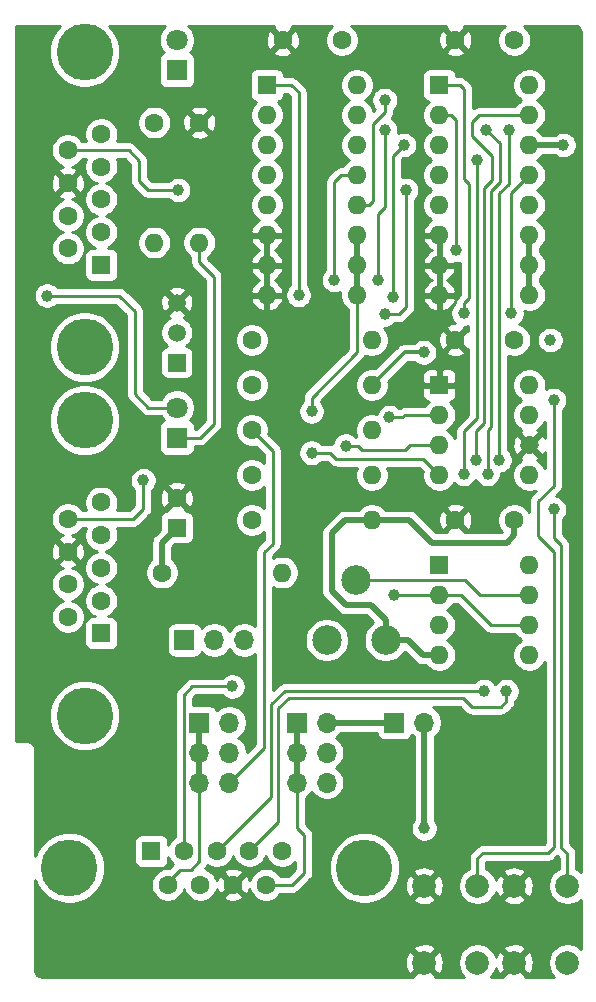
<source format=gbl>
%TF.GenerationSoftware,KiCad,Pcbnew,5.1.12-84ad8e8a86~92~ubuntu20.04.1*%
%TF.CreationDate,2021-11-27T12:58:46+01:00*%
%TF.ProjectId,C64 Joystick Switcher,43363420-4a6f-4797-9374-69636b205377,rev?*%
%TF.SameCoordinates,PX5d80860PY70086b8*%
%TF.FileFunction,Copper,L2,Bot*%
%TF.FilePolarity,Positive*%
%FSLAX46Y46*%
G04 Gerber Fmt 4.6, Leading zero omitted, Abs format (unit mm)*
G04 Created by KiCad (PCBNEW 5.1.12-84ad8e8a86~92~ubuntu20.04.1) date 2021-11-27 12:58:46*
%MOMM*%
%LPD*%
G01*
G04 APERTURE LIST*
%TA.AperFunction,ComponentPad*%
%ADD10R,1.600000X1.600000*%
%TD*%
%TA.AperFunction,ComponentPad*%
%ADD11C,1.600000*%
%TD*%
%TA.AperFunction,ComponentPad*%
%ADD12C,4.800000*%
%TD*%
%TA.AperFunction,ComponentPad*%
%ADD13O,1.600000X1.600000*%
%TD*%
%TA.AperFunction,ComponentPad*%
%ADD14R,1.800000X1.800000*%
%TD*%
%TA.AperFunction,ComponentPad*%
%ADD15C,1.800000*%
%TD*%
%TA.AperFunction,ComponentPad*%
%ADD16R,1.700000X1.700000*%
%TD*%
%TA.AperFunction,ComponentPad*%
%ADD17O,1.700000X1.700000*%
%TD*%
%TA.AperFunction,ComponentPad*%
%ADD18C,2.000000*%
%TD*%
%TA.AperFunction,ComponentPad*%
%ADD19C,1.520000*%
%TD*%
%TA.AperFunction,ComponentPad*%
%ADD20R,1.520000X1.520000*%
%TD*%
%TA.AperFunction,ComponentPad*%
%ADD21C,2.500000*%
%TD*%
%TA.AperFunction,ViaPad*%
%ADD22C,1.000000*%
%TD*%
%TA.AperFunction,Conductor*%
%ADD23C,0.500000*%
%TD*%
%TA.AperFunction,Conductor*%
%ADD24C,0.250000*%
%TD*%
%TA.AperFunction,Conductor*%
%ADD25C,0.300000*%
%TD*%
%TA.AperFunction,Conductor*%
%ADD26C,0.550000*%
%TD*%
%TA.AperFunction,Conductor*%
%ADD27C,0.254000*%
%TD*%
%TA.AperFunction,Conductor*%
%ADD28C,0.100000*%
%TD*%
G04 APERTURE END LIST*
D10*
%TO.P,J2,1*%
%TO.N,Net-(J2-Pad1)*%
X7956000Y60975000D03*
D11*
%TO.P,J2,2*%
%TO.N,Net-(J2-Pad2)*%
X7956000Y63745000D03*
%TO.P,J2,3*%
%TO.N,Net-(J2-Pad3)*%
X7956000Y66515000D03*
%TO.P,J2,4*%
%TO.N,Net-(J2-Pad4)*%
X7956000Y69285000D03*
%TO.P,J2,5*%
%TO.N,N/C*%
X7956000Y72055000D03*
%TO.P,J2,6*%
%TO.N,Net-(J2-Pad6)*%
X5116000Y62360000D03*
%TO.P,J2,7*%
%TO.N,VCC*%
X5116000Y65130000D03*
%TO.P,J2,8*%
%TO.N,GND*%
X5116000Y67900000D03*
%TO.P,J2,9*%
%TO.N,Net-(J2-Pad9)*%
X5116000Y70670000D03*
D12*
%TO.P,J2,0*%
%TO.N,N/C*%
X6536000Y79015000D03*
X6536000Y54015000D03*
%TD*%
D10*
%TO.P,J1,1*%
%TO.N,Net-(J1-Pad1)*%
X7956000Y29775000D03*
D11*
%TO.P,J1,2*%
%TO.N,Net-(J1-Pad2)*%
X7956000Y32545000D03*
%TO.P,J1,3*%
%TO.N,Net-(J1-Pad3)*%
X7956000Y35315000D03*
%TO.P,J1,4*%
%TO.N,Net-(J1-Pad4)*%
X7956000Y38085000D03*
%TO.P,J1,5*%
%TO.N,N/C*%
X7956000Y40855000D03*
%TO.P,J1,6*%
%TO.N,Net-(J1-Pad6)*%
X5116000Y31160000D03*
%TO.P,J1,7*%
%TO.N,VCC*%
X5116000Y33930000D03*
%TO.P,J1,8*%
%TO.N,GND*%
X5116000Y36700000D03*
%TO.P,J1,9*%
%TO.N,Net-(J1-Pad9)*%
X5116000Y39470000D03*
D12*
%TO.P,J1,0*%
%TO.N,N/C*%
X6536000Y47815000D03*
X6536000Y22815000D03*
%TD*%
D11*
%TO.P,R2,1*%
%TO.N,Net-(R2-Pad1)*%
X20701000Y39370000D03*
D13*
%TO.P,R2,2*%
%TO.N,VCC*%
X30861000Y39370000D03*
%TD*%
D14*
%TO.P,D1,1*%
%TO.N,PORT*%
X14351000Y77470000D03*
D15*
%TO.P,D1,2*%
%TO.N,Net-(D1-Pad2)*%
X14351000Y80010000D03*
%TD*%
D14*
%TO.P,D2,1*%
%TO.N,Net-(D2-Pad1)*%
X14351000Y46355000D03*
D15*
%TO.P,D2,2*%
%TO.N,PORT*%
X14351000Y48895000D03*
%TD*%
D10*
%TO.P,J3,1*%
%TO.N,/GP_UP*%
X12192000Y11335000D03*
D11*
%TO.P,J3,2*%
%TO.N,DOWN*%
X14962000Y11335000D03*
%TO.P,J3,3*%
%TO.N,LEFT*%
X17732000Y11335000D03*
%TO.P,J3,4*%
%TO.N,RIGHT*%
X20502000Y11335000D03*
%TO.P,J3,5*%
%TO.N,N/C*%
X23272000Y11335000D03*
%TO.P,J3,6*%
%TO.N,/GP_BTN_1*%
X13577000Y8495000D03*
%TO.P,J3,7*%
%TO.N,VCC*%
X16347000Y8495000D03*
%TO.P,J3,8*%
%TO.N,GND*%
X19117000Y8495000D03*
%TO.P,J3,9*%
%TO.N,/GP_BTN_2*%
X21887000Y8495000D03*
D12*
%TO.P,J3,0*%
%TO.N,N/C*%
X5232000Y9915000D03*
X30232000Y9915000D03*
%TD*%
D16*
%TO.P,JP1,1*%
%TO.N,UP*%
X32766000Y22225000D03*
D17*
%TO.P,JP1,2*%
%TO.N,/GP_UP*%
X35306000Y22225000D03*
%TD*%
D11*
%TO.P,R1,1*%
%TO.N,Net-(R1-Pad1)*%
X20701000Y43180000D03*
D13*
%TO.P,R1,2*%
%TO.N,VCC*%
X30861000Y43180000D03*
%TD*%
D11*
%TO.P,R3,1*%
%TO.N,Net-(D1-Pad2)*%
X12446000Y73025000D03*
D13*
%TO.P,R3,2*%
%TO.N,VCC*%
X12446000Y62865000D03*
%TD*%
D11*
%TO.P,R4,1*%
%TO.N,GND*%
X16256000Y73025000D03*
D13*
%TO.P,R4,2*%
%TO.N,Net-(D2-Pad1)*%
X16256000Y62865000D03*
%TD*%
D18*
%TO.P,SW1,2*%
%TO.N,Net-(R2-Pad1)*%
X39806000Y1905000D03*
%TO.P,SW1,1*%
%TO.N,GND*%
X35306000Y1905000D03*
%TO.P,SW1,2*%
%TO.N,Net-(R2-Pad1)*%
X39806000Y8405000D03*
%TO.P,SW1,1*%
%TO.N,GND*%
X35306000Y8405000D03*
%TD*%
%TO.P,SW2,2*%
%TO.N,Net-(R1-Pad1)*%
X47426000Y1905000D03*
%TO.P,SW2,1*%
%TO.N,GND*%
X42926000Y1905000D03*
%TO.P,SW2,2*%
%TO.N,Net-(R1-Pad1)*%
X47426000Y8405000D03*
%TO.P,SW2,1*%
%TO.N,GND*%
X42926000Y8405000D03*
%TD*%
D10*
%TO.P,U1,1*%
%TO.N,Net-(J1-Pad3)*%
X21971000Y76200000D03*
D13*
%TO.P,U1,9*%
%TO.N,PORT*%
X29591000Y58420000D03*
%TO.P,U1,2*%
%TO.N,Net-(J2-Pad3)*%
X21971000Y73660000D03*
%TO.P,U1,10*%
%TO.N,PORT*%
X29591000Y60960000D03*
%TO.P,U1,3*%
%TO.N,Net-(J1-Pad2)*%
X21971000Y71120000D03*
%TO.P,U1,11*%
%TO.N,PORT*%
X29591000Y63500000D03*
%TO.P,U1,4*%
%TO.N,DOWN*%
X21971000Y68580000D03*
%TO.P,U1,12*%
%TO.N,Net-(J2-Pad4)*%
X29591000Y66040000D03*
%TO.P,U1,5*%
%TO.N,Net-(J2-Pad2)*%
X21971000Y66040000D03*
%TO.P,U1,13*%
%TO.N,Net-(J1-Pad4)*%
X29591000Y68580000D03*
%TO.P,U1,6*%
%TO.N,GND*%
X21971000Y63500000D03*
%TO.P,U1,14*%
%TO.N,RIGHT*%
X29591000Y71120000D03*
%TO.P,U1,7*%
%TO.N,GND*%
X21971000Y60960000D03*
%TO.P,U1,15*%
%TO.N,LEFT*%
X29591000Y73660000D03*
%TO.P,U1,8*%
%TO.N,GND*%
X21971000Y58420000D03*
%TO.P,U1,16*%
%TO.N,VCC*%
X29591000Y76200000D03*
%TD*%
D10*
%TO.P,U2,1*%
%TO.N,Net-(J1-Pad1)*%
X36576000Y76200000D03*
D13*
%TO.P,U2,9*%
%TO.N,PORT*%
X44196000Y58420000D03*
%TO.P,U2,2*%
%TO.N,Net-(J2-Pad1)*%
X36576000Y73660000D03*
%TO.P,U2,10*%
%TO.N,PORT*%
X44196000Y60960000D03*
%TO.P,U2,3*%
%TO.N,Net-(J1-Pad9)*%
X36576000Y71120000D03*
%TO.P,U2,11*%
%TO.N,PORT*%
X44196000Y63500000D03*
%TO.P,U2,4*%
%TO.N,ALT_FIRE*%
X36576000Y68580000D03*
%TO.P,U2,12*%
%TO.N,Net-(J2-Pad6)*%
X44196000Y66040000D03*
%TO.P,U2,5*%
%TO.N,Net-(J2-Pad9)*%
X36576000Y66040000D03*
%TO.P,U2,13*%
%TO.N,Net-(J1-Pad6)*%
X44196000Y68580000D03*
%TO.P,U2,6*%
%TO.N,GND*%
X36576000Y63500000D03*
%TO.P,U2,14*%
%TO.N,Net-(JP2-Pad2)*%
X44196000Y71120000D03*
%TO.P,U2,7*%
%TO.N,GND*%
X36576000Y60960000D03*
%TO.P,U2,15*%
%TO.N,UP*%
X44196000Y73660000D03*
%TO.P,U2,8*%
%TO.N,GND*%
X36576000Y58420000D03*
%TO.P,U2,16*%
%TO.N,VCC*%
X44196000Y76200000D03*
%TD*%
D10*
%TO.P,U3,1*%
%TO.N,GND*%
X36576000Y50800000D03*
D13*
%TO.P,U3,5*%
%TO.N,N/C*%
X44196000Y43180000D03*
%TO.P,U3,2*%
%TO.N,Net-(R2-Pad1)*%
X36576000Y48260000D03*
%TO.P,U3,6*%
%TO.N,GND*%
%TA.AperFunction,ComponentPad*%
G36*
G01*
X43630315Y45154315D02*
X43630315Y45154315D01*
G75*
G02*
X43630315Y46285685I565685J565685D01*
G01*
X43630315Y46285685D01*
G75*
G02*
X44761685Y46285685I565685J-565685D01*
G01*
X44761685Y46285685D01*
G75*
G02*
X44761685Y45154315I-565685J-565685D01*
G01*
X44761685Y45154315D01*
G75*
G02*
X43630315Y45154315I-565685J565685D01*
G01*
G37*
%TD.AperFunction*%
%TO.P,U3,3*%
%TO.N,PORT*%
X36576000Y45720000D03*
%TO.P,U3,7*%
%TO.N,N/C*%
X44196000Y48260000D03*
%TO.P,U3,4*%
%TO.N,Net-(R1-Pad1)*%
X36576000Y43180000D03*
%TO.P,U3,8*%
%TO.N,VCC*%
X44196000Y50800000D03*
%TD*%
D11*
%TO.P,C1,1*%
%TO.N,VCC*%
X28321000Y80010000D03*
%TO.P,C1,2*%
%TO.N,GND*%
X23321000Y80010000D03*
%TD*%
%TO.P,C2,1*%
%TO.N,VCC*%
X42926000Y80010000D03*
%TO.P,C2,2*%
%TO.N,GND*%
X37926000Y80010000D03*
%TD*%
%TO.P,C3,1*%
%TO.N,VCC*%
X42926000Y54610000D03*
%TO.P,C3,2*%
%TO.N,GND*%
X37926000Y54610000D03*
%TD*%
D19*
%TO.P,Q1,2*%
%TO.N,Net-(Q1-Pad2)*%
X14351000Y55245000D03*
%TO.P,Q1,3*%
%TO.N,GND*%
X14351000Y57785000D03*
D20*
%TO.P,Q1,1*%
%TO.N,ALT_FIRE*%
X14351000Y52705000D03*
%TD*%
D11*
%TO.P,R5,1*%
%TO.N,ALT_FIRE*%
X20701000Y50800000D03*
D13*
%TO.P,R5,2*%
%TO.N,VCC*%
X30861000Y50800000D03*
%TD*%
D11*
%TO.P,R6,1*%
%TO.N,ALT_FIRE*%
X20701000Y54610000D03*
D13*
%TO.P,R6,2*%
%TO.N,Net-(Q1-Pad2)*%
X30861000Y54610000D03*
%TD*%
D11*
%TO.P,R7,1*%
%TO.N,Net-(J4-Pad6)*%
X20701000Y46990000D03*
D13*
%TO.P,R7,2*%
%TO.N,Net-(Q1-Pad2)*%
X30861000Y46990000D03*
%TD*%
D16*
%TO.P,J4,1*%
%TO.N,/GP_BTN_2*%
X24511000Y22225000D03*
D17*
%TO.P,J4,2*%
%TO.N,UP*%
X27051000Y22225000D03*
%TO.P,J4,3*%
%TO.N,/GP_BTN_2*%
X24511000Y19685000D03*
%TO.P,J4,4*%
%TO.N,FIRE*%
X27051000Y19685000D03*
%TO.P,J4,5*%
%TO.N,/GP_BTN_2*%
X24511000Y17145000D03*
%TO.P,J4,6*%
%TO.N,Net-(J4-Pad6)*%
X27051000Y17145000D03*
%TD*%
D16*
%TO.P,J5,1*%
%TO.N,/GP_BTN_1*%
X16256000Y22225000D03*
D17*
%TO.P,J5,2*%
%TO.N,UP*%
X18796000Y22225000D03*
%TO.P,J5,3*%
%TO.N,/GP_BTN_1*%
X16256000Y19685000D03*
%TO.P,J5,4*%
%TO.N,FIRE*%
X18796000Y19685000D03*
%TO.P,J5,5*%
%TO.N,/GP_BTN_1*%
X16256000Y17145000D03*
%TO.P,J5,6*%
%TO.N,Net-(J4-Pad6)*%
X18796000Y17145000D03*
%TD*%
D11*
%TO.P,R9,1*%
%TO.N,Net-(C5-Pad1)*%
X13081000Y34925000D03*
D13*
%TO.P,R9,2*%
%TO.N,Net-(R9-Pad2)*%
X23241000Y34925000D03*
%TD*%
D21*
%TO.P,RV1,2*%
%TO.N,Net-(R9-Pad2)*%
X29551000Y34250000D03*
%TO.P,RV1,3*%
%TO.N,VCC*%
X32051000Y29210000D03*
%TO.P,RV1,1*%
%TO.N,N/C*%
X27051000Y29210000D03*
%TD*%
D10*
%TO.P,U4,1*%
%TO.N,FIRE*%
X36576000Y35560000D03*
D13*
%TO.P,U4,5*%
%TO.N,N/C*%
X44196000Y27940000D03*
%TO.P,U4,2*%
%TO.N,Net-(C5-Pad1)*%
X36576000Y33020000D03*
%TO.P,U4,6*%
X44196000Y30480000D03*
%TO.P,U4,3*%
%TO.N,AUTOFIRE*%
X36576000Y30480000D03*
%TO.P,U4,7*%
%TO.N,Net-(R9-Pad2)*%
X44196000Y33020000D03*
%TO.P,U4,4*%
%TO.N,VCC*%
X36576000Y27940000D03*
%TO.P,U4,8*%
X44196000Y35560000D03*
%TD*%
D11*
%TO.P,C4,1*%
%TO.N,VCC*%
X42926000Y39370000D03*
%TO.P,C4,2*%
%TO.N,GND*%
X37926000Y39370000D03*
%TD*%
D10*
%TO.P,C5,1*%
%TO.N,Net-(C5-Pad1)*%
X14351000Y38735000D03*
D11*
%TO.P,C5,2*%
%TO.N,GND*%
X14351000Y41235000D03*
%TD*%
D16*
%TO.P,JP2,1*%
%TO.N,AUTOFIRE*%
X14986000Y29210000D03*
D17*
%TO.P,JP2,2*%
%TO.N,Net-(JP2-Pad2)*%
X17526000Y29210000D03*
%TO.P,JP2,3*%
%TO.N,FIRE*%
X20066000Y29210000D03*
%TD*%
D22*
%TO.N,PORT*%
X25756000Y48575000D03*
X3356000Y58375000D03*
X28656000Y45675000D03*
%TO.N,VCC*%
X45956000Y54610000D03*
X35256000Y53575000D03*
%TO.N,DOWN*%
X19056000Y25275000D03*
X38656000Y43275000D03*
X39756000Y69850000D03*
%TO.N,LEFT*%
X40356000Y24875000D03*
X40656000Y43275000D03*
X40556000Y72390000D03*
%TO.N,RIGHT*%
X42256000Y24875000D03*
X41656000Y44450000D03*
X42456000Y72390000D03*
%TO.N,UP*%
X39656000Y44450000D03*
%TO.N,Net-(J1-Pad9)*%
X33556000Y71120000D03*
X11506000Y42725000D03*
X32656000Y58275000D03*
%TO.N,Net-(J2-Pad9)*%
X14456000Y67310000D03*
%TO.N,ALT_FIRE*%
X33756000Y67310000D03*
X31956000Y56775000D03*
%TO.N,Net-(R1-Pad1)*%
X46256000Y40275000D03*
X25756000Y45075000D03*
%TO.N,Net-(R2-Pad1)*%
X46256000Y49530000D03*
X32356000Y48075000D03*
%TO.N,Net-(J1-Pad1)*%
X38656000Y56875000D03*
%TO.N,Net-(J1-Pad2)*%
X31956000Y72390000D03*
X31356000Y59690000D03*
%TO.N,Net-(J1-Pad3)*%
X24656000Y58420000D03*
%TO.N,Net-(J1-Pad4)*%
X27686000Y59690000D03*
%TO.N,Net-(J1-Pad6)*%
X42656000Y56875000D03*
%TO.N,Net-(J2-Pad1)*%
X37956000Y62230000D03*
%TO.N,Net-(J2-Pad4)*%
X31956000Y74930000D03*
%TO.N,/GP_UP*%
X35306000Y13275000D03*
%TO.N,Net-(C5-Pad1)*%
X32766000Y33020000D03*
%TO.N,Net-(JP2-Pad2)*%
X47056000Y71120000D03*
%TD*%
D23*
%TO.N,PORT*%
X44196000Y60960000D02*
X44196000Y58420000D01*
X44196000Y63500000D02*
X44196000Y60960000D01*
X29591000Y60960000D02*
X29591000Y58420000D01*
X29591000Y63500000D02*
X29591000Y60960000D01*
D24*
X29591000Y53560000D02*
X25756000Y49725000D01*
X25756000Y49725000D02*
X25756000Y48575000D01*
X29591000Y58420000D02*
X29591000Y53560000D01*
X10806000Y50025000D02*
X11936000Y48895000D01*
X10806000Y57025000D02*
X10806000Y50025000D01*
X11936000Y48895000D02*
X14351000Y48895000D01*
X9456000Y58375000D02*
X10806000Y57025000D01*
X3356000Y58375000D02*
X9456000Y58375000D01*
X34101000Y45720000D02*
X36576000Y45720000D01*
X30056000Y45275000D02*
X33656000Y45275000D01*
X29656000Y45675000D02*
X30056000Y45275000D01*
X33656000Y45275000D02*
X34101000Y45720000D01*
X28656000Y45675000D02*
X29656000Y45675000D01*
%TO.N,Net-(D2-Pad1)*%
X16256000Y62865000D02*
X16256000Y61175000D01*
X14351000Y46355000D02*
X16286000Y46355000D01*
X16286000Y46355000D02*
X17456000Y47525000D01*
X17456000Y59975000D02*
X16256000Y61175000D01*
X17456000Y47525000D02*
X17456000Y59975000D01*
D23*
%TO.N,VCC*%
X35941000Y37465000D02*
X34036000Y39370000D01*
D24*
X36576000Y27940000D02*
X35941000Y27940000D01*
D23*
X35941000Y37465000D02*
X42291000Y37465000D01*
D25*
X33636000Y53575000D02*
X30861000Y50800000D01*
X35256000Y53575000D02*
X33636000Y53575000D01*
D23*
X42926000Y38100000D02*
X42926000Y39370000D01*
X42291000Y37465000D02*
X42926000Y38100000D01*
X34036000Y39370000D02*
X30861000Y39370000D01*
X32051000Y30880000D02*
X32051000Y29210000D01*
X30756000Y32175000D02*
X32051000Y30880000D01*
X28656000Y32175000D02*
X30756000Y32175000D01*
X27456000Y33375000D02*
X28656000Y32175000D01*
X27456000Y38275000D02*
X27456000Y33375000D01*
X28551000Y39370000D02*
X27456000Y38275000D01*
X30861000Y39370000D02*
X28551000Y39370000D01*
X33921000Y29210000D02*
X32051000Y29210000D01*
X35191000Y27940000D02*
X33921000Y29210000D01*
X36576000Y27940000D02*
X35191000Y27940000D01*
D24*
%TO.N,DOWN*%
X19056000Y25275000D02*
X15656000Y25275000D01*
X38656000Y46875000D02*
X38656000Y43275000D01*
X39756000Y47975000D02*
X38656000Y46875000D01*
X39756000Y69850000D02*
X39756000Y47975000D01*
X14962000Y24581000D02*
X14962000Y11335000D01*
X15656000Y25275000D02*
X14962000Y24581000D01*
%TO.N,LEFT*%
X17732000Y11335000D02*
X17732000Y11636000D01*
X40656000Y46975000D02*
X40656000Y43275000D01*
X40956000Y47275000D02*
X40656000Y46975000D01*
X40956000Y67240000D02*
X40956000Y47275000D01*
X40956000Y67240000D02*
X41673500Y67957500D01*
X41673500Y71272500D02*
X40556000Y72390000D01*
X41673500Y67957500D02*
X41673500Y71272500D01*
X23478000Y24875000D02*
X40356000Y24875000D01*
X22356000Y23753000D02*
X23478000Y24875000D01*
X22356000Y15959000D02*
X22356000Y23753000D01*
X17732000Y11335000D02*
X22356000Y15959000D01*
%TO.N,RIGHT*%
X20502000Y11335000D02*
X20502000Y11866000D01*
X41656000Y67035000D02*
X41656000Y44450000D01*
X42456000Y67835000D02*
X42456000Y72390000D01*
X41656000Y67035000D02*
X42456000Y67835000D01*
X41806000Y23575000D02*
X42256000Y24025000D01*
X42256000Y24025000D02*
X42256000Y24875000D01*
X39306000Y23575000D02*
X41806000Y23575000D01*
X38606000Y24275000D02*
X39306000Y23575000D01*
X23806000Y24275000D02*
X38606000Y24275000D01*
X22956000Y23425000D02*
X23806000Y24275000D01*
X22956000Y13789000D02*
X22956000Y23425000D01*
X20502000Y11335000D02*
X22956000Y13789000D01*
D23*
%TO.N,UP*%
X27051000Y22225000D02*
X32766000Y22225000D01*
D24*
X39656000Y46875000D02*
X39656000Y44450000D01*
X40356000Y67475000D02*
X40356000Y47575000D01*
X40356000Y47575000D02*
X39656000Y46875000D01*
X41056000Y68175000D02*
X40356000Y67475000D01*
X41056000Y70175000D02*
X41056000Y68175000D01*
X39356000Y71875000D02*
X41056000Y70175000D01*
X39356000Y73075000D02*
X39356000Y71875000D01*
X39941000Y73660000D02*
X39356000Y73075000D01*
X44196000Y73660000D02*
X39941000Y73660000D01*
%TO.N,Net-(J1-Pad9)*%
X5116000Y39470000D02*
X10651000Y39470000D01*
X11506000Y40325000D02*
X11506000Y42725000D01*
X10651000Y39470000D02*
X11506000Y40325000D01*
X32656000Y70220000D02*
X33556000Y71120000D01*
X32656000Y58275000D02*
X32656000Y70220000D01*
%TO.N,Net-(J2-Pad9)*%
X5116000Y70670000D02*
X10261000Y70670000D01*
X10261000Y70670000D02*
X11156000Y69775000D01*
X11156000Y69775000D02*
X11156000Y68075000D01*
X11921000Y67310000D02*
X14456000Y67310000D01*
X11156000Y68075000D02*
X11921000Y67310000D01*
%TO.N,Net-(J4-Pad6)*%
X22456000Y37375000D02*
X22456000Y45235000D01*
X22456000Y45235000D02*
X20701000Y46990000D01*
X21756000Y36675000D02*
X22456000Y37375000D01*
X21756000Y20105000D02*
X21756000Y36675000D01*
X18796000Y17145000D02*
X21756000Y20105000D01*
%TO.N,ALT_FIRE*%
X33756000Y57375000D02*
X33756000Y67310000D01*
X33156000Y56775000D02*
X33756000Y57375000D01*
X31956000Y56775000D02*
X33156000Y56775000D01*
%TO.N,Net-(R1-Pad1)*%
X47426000Y11105000D02*
X47426000Y8405000D01*
X46856000Y11675000D02*
X47426000Y11105000D01*
X46856000Y11675000D02*
X46856000Y37275000D01*
X46256000Y37875000D02*
X46256000Y40275000D01*
X46856000Y37275000D02*
X46256000Y37875000D01*
X35181000Y44575000D02*
X36576000Y43180000D01*
X27856000Y44575000D02*
X35181000Y44575000D01*
X27356000Y45075000D02*
X27856000Y44575000D01*
X25756000Y45075000D02*
X27356000Y45075000D01*
%TO.N,Net-(R2-Pad1)*%
X36576000Y48260000D02*
X33641000Y48260000D01*
X33456000Y48075000D02*
X32356000Y48075000D01*
X33641000Y48260000D02*
X33456000Y48075000D01*
X39806000Y10723000D02*
X39806000Y8405000D01*
X45757000Y11176000D02*
X40259000Y11176000D01*
X46256000Y11675000D02*
X45757000Y11176000D01*
X40259000Y11176000D02*
X39806000Y10723000D01*
X46256000Y36675000D02*
X46256000Y11675000D01*
X44956000Y37975000D02*
X46256000Y36675000D01*
X44956000Y40975000D02*
X44956000Y37975000D01*
X46256000Y42275000D02*
X44956000Y40975000D01*
X46256000Y49530000D02*
X46256000Y42275000D01*
%TO.N,Net-(J1-Pad1)*%
X38656000Y57725000D02*
X38656000Y56875000D01*
X39106000Y58175000D02*
X38656000Y57725000D01*
X39106000Y67825000D02*
X39106000Y58175000D01*
X38656000Y68275000D02*
X39106000Y67825000D01*
X38656000Y75875000D02*
X38656000Y68275000D01*
X38331000Y76200000D02*
X38656000Y75875000D01*
X36576000Y76200000D02*
X38331000Y76200000D01*
%TO.N,Net-(J1-Pad2)*%
X31956000Y65865000D02*
X31956000Y72390000D01*
X31356000Y65265000D02*
X31356000Y59690000D01*
X31956000Y65865000D02*
X31356000Y65265000D01*
%TO.N,Net-(J1-Pad3)*%
X24656000Y75575000D02*
X24656000Y58420000D01*
X24031000Y76200000D02*
X24656000Y75575000D01*
X21971000Y76200000D02*
X24031000Y76200000D01*
%TO.N,Net-(J1-Pad4)*%
X28261000Y68580000D02*
X29591000Y68580000D01*
X27686000Y68005000D02*
X28261000Y68580000D01*
X27686000Y59690000D02*
X27686000Y68005000D01*
%TO.N,Net-(J1-Pad6)*%
X42656000Y67040000D02*
X44196000Y68580000D01*
X42656000Y56875000D02*
X42656000Y67040000D01*
%TO.N,Net-(J2-Pad1)*%
X37956000Y62230000D02*
X37956000Y73275000D01*
X37571000Y73660000D02*
X36576000Y73660000D01*
X37956000Y73275000D02*
X37571000Y73660000D01*
%TO.N,Net-(J2-Pad4)*%
X29591000Y66040000D02*
X30226000Y66040000D01*
X30621000Y66040000D02*
X29591000Y66040000D01*
X30956000Y66375000D02*
X30621000Y66040000D01*
X30956000Y72875000D02*
X30956000Y66375000D01*
X31956000Y73875000D02*
X30956000Y72875000D01*
X31956000Y74930000D02*
X31956000Y73875000D01*
D26*
%TO.N,/GP_UP*%
X35306000Y13275000D02*
X35306000Y22225000D01*
D23*
%TO.N,/GP_BTN_1*%
X16256000Y22225000D02*
X16256000Y19685000D01*
X16256000Y19685000D02*
X16256000Y17145000D01*
D24*
X16256000Y10475000D02*
X16256000Y17145000D01*
X15556000Y9775000D02*
X16256000Y10475000D01*
X14601000Y9775000D02*
X15556000Y9775000D01*
X13577000Y8751000D02*
X14601000Y9775000D01*
X13577000Y8495000D02*
X13577000Y8751000D01*
%TO.N,/GP_BTN_2*%
X21887000Y8806000D02*
X21887000Y8495000D01*
D23*
X24511000Y17145000D02*
X24511000Y19685000D01*
X24511000Y19685000D02*
X24511000Y22225000D01*
D24*
X25146000Y9525000D02*
X24116000Y8495000D01*
X25146000Y12700000D02*
X25146000Y9525000D01*
X24511000Y13335000D02*
X25146000Y12700000D01*
X24116000Y8495000D02*
X21887000Y8495000D01*
X24511000Y17145000D02*
X24511000Y13335000D01*
%TO.N,Net-(C5-Pad1)*%
X36576000Y33020000D02*
X32766000Y33020000D01*
D23*
X13081000Y37465000D02*
X14351000Y38735000D01*
X13081000Y34925000D02*
X13081000Y37465000D01*
D24*
X38411000Y33020000D02*
X36576000Y33020000D01*
X40951000Y30480000D02*
X38411000Y33020000D01*
X44196000Y30480000D02*
X40951000Y30480000D01*
D23*
%TO.N,Net-(JP2-Pad2)*%
X44196000Y71120000D02*
X47056000Y71120000D01*
D24*
%TO.N,Net-(R9-Pad2)*%
X30531000Y34250000D02*
X29551000Y34250000D01*
X30571000Y34290000D02*
X30531000Y34250000D01*
X38756000Y34290000D02*
X30571000Y34290000D01*
X40026000Y33020000D02*
X38756000Y34290000D01*
X44196000Y33020000D02*
X40026000Y33020000D01*
%TD*%
D27*
%TO.N,GND*%
X4178562Y80949700D02*
X3846418Y80452612D01*
X3617633Y79900277D01*
X3501000Y79313921D01*
X3501000Y78716079D01*
X3617633Y78129723D01*
X3846418Y77577388D01*
X4178562Y77080300D01*
X4601300Y76657562D01*
X5098388Y76325418D01*
X5650723Y76096633D01*
X6237079Y75980000D01*
X6834921Y75980000D01*
X7421277Y76096633D01*
X7973612Y76325418D01*
X8470700Y76657562D01*
X8893438Y77080300D01*
X9225582Y77577388D01*
X9454367Y78129723D01*
X9571000Y78716079D01*
X9571000Y79313921D01*
X9454367Y79900277D01*
X9225582Y80452612D01*
X8893438Y80949700D01*
X8638138Y81205000D01*
X13376518Y81205000D01*
X13372495Y81202312D01*
X13158688Y80988505D01*
X12990701Y80737095D01*
X12874989Y80457743D01*
X12816000Y80161184D01*
X12816000Y79858816D01*
X12874989Y79562257D01*
X12990701Y79282905D01*
X13158688Y79031495D01*
X13225127Y78965056D01*
X13206820Y78959502D01*
X13096506Y78900537D01*
X12999815Y78821185D01*
X12920463Y78724494D01*
X12861498Y78614180D01*
X12825188Y78494482D01*
X12812928Y78370000D01*
X12812928Y76570000D01*
X12825188Y76445518D01*
X12861498Y76325820D01*
X12920463Y76215506D01*
X12999815Y76118815D01*
X13096506Y76039463D01*
X13206820Y75980498D01*
X13326518Y75944188D01*
X13451000Y75931928D01*
X15251000Y75931928D01*
X15375482Y75944188D01*
X15495180Y75980498D01*
X15605494Y76039463D01*
X15702185Y76118815D01*
X15781537Y76215506D01*
X15840502Y76325820D01*
X15876812Y76445518D01*
X15889072Y76570000D01*
X15889072Y77000000D01*
X20532928Y77000000D01*
X20532928Y75400000D01*
X20545188Y75275518D01*
X20581498Y75155820D01*
X20640463Y75045506D01*
X20719815Y74948815D01*
X20816506Y74869463D01*
X20926820Y74810498D01*
X21046518Y74774188D01*
X21054961Y74773357D01*
X20856363Y74574759D01*
X20699320Y74339727D01*
X20591147Y74078574D01*
X20536000Y73801335D01*
X20536000Y73518665D01*
X20591147Y73241426D01*
X20699320Y72980273D01*
X20856363Y72745241D01*
X21056241Y72545363D01*
X21288759Y72390000D01*
X21056241Y72234637D01*
X20856363Y72034759D01*
X20699320Y71799727D01*
X20591147Y71538574D01*
X20536000Y71261335D01*
X20536000Y70978665D01*
X20591147Y70701426D01*
X20699320Y70440273D01*
X20856363Y70205241D01*
X21056241Y70005363D01*
X21288759Y69850000D01*
X21056241Y69694637D01*
X20856363Y69494759D01*
X20699320Y69259727D01*
X20591147Y68998574D01*
X20536000Y68721335D01*
X20536000Y68438665D01*
X20591147Y68161426D01*
X20699320Y67900273D01*
X20856363Y67665241D01*
X21056241Y67465363D01*
X21288759Y67310000D01*
X21056241Y67154637D01*
X20856363Y66954759D01*
X20699320Y66719727D01*
X20591147Y66458574D01*
X20536000Y66181335D01*
X20536000Y65898665D01*
X20591147Y65621426D01*
X20699320Y65360273D01*
X20856363Y65125241D01*
X21056241Y64925363D01*
X21291273Y64768320D01*
X21301865Y64763933D01*
X21115869Y64652385D01*
X20907481Y64463414D01*
X20739963Y64237420D01*
X20619754Y63983087D01*
X20579096Y63849039D01*
X20701085Y63627000D01*
X21844000Y63627000D01*
X21844000Y63647000D01*
X22098000Y63647000D01*
X22098000Y63627000D01*
X23240915Y63627000D01*
X23362904Y63849039D01*
X23322246Y63983087D01*
X23202037Y64237420D01*
X23034519Y64463414D01*
X22826131Y64652385D01*
X22640135Y64763933D01*
X22650727Y64768320D01*
X22885759Y64925363D01*
X23085637Y65125241D01*
X23242680Y65360273D01*
X23350853Y65621426D01*
X23406000Y65898665D01*
X23406000Y66181335D01*
X23350853Y66458574D01*
X23242680Y66719727D01*
X23085637Y66954759D01*
X22885759Y67154637D01*
X22653241Y67310000D01*
X22885759Y67465363D01*
X23085637Y67665241D01*
X23242680Y67900273D01*
X23350853Y68161426D01*
X23406000Y68438665D01*
X23406000Y68721335D01*
X23350853Y68998574D01*
X23242680Y69259727D01*
X23085637Y69494759D01*
X22885759Y69694637D01*
X22653241Y69850000D01*
X22885759Y70005363D01*
X23085637Y70205241D01*
X23242680Y70440273D01*
X23350853Y70701426D01*
X23406000Y70978665D01*
X23406000Y71261335D01*
X23350853Y71538574D01*
X23242680Y71799727D01*
X23085637Y72034759D01*
X22885759Y72234637D01*
X22653241Y72390000D01*
X22885759Y72545363D01*
X23085637Y72745241D01*
X23242680Y72980273D01*
X23350853Y73241426D01*
X23406000Y73518665D01*
X23406000Y73801335D01*
X23350853Y74078574D01*
X23242680Y74339727D01*
X23085637Y74574759D01*
X22887039Y74773357D01*
X22895482Y74774188D01*
X23015180Y74810498D01*
X23125494Y74869463D01*
X23222185Y74948815D01*
X23301537Y75045506D01*
X23360502Y75155820D01*
X23396812Y75275518D01*
X23409072Y75400000D01*
X23409072Y75440000D01*
X23716198Y75440000D01*
X23896000Y75260198D01*
X23896001Y59265133D01*
X23774388Y59143520D01*
X23650176Y58957624D01*
X23564617Y58751067D01*
X23521000Y58531788D01*
X23521000Y58308212D01*
X23564617Y58088933D01*
X23650176Y57882376D01*
X23774388Y57696480D01*
X23932480Y57538388D01*
X24118376Y57414176D01*
X24324933Y57328617D01*
X24544212Y57285000D01*
X24767788Y57285000D01*
X24987067Y57328617D01*
X25193624Y57414176D01*
X25379520Y57538388D01*
X25537612Y57696480D01*
X25661824Y57882376D01*
X25747383Y58088933D01*
X25791000Y58308212D01*
X25791000Y58531788D01*
X25747383Y58751067D01*
X25661824Y58957624D01*
X25537612Y59143520D01*
X25416000Y59265132D01*
X25416000Y75537678D01*
X25419676Y75575001D01*
X25416000Y75612324D01*
X25416000Y75612333D01*
X25405003Y75723986D01*
X25361546Y75867247D01*
X25290974Y75999276D01*
X25270694Y76023987D01*
X25219799Y76086004D01*
X25219795Y76086008D01*
X25196001Y76115001D01*
X25167009Y76138794D01*
X24594803Y76710998D01*
X24571001Y76740001D01*
X24455276Y76834974D01*
X24323247Y76905546D01*
X24179986Y76949003D01*
X24068333Y76960000D01*
X24068322Y76960000D01*
X24031000Y76963676D01*
X23993678Y76960000D01*
X23409072Y76960000D01*
X23409072Y77000000D01*
X23396812Y77124482D01*
X23360502Y77244180D01*
X23301537Y77354494D01*
X23222185Y77451185D01*
X23125494Y77530537D01*
X23015180Y77589502D01*
X22895482Y77625812D01*
X22771000Y77638072D01*
X21171000Y77638072D01*
X21046518Y77625812D01*
X20926820Y77589502D01*
X20816506Y77530537D01*
X20719815Y77451185D01*
X20640463Y77354494D01*
X20581498Y77244180D01*
X20545188Y77124482D01*
X20532928Y77000000D01*
X15889072Y77000000D01*
X15889072Y78370000D01*
X15876812Y78494482D01*
X15840502Y78614180D01*
X15781537Y78724494D01*
X15702185Y78821185D01*
X15605494Y78900537D01*
X15495180Y78959502D01*
X15476873Y78965056D01*
X15529115Y79017298D01*
X22507903Y79017298D01*
X22579486Y78773329D01*
X22834996Y78652429D01*
X23109184Y78583700D01*
X23391512Y78569783D01*
X23671130Y78611213D01*
X23937292Y78706397D01*
X24062514Y78773329D01*
X24134097Y79017298D01*
X23321000Y79830395D01*
X22507903Y79017298D01*
X15529115Y79017298D01*
X15543312Y79031495D01*
X15711299Y79282905D01*
X15827011Y79562257D01*
X15886000Y79858816D01*
X15886000Y79939488D01*
X21880783Y79939488D01*
X21922213Y79659870D01*
X22017397Y79393708D01*
X22084329Y79268486D01*
X22328298Y79196903D01*
X23141395Y80010000D01*
X23500605Y80010000D01*
X24313702Y79196903D01*
X24557671Y79268486D01*
X24678571Y79523996D01*
X24747300Y79798184D01*
X24761217Y80080512D01*
X24719787Y80360130D01*
X24624603Y80626292D01*
X24557671Y80751514D01*
X24313702Y80823097D01*
X23500605Y80010000D01*
X23141395Y80010000D01*
X22328298Y80823097D01*
X22084329Y80751514D01*
X21963429Y80496004D01*
X21894700Y80221816D01*
X21880783Y79939488D01*
X15886000Y79939488D01*
X15886000Y80161184D01*
X15827011Y80457743D01*
X15711299Y80737095D01*
X15543312Y80988505D01*
X15329505Y81202312D01*
X15325482Y81205000D01*
X22567259Y81205000D01*
X22507903Y81002702D01*
X23321000Y80189605D01*
X24134097Y81002702D01*
X24074741Y81205000D01*
X27526513Y81205000D01*
X27406241Y81124637D01*
X27206363Y80924759D01*
X27049320Y80689727D01*
X26941147Y80428574D01*
X26886000Y80151335D01*
X26886000Y79868665D01*
X26941147Y79591426D01*
X27049320Y79330273D01*
X27206363Y79095241D01*
X27406241Y78895363D01*
X27641273Y78738320D01*
X27902426Y78630147D01*
X28179665Y78575000D01*
X28462335Y78575000D01*
X28739574Y78630147D01*
X29000727Y78738320D01*
X29235759Y78895363D01*
X29357694Y79017298D01*
X37112903Y79017298D01*
X37184486Y78773329D01*
X37439996Y78652429D01*
X37714184Y78583700D01*
X37996512Y78569783D01*
X38276130Y78611213D01*
X38542292Y78706397D01*
X38667514Y78773329D01*
X38739097Y79017298D01*
X37926000Y79830395D01*
X37112903Y79017298D01*
X29357694Y79017298D01*
X29435637Y79095241D01*
X29592680Y79330273D01*
X29700853Y79591426D01*
X29756000Y79868665D01*
X29756000Y79939488D01*
X36485783Y79939488D01*
X36527213Y79659870D01*
X36622397Y79393708D01*
X36689329Y79268486D01*
X36933298Y79196903D01*
X37746395Y80010000D01*
X38105605Y80010000D01*
X38918702Y79196903D01*
X39162671Y79268486D01*
X39283571Y79523996D01*
X39352300Y79798184D01*
X39366217Y80080512D01*
X39324787Y80360130D01*
X39229603Y80626292D01*
X39162671Y80751514D01*
X38918702Y80823097D01*
X38105605Y80010000D01*
X37746395Y80010000D01*
X36933298Y80823097D01*
X36689329Y80751514D01*
X36568429Y80496004D01*
X36499700Y80221816D01*
X36485783Y79939488D01*
X29756000Y79939488D01*
X29756000Y80151335D01*
X29700853Y80428574D01*
X29592680Y80689727D01*
X29435637Y80924759D01*
X29235759Y81124637D01*
X29115487Y81205000D01*
X37172259Y81205000D01*
X37112903Y81002702D01*
X37926000Y80189605D01*
X38739097Y81002702D01*
X38679741Y81205000D01*
X42131513Y81205000D01*
X42011241Y81124637D01*
X41811363Y80924759D01*
X41654320Y80689727D01*
X41546147Y80428574D01*
X41491000Y80151335D01*
X41491000Y79868665D01*
X41546147Y79591426D01*
X41654320Y79330273D01*
X41811363Y79095241D01*
X42011241Y78895363D01*
X42246273Y78738320D01*
X42507426Y78630147D01*
X42784665Y78575000D01*
X43067335Y78575000D01*
X43344574Y78630147D01*
X43605727Y78738320D01*
X43840759Y78895363D01*
X44040637Y79095241D01*
X44197680Y79330273D01*
X44305853Y79591426D01*
X44361000Y79868665D01*
X44361000Y80151335D01*
X44305853Y80428574D01*
X44197680Y80689727D01*
X44040637Y80924759D01*
X43840759Y81124637D01*
X43720487Y81205000D01*
X47971280Y81205000D01*
X48114109Y81190995D01*
X48218101Y81159598D01*
X48314014Y81108601D01*
X48398194Y81039945D01*
X48467440Y80956242D01*
X48519105Y80860689D01*
X48551227Y80756922D01*
X48566001Y80616350D01*
X48566000Y9577239D01*
X48468252Y9674987D01*
X48200463Y9853918D01*
X48186000Y9859909D01*
X48186000Y11067675D01*
X48189676Y11105000D01*
X48186000Y11142325D01*
X48186000Y11142333D01*
X48175003Y11253986D01*
X48131546Y11397247D01*
X48060974Y11529276D01*
X47966001Y11645001D01*
X47937004Y11668798D01*
X47616000Y11989801D01*
X47616000Y37237678D01*
X47619676Y37275001D01*
X47616000Y37312324D01*
X47616000Y37312333D01*
X47605003Y37423986D01*
X47561546Y37567247D01*
X47540863Y37605942D01*
X47490974Y37699277D01*
X47419799Y37786003D01*
X47396001Y37815001D01*
X47367002Y37838800D01*
X47016000Y38189801D01*
X47016000Y39429868D01*
X47137612Y39551480D01*
X47261824Y39737376D01*
X47347383Y39943933D01*
X47391000Y40163212D01*
X47391000Y40386788D01*
X47347383Y40606067D01*
X47261824Y40812624D01*
X47137612Y40998520D01*
X46979520Y41156612D01*
X46793624Y41280824D01*
X46587067Y41366383D01*
X46449540Y41393739D01*
X46767003Y41711201D01*
X46796001Y41734999D01*
X46890974Y41850724D01*
X46961546Y41982753D01*
X47005003Y42126014D01*
X47016000Y42237667D01*
X47016000Y42237675D01*
X47019676Y42275000D01*
X47016000Y42312325D01*
X47016000Y48684868D01*
X47137612Y48806480D01*
X47261824Y48992376D01*
X47347383Y49198933D01*
X47391000Y49418212D01*
X47391000Y49641788D01*
X47347383Y49861067D01*
X47261824Y50067624D01*
X47137612Y50253520D01*
X46979520Y50411612D01*
X46793624Y50535824D01*
X46587067Y50621383D01*
X46367788Y50665000D01*
X46144212Y50665000D01*
X45924933Y50621383D01*
X45718376Y50535824D01*
X45589426Y50449662D01*
X45631000Y50658665D01*
X45631000Y50941335D01*
X45575853Y51218574D01*
X45467680Y51479727D01*
X45310637Y51714759D01*
X45110759Y51914637D01*
X44875727Y52071680D01*
X44614574Y52179853D01*
X44337335Y52235000D01*
X44054665Y52235000D01*
X43777426Y52179853D01*
X43516273Y52071680D01*
X43281241Y51914637D01*
X43081363Y51714759D01*
X42924320Y51479727D01*
X42816147Y51218574D01*
X42761000Y50941335D01*
X42761000Y50658665D01*
X42816147Y50381426D01*
X42924320Y50120273D01*
X43081363Y49885241D01*
X43281241Y49685363D01*
X43513759Y49530000D01*
X43281241Y49374637D01*
X43081363Y49174759D01*
X42924320Y48939727D01*
X42816147Y48678574D01*
X42761000Y48401335D01*
X42761000Y48118665D01*
X42816147Y47841426D01*
X42924320Y47580273D01*
X43081363Y47345241D01*
X43281241Y47145363D01*
X43516273Y46988320D01*
X43527565Y46983643D01*
X43458580Y46951037D01*
X43387336Y46708269D01*
X44196000Y45899605D01*
X45004163Y46707768D01*
X44933417Y46951033D01*
X44868930Y46985505D01*
X44875727Y46988320D01*
X45110759Y47145363D01*
X45310637Y47345241D01*
X45467680Y47580273D01*
X45496000Y47648644D01*
X45496000Y46325695D01*
X45493069Y46333881D01*
X45427033Y46457417D01*
X45183768Y46528163D01*
X44375605Y45720000D01*
X45184269Y44911336D01*
X45427037Y44982580D01*
X45496001Y45128490D01*
X45496001Y43791354D01*
X45467680Y43859727D01*
X45310637Y44094759D01*
X45110759Y44294637D01*
X44875727Y44451680D01*
X44864435Y44456357D01*
X44933420Y44488963D01*
X45004664Y44731731D01*
X44196000Y45540395D01*
X43387837Y44732232D01*
X43458583Y44488967D01*
X43523070Y44454495D01*
X43516273Y44451680D01*
X43281241Y44294637D01*
X43081363Y44094759D01*
X42924320Y43859727D01*
X42816147Y43598574D01*
X42761000Y43321335D01*
X42761000Y43038665D01*
X42816147Y42761426D01*
X42924320Y42500273D01*
X43081363Y42265241D01*
X43281241Y42065363D01*
X43516273Y41908320D01*
X43777426Y41800147D01*
X44054665Y41745000D01*
X44337335Y41745000D01*
X44614574Y41800147D01*
X44771238Y41865039D01*
X44445003Y41538804D01*
X44415999Y41515001D01*
X44360871Y41447826D01*
X44321026Y41399276D01*
X44270908Y41305512D01*
X44250454Y41267246D01*
X44206997Y41123985D01*
X44196000Y41012332D01*
X44196000Y41012322D01*
X44192324Y40975000D01*
X44196000Y40937677D01*
X44196000Y40052241D01*
X44040637Y40284759D01*
X43840759Y40484637D01*
X43605727Y40641680D01*
X43344574Y40749853D01*
X43067335Y40805000D01*
X42784665Y40805000D01*
X42507426Y40749853D01*
X42246273Y40641680D01*
X42011241Y40484637D01*
X41811363Y40284759D01*
X41654320Y40049727D01*
X41546147Y39788574D01*
X41491000Y39511335D01*
X41491000Y39228665D01*
X41546147Y38951426D01*
X41654320Y38690273D01*
X41811363Y38455241D01*
X41916604Y38350000D01*
X38731087Y38350000D01*
X38739097Y38377298D01*
X37926000Y39190395D01*
X37112903Y38377298D01*
X37120913Y38350000D01*
X36307579Y38350000D01*
X35358091Y39299488D01*
X36485783Y39299488D01*
X36527213Y39019870D01*
X36622397Y38753708D01*
X36689329Y38628486D01*
X36933298Y38556903D01*
X37746395Y39370000D01*
X38105605Y39370000D01*
X38918702Y38556903D01*
X39162671Y38628486D01*
X39283571Y38883996D01*
X39352300Y39158184D01*
X39366217Y39440512D01*
X39324787Y39720130D01*
X39229603Y39986292D01*
X39162671Y40111514D01*
X38918702Y40183097D01*
X38105605Y39370000D01*
X37746395Y39370000D01*
X36933298Y40183097D01*
X36689329Y40111514D01*
X36568429Y39856004D01*
X36499700Y39581816D01*
X36485783Y39299488D01*
X35358091Y39299488D01*
X34692534Y39965044D01*
X34664817Y39998817D01*
X34530059Y40109411D01*
X34376313Y40191589D01*
X34209490Y40242195D01*
X34079477Y40255000D01*
X34079469Y40255000D01*
X34036000Y40259281D01*
X33992531Y40255000D01*
X31995521Y40255000D01*
X31975637Y40284759D01*
X31897694Y40362702D01*
X37112903Y40362702D01*
X37926000Y39549605D01*
X38739097Y40362702D01*
X38667514Y40606671D01*
X38412004Y40727571D01*
X38137816Y40796300D01*
X37855488Y40810217D01*
X37575870Y40768787D01*
X37309708Y40673603D01*
X37184486Y40606671D01*
X37112903Y40362702D01*
X31897694Y40362702D01*
X31775759Y40484637D01*
X31540727Y40641680D01*
X31279574Y40749853D01*
X31002335Y40805000D01*
X30719665Y40805000D01*
X30442426Y40749853D01*
X30181273Y40641680D01*
X29946241Y40484637D01*
X29746363Y40284759D01*
X29726479Y40255000D01*
X28594469Y40255000D01*
X28551000Y40259281D01*
X28507531Y40255000D01*
X28507523Y40255000D01*
X28377510Y40242195D01*
X28210687Y40191589D01*
X28056941Y40109411D01*
X27955953Y40026532D01*
X27955951Y40026530D01*
X27922183Y39998817D01*
X27894470Y39965049D01*
X26860956Y38931534D01*
X26827183Y38903817D01*
X26716589Y38769058D01*
X26634411Y38615312D01*
X26583805Y38448489D01*
X26571000Y38318476D01*
X26571000Y38318469D01*
X26566719Y38275000D01*
X26571000Y38231531D01*
X26571001Y33418479D01*
X26566719Y33375000D01*
X26583805Y33201510D01*
X26634412Y33034687D01*
X26716590Y32880941D01*
X26799468Y32779954D01*
X26799471Y32779951D01*
X26827184Y32746183D01*
X26860951Y32718471D01*
X27999470Y31579951D01*
X28027183Y31546183D01*
X28060951Y31518470D01*
X28060953Y31518468D01*
X28072713Y31508817D01*
X28161941Y31435589D01*
X28315687Y31353411D01*
X28482510Y31302805D01*
X28612523Y31290000D01*
X28612533Y31290000D01*
X28655999Y31285719D01*
X28699465Y31290000D01*
X30389422Y31290000D01*
X30942816Y30736606D01*
X30849382Y30674175D01*
X30586825Y30411618D01*
X30380534Y30102882D01*
X30238439Y29759834D01*
X30166000Y29395656D01*
X30166000Y29024344D01*
X30238439Y28660166D01*
X30380534Y28317118D01*
X30586825Y28008382D01*
X30849382Y27745825D01*
X31158118Y27539534D01*
X31501166Y27397439D01*
X31865344Y27325000D01*
X32236656Y27325000D01*
X32600834Y27397439D01*
X32943882Y27539534D01*
X33252618Y27745825D01*
X33515175Y28008382D01*
X33657714Y28221707D01*
X34534470Y27344951D01*
X34562183Y27311183D01*
X34595951Y27283470D01*
X34595953Y27283468D01*
X34624216Y27260273D01*
X34696941Y27200589D01*
X34850687Y27118411D01*
X35017510Y27067805D01*
X35147523Y27055000D01*
X35147533Y27055000D01*
X35190999Y27050719D01*
X35234465Y27055000D01*
X35441479Y27055000D01*
X35461363Y27025241D01*
X35661241Y26825363D01*
X35896273Y26668320D01*
X36157426Y26560147D01*
X36434665Y26505000D01*
X36717335Y26505000D01*
X36994574Y26560147D01*
X37255727Y26668320D01*
X37490759Y26825363D01*
X37690637Y27025241D01*
X37847680Y27260273D01*
X37955853Y27521426D01*
X38011000Y27798665D01*
X38011000Y28081335D01*
X37955853Y28358574D01*
X37847680Y28619727D01*
X37690637Y28854759D01*
X37490759Y29054637D01*
X37258241Y29210000D01*
X37490759Y29365363D01*
X37690637Y29565241D01*
X37847680Y29800273D01*
X37955853Y30061426D01*
X38011000Y30338665D01*
X38011000Y30621335D01*
X37955853Y30898574D01*
X37847680Y31159727D01*
X37690637Y31394759D01*
X37490759Y31594637D01*
X37258241Y31750000D01*
X37490759Y31905363D01*
X37690637Y32105241D01*
X37794043Y32260000D01*
X38096199Y32260000D01*
X40387205Y29968992D01*
X40410999Y29939999D01*
X40439992Y29916205D01*
X40439996Y29916201D01*
X40473970Y29888320D01*
X40526724Y29845026D01*
X40658753Y29774454D01*
X40802014Y29730997D01*
X40913667Y29720000D01*
X40913676Y29720000D01*
X40950999Y29716324D01*
X40988322Y29720000D01*
X42977957Y29720000D01*
X43081363Y29565241D01*
X43281241Y29365363D01*
X43513759Y29210000D01*
X43281241Y29054637D01*
X43081363Y28854759D01*
X42924320Y28619727D01*
X42816147Y28358574D01*
X42761000Y28081335D01*
X42761000Y27798665D01*
X42816147Y27521426D01*
X42924320Y27260273D01*
X43081363Y27025241D01*
X43281241Y26825363D01*
X43516273Y26668320D01*
X43777426Y26560147D01*
X44054665Y26505000D01*
X44337335Y26505000D01*
X44614574Y26560147D01*
X44875727Y26668320D01*
X45110759Y26825363D01*
X45310637Y27025241D01*
X45467680Y27260273D01*
X45496000Y27328645D01*
X45496001Y11989802D01*
X45442199Y11936000D01*
X40296325Y11936000D01*
X40259000Y11939676D01*
X40221675Y11936000D01*
X40221667Y11936000D01*
X40110014Y11925003D01*
X39966753Y11881546D01*
X39834724Y11810974D01*
X39718999Y11716001D01*
X39695196Y11686997D01*
X39295003Y11286804D01*
X39265999Y11263001D01*
X39233994Y11224002D01*
X39171026Y11147276D01*
X39106745Y11027015D01*
X39100454Y11015246D01*
X39056997Y10871985D01*
X39046000Y10760332D01*
X39046000Y10760322D01*
X39042324Y10723000D01*
X39046000Y10685677D01*
X39046000Y9859909D01*
X39031537Y9853918D01*
X38763748Y9674987D01*
X38536013Y9447252D01*
X38357082Y9179463D01*
X38233832Y8881912D01*
X38171000Y8566033D01*
X38171000Y8243967D01*
X38233832Y7928088D01*
X38357082Y7630537D01*
X38536013Y7362748D01*
X38763748Y7135013D01*
X39031537Y6956082D01*
X39329088Y6832832D01*
X39644967Y6770000D01*
X39967033Y6770000D01*
X40282912Y6832832D01*
X40580463Y6956082D01*
X40848252Y7135013D01*
X40982826Y7269587D01*
X41970192Y7269587D01*
X42065956Y7005186D01*
X42355571Y6864296D01*
X42667108Y6782616D01*
X42988595Y6763282D01*
X43307675Y6807039D01*
X43612088Y6912205D01*
X43786044Y7005186D01*
X43881808Y7269587D01*
X42926000Y8225395D01*
X41970192Y7269587D01*
X40982826Y7269587D01*
X41075987Y7362748D01*
X41254918Y7630537D01*
X41368775Y7905411D01*
X41433205Y7718912D01*
X41526186Y7544956D01*
X41790587Y7449192D01*
X42746395Y8405000D01*
X43105605Y8405000D01*
X44061413Y7449192D01*
X44325814Y7544956D01*
X44466704Y7834571D01*
X44548384Y8146108D01*
X44567718Y8467595D01*
X44523961Y8786675D01*
X44418795Y9091088D01*
X44325814Y9265044D01*
X44061413Y9360808D01*
X43105605Y8405000D01*
X42746395Y8405000D01*
X41790587Y9360808D01*
X41526186Y9265044D01*
X41385296Y8975429D01*
X41367518Y8907623D01*
X41254918Y9179463D01*
X41075987Y9447252D01*
X40982826Y9540413D01*
X41970192Y9540413D01*
X42926000Y8584605D01*
X43881808Y9540413D01*
X43786044Y9804814D01*
X43496429Y9945704D01*
X43184892Y10027384D01*
X42863405Y10046718D01*
X42544325Y10002961D01*
X42239912Y9897795D01*
X42065956Y9804814D01*
X41970192Y9540413D01*
X40982826Y9540413D01*
X40848252Y9674987D01*
X40580463Y9853918D01*
X40566000Y9859909D01*
X40566000Y10408199D01*
X40573801Y10416000D01*
X45719678Y10416000D01*
X45757000Y10412324D01*
X45794322Y10416000D01*
X45794333Y10416000D01*
X45905986Y10426997D01*
X46049247Y10470454D01*
X46181276Y10541026D01*
X46297001Y10635999D01*
X46320804Y10665003D01*
X46556000Y10900199D01*
X46666000Y10790198D01*
X46666000Y9859909D01*
X46651537Y9853918D01*
X46383748Y9674987D01*
X46156013Y9447252D01*
X45977082Y9179463D01*
X45853832Y8881912D01*
X45791000Y8566033D01*
X45791000Y8243967D01*
X45853832Y7928088D01*
X45977082Y7630537D01*
X46156013Y7362748D01*
X46383748Y7135013D01*
X46651537Y6956082D01*
X46949088Y6832832D01*
X47264967Y6770000D01*
X47587033Y6770000D01*
X47902912Y6832832D01*
X48200463Y6956082D01*
X48468252Y7135013D01*
X48566000Y7232761D01*
X48566000Y3077239D01*
X48468252Y3174987D01*
X48200463Y3353918D01*
X47902912Y3477168D01*
X47587033Y3540000D01*
X47264967Y3540000D01*
X46949088Y3477168D01*
X46651537Y3353918D01*
X46383748Y3174987D01*
X46156013Y2947252D01*
X45977082Y2679463D01*
X45853832Y2381912D01*
X45791000Y2066033D01*
X45791000Y1743967D01*
X45853832Y1428088D01*
X45977082Y1130537D01*
X46156013Y862748D01*
X46308761Y710000D01*
X43860226Y710000D01*
X43881808Y769587D01*
X42926000Y1725395D01*
X41970192Y769587D01*
X41991774Y710000D01*
X40923239Y710000D01*
X41075987Y862748D01*
X41254918Y1130537D01*
X41368775Y1405411D01*
X41433205Y1218912D01*
X41526186Y1044956D01*
X41790587Y949192D01*
X42746395Y1905000D01*
X43105605Y1905000D01*
X44061413Y949192D01*
X44325814Y1044956D01*
X44466704Y1334571D01*
X44548384Y1646108D01*
X44567718Y1967595D01*
X44523961Y2286675D01*
X44418795Y2591088D01*
X44325814Y2765044D01*
X44061413Y2860808D01*
X43105605Y1905000D01*
X42746395Y1905000D01*
X41790587Y2860808D01*
X41526186Y2765044D01*
X41385296Y2475429D01*
X41367518Y2407623D01*
X41254918Y2679463D01*
X41075987Y2947252D01*
X40982826Y3040413D01*
X41970192Y3040413D01*
X42926000Y2084605D01*
X43881808Y3040413D01*
X43786044Y3304814D01*
X43496429Y3445704D01*
X43184892Y3527384D01*
X42863405Y3546718D01*
X42544325Y3502961D01*
X42239912Y3397795D01*
X42065956Y3304814D01*
X41970192Y3040413D01*
X40982826Y3040413D01*
X40848252Y3174987D01*
X40580463Y3353918D01*
X40282912Y3477168D01*
X39967033Y3540000D01*
X39644967Y3540000D01*
X39329088Y3477168D01*
X39031537Y3353918D01*
X38763748Y3174987D01*
X38536013Y2947252D01*
X38357082Y2679463D01*
X38233832Y2381912D01*
X38171000Y2066033D01*
X38171000Y1743967D01*
X38233832Y1428088D01*
X38357082Y1130537D01*
X38536013Y862748D01*
X38688761Y710000D01*
X36240226Y710000D01*
X36261808Y769587D01*
X35306000Y1725395D01*
X34350192Y769587D01*
X34371774Y710000D01*
X2955720Y710000D01*
X2812891Y724005D01*
X2708901Y755401D01*
X2612987Y806399D01*
X2528801Y875059D01*
X2459561Y958757D01*
X2407895Y1054311D01*
X2375773Y1158078D01*
X2361000Y1298641D01*
X2361000Y1842405D01*
X33664282Y1842405D01*
X33708039Y1523325D01*
X33813205Y1218912D01*
X33906186Y1044956D01*
X34170587Y949192D01*
X35126395Y1905000D01*
X35485605Y1905000D01*
X36441413Y949192D01*
X36705814Y1044956D01*
X36846704Y1334571D01*
X36928384Y1646108D01*
X36947718Y1967595D01*
X36903961Y2286675D01*
X36798795Y2591088D01*
X36705814Y2765044D01*
X36441413Y2860808D01*
X35485605Y1905000D01*
X35126395Y1905000D01*
X34170587Y2860808D01*
X33906186Y2765044D01*
X33765296Y2475429D01*
X33683616Y2163892D01*
X33664282Y1842405D01*
X2361000Y1842405D01*
X2361000Y3040413D01*
X34350192Y3040413D01*
X35306000Y2084605D01*
X36261808Y3040413D01*
X36166044Y3304814D01*
X35876429Y3445704D01*
X35564892Y3527384D01*
X35243405Y3546718D01*
X34924325Y3502961D01*
X34619912Y3397795D01*
X34445956Y3304814D01*
X34350192Y3040413D01*
X2361000Y3040413D01*
X2361000Y8915369D01*
X2542418Y8477388D01*
X2874562Y7980300D01*
X3297300Y7557562D01*
X3794388Y7225418D01*
X4346723Y6996633D01*
X4933079Y6880000D01*
X5530921Y6880000D01*
X6117277Y6996633D01*
X6669612Y7225418D01*
X7166700Y7557562D01*
X7589438Y7980300D01*
X7921582Y8477388D01*
X8150367Y9029723D01*
X8267000Y9616079D01*
X8267000Y10213921D01*
X8150367Y10800277D01*
X7921582Y11352612D01*
X7589438Y11849700D01*
X7304138Y12135000D01*
X10753928Y12135000D01*
X10753928Y10535000D01*
X10766188Y10410518D01*
X10802498Y10290820D01*
X10861463Y10180506D01*
X10940815Y10083815D01*
X11037506Y10004463D01*
X11147820Y9945498D01*
X11267518Y9909188D01*
X11392000Y9896928D01*
X12992000Y9896928D01*
X13116482Y9909188D01*
X13236180Y9945498D01*
X13346494Y10004463D01*
X13443185Y10083815D01*
X13522537Y10180506D01*
X13581502Y10290820D01*
X13617812Y10410518D01*
X13630072Y10535000D01*
X13630072Y10800725D01*
X13690320Y10655273D01*
X13847363Y10420241D01*
X14009401Y10258203D01*
X13681198Y9930000D01*
X13435665Y9930000D01*
X13158426Y9874853D01*
X12897273Y9766680D01*
X12662241Y9609637D01*
X12462363Y9409759D01*
X12305320Y9174727D01*
X12197147Y8913574D01*
X12142000Y8636335D01*
X12142000Y8353665D01*
X12197147Y8076426D01*
X12305320Y7815273D01*
X12462363Y7580241D01*
X12662241Y7380363D01*
X12897273Y7223320D01*
X13158426Y7115147D01*
X13435665Y7060000D01*
X13718335Y7060000D01*
X13995574Y7115147D01*
X14256727Y7223320D01*
X14491759Y7380363D01*
X14691637Y7580241D01*
X14848680Y7815273D01*
X14956853Y8076426D01*
X14962000Y8102301D01*
X14967147Y8076426D01*
X15075320Y7815273D01*
X15232363Y7580241D01*
X15432241Y7380363D01*
X15667273Y7223320D01*
X15928426Y7115147D01*
X16205665Y7060000D01*
X16488335Y7060000D01*
X16765574Y7115147D01*
X17026727Y7223320D01*
X17261759Y7380363D01*
X17383694Y7502298D01*
X18303903Y7502298D01*
X18375486Y7258329D01*
X18630996Y7137429D01*
X18905184Y7068700D01*
X19187512Y7054783D01*
X19467130Y7096213D01*
X19733292Y7191397D01*
X19858514Y7258329D01*
X19930097Y7502298D01*
X19117000Y8315395D01*
X18303903Y7502298D01*
X17383694Y7502298D01*
X17461637Y7580241D01*
X17618680Y7815273D01*
X17726853Y8076426D01*
X17732513Y8104882D01*
X17813397Y7878708D01*
X17880329Y7753486D01*
X18124298Y7681903D01*
X18937395Y8495000D01*
X18124298Y9308097D01*
X17880329Y9236514D01*
X17759429Y8981004D01*
X17733788Y8878711D01*
X17726853Y8913574D01*
X17618680Y9174727D01*
X17461637Y9409759D01*
X17383694Y9487702D01*
X18303903Y9487702D01*
X19117000Y8674605D01*
X19930097Y9487702D01*
X19858514Y9731671D01*
X19603004Y9852571D01*
X19328816Y9921300D01*
X19046488Y9935217D01*
X18766870Y9893787D01*
X18500708Y9798603D01*
X18375486Y9731671D01*
X18303903Y9487702D01*
X17383694Y9487702D01*
X17261759Y9609637D01*
X17026727Y9766680D01*
X16765574Y9874853D01*
X16736449Y9880646D01*
X16767009Y9911206D01*
X16796001Y9934999D01*
X16819795Y9963992D01*
X16819799Y9963996D01*
X16890973Y10050723D01*
X16890974Y10050724D01*
X16938383Y10139419D01*
X17052273Y10063320D01*
X17313426Y9955147D01*
X17590665Y9900000D01*
X17873335Y9900000D01*
X18150574Y9955147D01*
X18411727Y10063320D01*
X18646759Y10220363D01*
X18846637Y10420241D01*
X19003680Y10655273D01*
X19111853Y10916426D01*
X19117000Y10942301D01*
X19122147Y10916426D01*
X19230320Y10655273D01*
X19387363Y10420241D01*
X19587241Y10220363D01*
X19822273Y10063320D01*
X20083426Y9955147D01*
X20360665Y9900000D01*
X20643335Y9900000D01*
X20920574Y9955147D01*
X21181727Y10063320D01*
X21416759Y10220363D01*
X21616637Y10420241D01*
X21773680Y10655273D01*
X21881853Y10916426D01*
X21887000Y10942301D01*
X21892147Y10916426D01*
X22000320Y10655273D01*
X22157363Y10420241D01*
X22357241Y10220363D01*
X22592273Y10063320D01*
X22853426Y9955147D01*
X23130665Y9900000D01*
X23413335Y9900000D01*
X23690574Y9955147D01*
X23951727Y10063320D01*
X24186759Y10220363D01*
X24386001Y10419605D01*
X24386001Y9839803D01*
X23801199Y9255000D01*
X23105043Y9255000D01*
X23001637Y9409759D01*
X22801759Y9609637D01*
X22566727Y9766680D01*
X22305574Y9874853D01*
X22028335Y9930000D01*
X21745665Y9930000D01*
X21468426Y9874853D01*
X21207273Y9766680D01*
X20972241Y9609637D01*
X20772363Y9409759D01*
X20615320Y9174727D01*
X20507147Y8913574D01*
X20501487Y8885118D01*
X20420603Y9111292D01*
X20353671Y9236514D01*
X20109702Y9308097D01*
X19296605Y8495000D01*
X20109702Y7681903D01*
X20353671Y7753486D01*
X20474571Y8008996D01*
X20500212Y8111289D01*
X20507147Y8076426D01*
X20615320Y7815273D01*
X20772363Y7580241D01*
X20972241Y7380363D01*
X21207273Y7223320D01*
X21468426Y7115147D01*
X21745665Y7060000D01*
X22028335Y7060000D01*
X22305574Y7115147D01*
X22566727Y7223320D01*
X22801759Y7380363D01*
X23001637Y7580241D01*
X23105043Y7735000D01*
X24078678Y7735000D01*
X24116000Y7731324D01*
X24153322Y7735000D01*
X24153333Y7735000D01*
X24264986Y7745997D01*
X24408247Y7789454D01*
X24540276Y7860026D01*
X24656001Y7954999D01*
X24679804Y7984002D01*
X25657003Y8961201D01*
X25686001Y8984999D01*
X25733804Y9043247D01*
X25780974Y9100723D01*
X25851546Y9232753D01*
X25860418Y9262002D01*
X25895003Y9376014D01*
X25906000Y9487667D01*
X25906000Y9487677D01*
X25909676Y9525000D01*
X25906000Y9562323D01*
X25906000Y10213921D01*
X27197000Y10213921D01*
X27197000Y9616079D01*
X27313633Y9029723D01*
X27542418Y8477388D01*
X27874562Y7980300D01*
X28297300Y7557562D01*
X28794388Y7225418D01*
X29346723Y6996633D01*
X29933079Y6880000D01*
X30530921Y6880000D01*
X31117277Y6996633D01*
X31669612Y7225418D01*
X31735715Y7269587D01*
X34350192Y7269587D01*
X34445956Y7005186D01*
X34735571Y6864296D01*
X35047108Y6782616D01*
X35368595Y6763282D01*
X35687675Y6807039D01*
X35992088Y6912205D01*
X36166044Y7005186D01*
X36261808Y7269587D01*
X35306000Y8225395D01*
X34350192Y7269587D01*
X31735715Y7269587D01*
X32166700Y7557562D01*
X32589438Y7980300D01*
X32831389Y8342405D01*
X33664282Y8342405D01*
X33708039Y8023325D01*
X33813205Y7718912D01*
X33906186Y7544956D01*
X34170587Y7449192D01*
X35126395Y8405000D01*
X35485605Y8405000D01*
X36441413Y7449192D01*
X36705814Y7544956D01*
X36846704Y7834571D01*
X36928384Y8146108D01*
X36947718Y8467595D01*
X36903961Y8786675D01*
X36798795Y9091088D01*
X36705814Y9265044D01*
X36441413Y9360808D01*
X35485605Y8405000D01*
X35126395Y8405000D01*
X34170587Y9360808D01*
X33906186Y9265044D01*
X33765296Y8975429D01*
X33683616Y8663892D01*
X33664282Y8342405D01*
X32831389Y8342405D01*
X32921582Y8477388D01*
X33150367Y9029723D01*
X33251949Y9540413D01*
X34350192Y9540413D01*
X35306000Y8584605D01*
X36261808Y9540413D01*
X36166044Y9804814D01*
X35876429Y9945704D01*
X35564892Y10027384D01*
X35243405Y10046718D01*
X34924325Y10002961D01*
X34619912Y9897795D01*
X34445956Y9804814D01*
X34350192Y9540413D01*
X33251949Y9540413D01*
X33267000Y9616079D01*
X33267000Y10213921D01*
X33150367Y10800277D01*
X32921582Y11352612D01*
X32589438Y11849700D01*
X32166700Y12272438D01*
X31669612Y12604582D01*
X31117277Y12833367D01*
X30530921Y12950000D01*
X29933079Y12950000D01*
X29346723Y12833367D01*
X28794388Y12604582D01*
X28297300Y12272438D01*
X27874562Y11849700D01*
X27542418Y11352612D01*
X27313633Y10800277D01*
X27197000Y10213921D01*
X25906000Y10213921D01*
X25906000Y12662667D01*
X25909677Y12700000D01*
X25895003Y12848986D01*
X25851546Y12992247D01*
X25780974Y13124276D01*
X25709799Y13211003D01*
X25686001Y13240001D01*
X25657004Y13263798D01*
X25271000Y13649801D01*
X25271000Y15866822D01*
X25457632Y15991525D01*
X25664475Y16198368D01*
X25781000Y16372760D01*
X25897525Y16198368D01*
X26104368Y15991525D01*
X26347589Y15829010D01*
X26617842Y15717068D01*
X26904740Y15660000D01*
X27197260Y15660000D01*
X27484158Y15717068D01*
X27754411Y15829010D01*
X27997632Y15991525D01*
X28204475Y16198368D01*
X28366990Y16441589D01*
X28478932Y16711842D01*
X28536000Y16998740D01*
X28536000Y17291260D01*
X28478932Y17578158D01*
X28366990Y17848411D01*
X28204475Y18091632D01*
X27997632Y18298475D01*
X27823240Y18415000D01*
X27997632Y18531525D01*
X28204475Y18738368D01*
X28366990Y18981589D01*
X28478932Y19251842D01*
X28536000Y19538740D01*
X28536000Y19831260D01*
X28478932Y20118158D01*
X28366990Y20388411D01*
X28204475Y20631632D01*
X27997632Y20838475D01*
X27823240Y20955000D01*
X27997632Y21071525D01*
X28204475Y21278368D01*
X28245656Y21340000D01*
X31281375Y21340000D01*
X31290188Y21250518D01*
X31326498Y21130820D01*
X31385463Y21020506D01*
X31464815Y20923815D01*
X31561506Y20844463D01*
X31671820Y20785498D01*
X31791518Y20749188D01*
X31916000Y20736928D01*
X33616000Y20736928D01*
X33740482Y20749188D01*
X33860180Y20785498D01*
X33970494Y20844463D01*
X34067185Y20923815D01*
X34146537Y21020506D01*
X34205502Y21130820D01*
X34227513Y21203380D01*
X34359368Y21071525D01*
X34396001Y21047048D01*
X34396000Y13956035D01*
X34300176Y13812624D01*
X34214617Y13606067D01*
X34171000Y13386788D01*
X34171000Y13163212D01*
X34214617Y12943933D01*
X34300176Y12737376D01*
X34424388Y12551480D01*
X34582480Y12393388D01*
X34768376Y12269176D01*
X34974933Y12183617D01*
X35194212Y12140000D01*
X35417788Y12140000D01*
X35637067Y12183617D01*
X35843624Y12269176D01*
X36029520Y12393388D01*
X36187612Y12551480D01*
X36311824Y12737376D01*
X36397383Y12943933D01*
X36441000Y13163212D01*
X36441000Y13386788D01*
X36397383Y13606067D01*
X36311824Y13812624D01*
X36216000Y13956034D01*
X36216000Y21047048D01*
X36252632Y21071525D01*
X36459475Y21278368D01*
X36621990Y21521589D01*
X36733932Y21791842D01*
X36791000Y22078740D01*
X36791000Y22371260D01*
X36733932Y22658158D01*
X36621990Y22928411D01*
X36459475Y23171632D01*
X36252632Y23378475D01*
X36048308Y23515000D01*
X38291198Y23515000D01*
X38742205Y23063992D01*
X38765999Y23034999D01*
X38794992Y23011205D01*
X38794996Y23011201D01*
X38852011Y22964411D01*
X38881724Y22940026D01*
X39013753Y22869454D01*
X39157014Y22825997D01*
X39268667Y22815000D01*
X39268676Y22815000D01*
X39305999Y22811324D01*
X39343322Y22815000D01*
X41768678Y22815000D01*
X41806000Y22811324D01*
X41843322Y22815000D01*
X41843333Y22815000D01*
X41954986Y22825997D01*
X42098247Y22869454D01*
X42230276Y22940026D01*
X42346001Y23034999D01*
X42369804Y23064003D01*
X42766998Y23461197D01*
X42796001Y23484999D01*
X42856031Y23558146D01*
X42890974Y23600723D01*
X42961546Y23732753D01*
X42967688Y23753000D01*
X43005003Y23876014D01*
X43016000Y23987667D01*
X43016000Y23987676D01*
X43019676Y24024999D01*
X43018910Y24032778D01*
X43137612Y24151480D01*
X43261824Y24337376D01*
X43347383Y24543933D01*
X43391000Y24763212D01*
X43391000Y24986788D01*
X43347383Y25206067D01*
X43261824Y25412624D01*
X43137612Y25598520D01*
X42979520Y25756612D01*
X42793624Y25880824D01*
X42587067Y25966383D01*
X42367788Y26010000D01*
X42144212Y26010000D01*
X41924933Y25966383D01*
X41718376Y25880824D01*
X41532480Y25756612D01*
X41374388Y25598520D01*
X41306000Y25496170D01*
X41237612Y25598520D01*
X41079520Y25756612D01*
X40893624Y25880824D01*
X40687067Y25966383D01*
X40467788Y26010000D01*
X40244212Y26010000D01*
X40024933Y25966383D01*
X39818376Y25880824D01*
X39632480Y25756612D01*
X39510868Y25635000D01*
X23515333Y25635000D01*
X23478000Y25638677D01*
X23440667Y25635000D01*
X23329014Y25624003D01*
X23185753Y25580546D01*
X23053724Y25509974D01*
X22937999Y25415001D01*
X22914201Y25386003D01*
X22516000Y24987802D01*
X22516000Y29395656D01*
X25166000Y29395656D01*
X25166000Y29024344D01*
X25238439Y28660166D01*
X25380534Y28317118D01*
X25586825Y28008382D01*
X25849382Y27745825D01*
X26158118Y27539534D01*
X26501166Y27397439D01*
X26865344Y27325000D01*
X27236656Y27325000D01*
X27600834Y27397439D01*
X27943882Y27539534D01*
X28252618Y27745825D01*
X28515175Y28008382D01*
X28721466Y28317118D01*
X28863561Y28660166D01*
X28936000Y29024344D01*
X28936000Y29395656D01*
X28863561Y29759834D01*
X28721466Y30102882D01*
X28515175Y30411618D01*
X28252618Y30674175D01*
X27943882Y30880466D01*
X27600834Y31022561D01*
X27236656Y31095000D01*
X26865344Y31095000D01*
X26501166Y31022561D01*
X26158118Y30880466D01*
X25849382Y30674175D01*
X25586825Y30411618D01*
X25380534Y30102882D01*
X25238439Y29759834D01*
X25166000Y29395656D01*
X22516000Y29395656D01*
X22516000Y33683570D01*
X22561273Y33653320D01*
X22822426Y33545147D01*
X23099665Y33490000D01*
X23382335Y33490000D01*
X23659574Y33545147D01*
X23920727Y33653320D01*
X24155759Y33810363D01*
X24355637Y34010241D01*
X24512680Y34245273D01*
X24620853Y34506426D01*
X24676000Y34783665D01*
X24676000Y35066335D01*
X24620853Y35343574D01*
X24512680Y35604727D01*
X24355637Y35839759D01*
X24155759Y36039637D01*
X23920727Y36196680D01*
X23659574Y36304853D01*
X23382335Y36360000D01*
X23099665Y36360000D01*
X22822426Y36304853D01*
X22561273Y36196680D01*
X22516000Y36166430D01*
X22516000Y36360198D01*
X22967009Y36811206D01*
X22996001Y36834999D01*
X23019795Y36863992D01*
X23019799Y36863996D01*
X23090973Y36950723D01*
X23090974Y36950724D01*
X23161546Y37082753D01*
X23205003Y37226014D01*
X23216000Y37337667D01*
X23216000Y37337676D01*
X23219676Y37374999D01*
X23216000Y37412322D01*
X23216000Y45186788D01*
X24621000Y45186788D01*
X24621000Y44963212D01*
X24664617Y44743933D01*
X24750176Y44537376D01*
X24874388Y44351480D01*
X25032480Y44193388D01*
X25218376Y44069176D01*
X25424933Y43983617D01*
X25644212Y43940000D01*
X25867788Y43940000D01*
X26087067Y43983617D01*
X26293624Y44069176D01*
X26479520Y44193388D01*
X26601132Y44315000D01*
X27041199Y44315000D01*
X27292196Y44064003D01*
X27315999Y44034999D01*
X27431724Y43940026D01*
X27563753Y43869454D01*
X27707014Y43825997D01*
X27818667Y43815000D01*
X27818675Y43815000D01*
X27856000Y43811324D01*
X27893325Y43815000D01*
X29570793Y43815000D01*
X29481147Y43598574D01*
X29426000Y43321335D01*
X29426000Y43038665D01*
X29481147Y42761426D01*
X29589320Y42500273D01*
X29746363Y42265241D01*
X29946241Y42065363D01*
X30181273Y41908320D01*
X30442426Y41800147D01*
X30719665Y41745000D01*
X31002335Y41745000D01*
X31279574Y41800147D01*
X31540727Y41908320D01*
X31775759Y42065363D01*
X31975637Y42265241D01*
X32132680Y42500273D01*
X32240853Y42761426D01*
X32296000Y43038665D01*
X32296000Y43321335D01*
X32240853Y43598574D01*
X32151207Y43815000D01*
X34866199Y43815000D01*
X35177312Y43503886D01*
X35141000Y43321335D01*
X35141000Y43038665D01*
X35196147Y42761426D01*
X35304320Y42500273D01*
X35461363Y42265241D01*
X35661241Y42065363D01*
X35896273Y41908320D01*
X36157426Y41800147D01*
X36434665Y41745000D01*
X36717335Y41745000D01*
X36994574Y41800147D01*
X37255727Y41908320D01*
X37490759Y42065363D01*
X37690637Y42265241D01*
X37838834Y42487034D01*
X37932480Y42393388D01*
X38118376Y42269176D01*
X38324933Y42183617D01*
X38544212Y42140000D01*
X38767788Y42140000D01*
X38987067Y42183617D01*
X39193624Y42269176D01*
X39379520Y42393388D01*
X39537612Y42551480D01*
X39656000Y42728660D01*
X39774388Y42551480D01*
X39932480Y42393388D01*
X40118376Y42269176D01*
X40324933Y42183617D01*
X40544212Y42140000D01*
X40767788Y42140000D01*
X40987067Y42183617D01*
X41193624Y42269176D01*
X41379520Y42393388D01*
X41537612Y42551480D01*
X41661824Y42737376D01*
X41747383Y42943933D01*
X41791000Y43163212D01*
X41791000Y43319617D01*
X41987067Y43358617D01*
X42193624Y43444176D01*
X42379520Y43568388D01*
X42537612Y43726480D01*
X42661824Y43912376D01*
X42747383Y44118933D01*
X42791000Y44338212D01*
X42791000Y44561788D01*
X42747383Y44781067D01*
X42661824Y44987624D01*
X42537612Y45173520D01*
X42416000Y45295132D01*
X42416000Y45649215D01*
X42762742Y45649215D01*
X42804091Y45370960D01*
X42898931Y45106119D01*
X42964967Y44982583D01*
X43208232Y44911837D01*
X44016395Y45720000D01*
X43207731Y46528664D01*
X42964963Y46457420D01*
X42844754Y46203088D01*
X42776472Y45930190D01*
X42762742Y45649215D01*
X42416000Y45649215D01*
X42416000Y53268017D01*
X42507426Y53230147D01*
X42784665Y53175000D01*
X43067335Y53175000D01*
X43344574Y53230147D01*
X43605727Y53338320D01*
X43840759Y53495363D01*
X44040637Y53695241D01*
X44197680Y53930273D01*
X44305853Y54191426D01*
X44361000Y54468665D01*
X44361000Y54721788D01*
X44821000Y54721788D01*
X44821000Y54498212D01*
X44864617Y54278933D01*
X44950176Y54072376D01*
X45074388Y53886480D01*
X45232480Y53728388D01*
X45418376Y53604176D01*
X45624933Y53518617D01*
X45844212Y53475000D01*
X46067788Y53475000D01*
X46287067Y53518617D01*
X46493624Y53604176D01*
X46679520Y53728388D01*
X46837612Y53886480D01*
X46961824Y54072376D01*
X47047383Y54278933D01*
X47091000Y54498212D01*
X47091000Y54721788D01*
X47047383Y54941067D01*
X46961824Y55147624D01*
X46837612Y55333520D01*
X46679520Y55491612D01*
X46493624Y55615824D01*
X46287067Y55701383D01*
X46067788Y55745000D01*
X45844212Y55745000D01*
X45624933Y55701383D01*
X45418376Y55615824D01*
X45232480Y55491612D01*
X45074388Y55333520D01*
X44950176Y55147624D01*
X44864617Y54941067D01*
X44821000Y54721788D01*
X44361000Y54721788D01*
X44361000Y54751335D01*
X44305853Y55028574D01*
X44197680Y55289727D01*
X44040637Y55524759D01*
X43840759Y55724637D01*
X43605727Y55881680D01*
X43362881Y55982270D01*
X43379520Y55993388D01*
X43537612Y56151480D01*
X43661824Y56337376D01*
X43747383Y56543933D01*
X43791000Y56763212D01*
X43791000Y56986788D01*
X43780508Y57039534D01*
X44054665Y56985000D01*
X44337335Y56985000D01*
X44614574Y57040147D01*
X44875727Y57148320D01*
X45110759Y57305363D01*
X45310637Y57505241D01*
X45467680Y57740273D01*
X45575853Y58001426D01*
X45631000Y58278665D01*
X45631000Y58561335D01*
X45575853Y58838574D01*
X45467680Y59099727D01*
X45310637Y59334759D01*
X45110759Y59534637D01*
X45081000Y59554521D01*
X45081000Y59825479D01*
X45110759Y59845363D01*
X45310637Y60045241D01*
X45467680Y60280273D01*
X45575853Y60541426D01*
X45631000Y60818665D01*
X45631000Y61101335D01*
X45575853Y61378574D01*
X45467680Y61639727D01*
X45310637Y61874759D01*
X45110759Y62074637D01*
X45081000Y62094521D01*
X45081000Y62365479D01*
X45110759Y62385363D01*
X45310637Y62585241D01*
X45467680Y62820273D01*
X45575853Y63081426D01*
X45631000Y63358665D01*
X45631000Y63641335D01*
X45575853Y63918574D01*
X45467680Y64179727D01*
X45310637Y64414759D01*
X45110759Y64614637D01*
X44878241Y64770000D01*
X45110759Y64925363D01*
X45310637Y65125241D01*
X45467680Y65360273D01*
X45575853Y65621426D01*
X45631000Y65898665D01*
X45631000Y66181335D01*
X45575853Y66458574D01*
X45467680Y66719727D01*
X45310637Y66954759D01*
X45110759Y67154637D01*
X44878241Y67310000D01*
X45110759Y67465363D01*
X45310637Y67665241D01*
X45467680Y67900273D01*
X45575853Y68161426D01*
X45631000Y68438665D01*
X45631000Y68721335D01*
X45575853Y68998574D01*
X45467680Y69259727D01*
X45310637Y69494759D01*
X45110759Y69694637D01*
X44878241Y69850000D01*
X45110759Y70005363D01*
X45310637Y70205241D01*
X45330521Y70235000D01*
X46337550Y70235000D01*
X46518376Y70114176D01*
X46724933Y70028617D01*
X46944212Y69985000D01*
X47167788Y69985000D01*
X47387067Y70028617D01*
X47593624Y70114176D01*
X47779520Y70238388D01*
X47937612Y70396480D01*
X48061824Y70582376D01*
X48147383Y70788933D01*
X48191000Y71008212D01*
X48191000Y71231788D01*
X48147383Y71451067D01*
X48061824Y71657624D01*
X47937612Y71843520D01*
X47779520Y72001612D01*
X47593624Y72125824D01*
X47387067Y72211383D01*
X47167788Y72255000D01*
X46944212Y72255000D01*
X46724933Y72211383D01*
X46518376Y72125824D01*
X46337550Y72005000D01*
X45330521Y72005000D01*
X45310637Y72034759D01*
X45110759Y72234637D01*
X44878241Y72390000D01*
X45110759Y72545363D01*
X45310637Y72745241D01*
X45467680Y72980273D01*
X45575853Y73241426D01*
X45631000Y73518665D01*
X45631000Y73801335D01*
X45575853Y74078574D01*
X45467680Y74339727D01*
X45310637Y74574759D01*
X45110759Y74774637D01*
X44878241Y74930000D01*
X45110759Y75085363D01*
X45310637Y75285241D01*
X45467680Y75520273D01*
X45575853Y75781426D01*
X45631000Y76058665D01*
X45631000Y76341335D01*
X45575853Y76618574D01*
X45467680Y76879727D01*
X45310637Y77114759D01*
X45110759Y77314637D01*
X44875727Y77471680D01*
X44614574Y77579853D01*
X44337335Y77635000D01*
X44054665Y77635000D01*
X43777426Y77579853D01*
X43516273Y77471680D01*
X43281241Y77314637D01*
X43081363Y77114759D01*
X42924320Y76879727D01*
X42816147Y76618574D01*
X42761000Y76341335D01*
X42761000Y76058665D01*
X42816147Y75781426D01*
X42924320Y75520273D01*
X43081363Y75285241D01*
X43281241Y75085363D01*
X43513759Y74930000D01*
X43281241Y74774637D01*
X43081363Y74574759D01*
X42977957Y74420000D01*
X39978323Y74420000D01*
X39941000Y74423676D01*
X39903677Y74420000D01*
X39903667Y74420000D01*
X39792014Y74409003D01*
X39648753Y74365546D01*
X39516723Y74294974D01*
X39476144Y74261671D01*
X39416000Y74212312D01*
X39416000Y75837678D01*
X39419676Y75875001D01*
X39416000Y75912324D01*
X39416000Y75912333D01*
X39405003Y76023986D01*
X39361546Y76167247D01*
X39290974Y76299276D01*
X39196001Y76415001D01*
X39167003Y76438799D01*
X38894803Y76710998D01*
X38871001Y76740001D01*
X38755276Y76834974D01*
X38623247Y76905546D01*
X38479986Y76949003D01*
X38368333Y76960000D01*
X38368322Y76960000D01*
X38331000Y76963676D01*
X38293678Y76960000D01*
X38014072Y76960000D01*
X38014072Y77000000D01*
X38001812Y77124482D01*
X37965502Y77244180D01*
X37906537Y77354494D01*
X37827185Y77451185D01*
X37730494Y77530537D01*
X37620180Y77589502D01*
X37500482Y77625812D01*
X37376000Y77638072D01*
X35776000Y77638072D01*
X35651518Y77625812D01*
X35531820Y77589502D01*
X35421506Y77530537D01*
X35324815Y77451185D01*
X35245463Y77354494D01*
X35186498Y77244180D01*
X35150188Y77124482D01*
X35137928Y77000000D01*
X35137928Y75400000D01*
X35150188Y75275518D01*
X35186498Y75155820D01*
X35245463Y75045506D01*
X35324815Y74948815D01*
X35421506Y74869463D01*
X35531820Y74810498D01*
X35651518Y74774188D01*
X35659961Y74773357D01*
X35461363Y74574759D01*
X35304320Y74339727D01*
X35196147Y74078574D01*
X35141000Y73801335D01*
X35141000Y73518665D01*
X35196147Y73241426D01*
X35304320Y72980273D01*
X35461363Y72745241D01*
X35661241Y72545363D01*
X35893759Y72390000D01*
X35661241Y72234637D01*
X35461363Y72034759D01*
X35304320Y71799727D01*
X35196147Y71538574D01*
X35141000Y71261335D01*
X35141000Y70978665D01*
X35196147Y70701426D01*
X35304320Y70440273D01*
X35461363Y70205241D01*
X35661241Y70005363D01*
X35893759Y69850000D01*
X35661241Y69694637D01*
X35461363Y69494759D01*
X35304320Y69259727D01*
X35196147Y68998574D01*
X35141000Y68721335D01*
X35141000Y68438665D01*
X35196147Y68161426D01*
X35304320Y67900273D01*
X35461363Y67665241D01*
X35661241Y67465363D01*
X35893759Y67310000D01*
X35661241Y67154637D01*
X35461363Y66954759D01*
X35304320Y66719727D01*
X35196147Y66458574D01*
X35141000Y66181335D01*
X35141000Y65898665D01*
X35196147Y65621426D01*
X35304320Y65360273D01*
X35461363Y65125241D01*
X35661241Y64925363D01*
X35896273Y64768320D01*
X35906865Y64763933D01*
X35720869Y64652385D01*
X35512481Y64463414D01*
X35344963Y64237420D01*
X35224754Y63983087D01*
X35184096Y63849039D01*
X35306085Y63627000D01*
X36449000Y63627000D01*
X36449000Y63647000D01*
X36703000Y63647000D01*
X36703000Y63627000D01*
X36723000Y63627000D01*
X36723000Y63373000D01*
X36703000Y63373000D01*
X36703000Y61087000D01*
X37845915Y61087000D01*
X37850310Y61095000D01*
X38067788Y61095000D01*
X38287067Y61138617D01*
X38346001Y61163028D01*
X38346001Y58489802D01*
X38145003Y58288804D01*
X38115999Y58265001D01*
X38060871Y58197826D01*
X38021026Y58149276D01*
X37964719Y58043933D01*
X37953131Y58022253D01*
X37967904Y58070961D01*
X37845915Y58293000D01*
X36703000Y58293000D01*
X36703000Y57149376D01*
X36925040Y57028091D01*
X37189881Y57122930D01*
X37431131Y57267615D01*
X37639519Y57456586D01*
X37807037Y57682580D01*
X37924007Y57930059D01*
X37906997Y57873985D01*
X37896000Y57762332D01*
X37896000Y57762322D01*
X37892324Y57725000D01*
X37893090Y57717222D01*
X37774388Y57598520D01*
X37650176Y57412624D01*
X37564617Y57206067D01*
X37521000Y56986788D01*
X37521000Y56763212D01*
X37564617Y56543933D01*
X37650176Y56337376D01*
X37774388Y56151480D01*
X37876696Y56049172D01*
X37855488Y56050217D01*
X37575870Y56008787D01*
X37309708Y55913603D01*
X37184486Y55846671D01*
X37112903Y55602702D01*
X37926000Y54789605D01*
X38739097Y55602702D01*
X38698812Y55740000D01*
X38767788Y55740000D01*
X38987067Y55783617D01*
X38996001Y55787317D01*
X38996001Y55400417D01*
X38918702Y55423097D01*
X38105605Y54610000D01*
X38918702Y53796903D01*
X38996001Y53819583D01*
X38996001Y48289803D01*
X38145002Y47438804D01*
X38115999Y47415001D01*
X38078620Y47369454D01*
X38021026Y47299276D01*
X37974014Y47211323D01*
X37950454Y47167246D01*
X37906997Y47023985D01*
X37896000Y46912332D01*
X37896000Y46912322D01*
X37892324Y46875000D01*
X37896000Y46837677D01*
X37896000Y46283072D01*
X37847680Y46399727D01*
X37690637Y46634759D01*
X37490759Y46834637D01*
X37258241Y46990000D01*
X37490759Y47145363D01*
X37690637Y47345241D01*
X37847680Y47580273D01*
X37955853Y47841426D01*
X38011000Y48118665D01*
X38011000Y48401335D01*
X37955853Y48678574D01*
X37847680Y48939727D01*
X37690637Y49174759D01*
X37492039Y49373357D01*
X37500482Y49374188D01*
X37620180Y49410498D01*
X37730494Y49469463D01*
X37827185Y49548815D01*
X37906537Y49645506D01*
X37965502Y49755820D01*
X38001812Y49875518D01*
X38014072Y50000000D01*
X38011000Y50514250D01*
X37852250Y50673000D01*
X36703000Y50673000D01*
X36703000Y50653000D01*
X36449000Y50653000D01*
X36449000Y50673000D01*
X35299750Y50673000D01*
X35141000Y50514250D01*
X35137928Y50000000D01*
X35150188Y49875518D01*
X35186498Y49755820D01*
X35245463Y49645506D01*
X35324815Y49548815D01*
X35421506Y49469463D01*
X35531820Y49410498D01*
X35651518Y49374188D01*
X35659961Y49373357D01*
X35461363Y49174759D01*
X35357957Y49020000D01*
X33678333Y49020000D01*
X33641000Y49023677D01*
X33603667Y49020000D01*
X33492014Y49009003D01*
X33348753Y48965546D01*
X33216724Y48894974D01*
X33175220Y48860912D01*
X33079520Y48956612D01*
X32893624Y49080824D01*
X32687067Y49166383D01*
X32467788Y49210000D01*
X32244212Y49210000D01*
X32024933Y49166383D01*
X31818376Y49080824D01*
X31632480Y48956612D01*
X31474388Y48798520D01*
X31350176Y48612624D01*
X31264617Y48406067D01*
X31258257Y48374093D01*
X31002335Y48425000D01*
X30719665Y48425000D01*
X30442426Y48369853D01*
X30181273Y48261680D01*
X29946241Y48104637D01*
X29746363Y47904759D01*
X29589320Y47669727D01*
X29481147Y47408574D01*
X29426000Y47131335D01*
X29426000Y46848665D01*
X29481147Y46571426D01*
X29537656Y46435000D01*
X29501132Y46435000D01*
X29379520Y46556612D01*
X29193624Y46680824D01*
X28987067Y46766383D01*
X28767788Y46810000D01*
X28544212Y46810000D01*
X28324933Y46766383D01*
X28118376Y46680824D01*
X27932480Y46556612D01*
X27774388Y46398520D01*
X27650176Y46212624D01*
X27564617Y46006067D01*
X27527070Y45817304D01*
X27504986Y45824003D01*
X27393333Y45835000D01*
X27393322Y45835000D01*
X27356000Y45838676D01*
X27318678Y45835000D01*
X26601132Y45835000D01*
X26479520Y45956612D01*
X26293624Y46080824D01*
X26087067Y46166383D01*
X25867788Y46210000D01*
X25644212Y46210000D01*
X25424933Y46166383D01*
X25218376Y46080824D01*
X25032480Y45956612D01*
X24874388Y45798520D01*
X24750176Y45612624D01*
X24664617Y45406067D01*
X24621000Y45186788D01*
X23216000Y45186788D01*
X23216000Y45197677D01*
X23219676Y45235000D01*
X23216000Y45272323D01*
X23216000Y45272333D01*
X23205003Y45383986D01*
X23161546Y45527247D01*
X23090974Y45659276D01*
X22996001Y45775001D01*
X22967003Y45798799D01*
X22099688Y46666114D01*
X22136000Y46848665D01*
X22136000Y47131335D01*
X22080853Y47408574D01*
X21972680Y47669727D01*
X21815637Y47904759D01*
X21615759Y48104637D01*
X21380727Y48261680D01*
X21119574Y48369853D01*
X20842335Y48425000D01*
X20559665Y48425000D01*
X20282426Y48369853D01*
X20021273Y48261680D01*
X19786241Y48104637D01*
X19586363Y47904759D01*
X19429320Y47669727D01*
X19321147Y47408574D01*
X19266000Y47131335D01*
X19266000Y46848665D01*
X19321147Y46571426D01*
X19429320Y46310273D01*
X19586363Y46075241D01*
X19786241Y45875363D01*
X20021273Y45718320D01*
X20282426Y45610147D01*
X20559665Y45555000D01*
X20842335Y45555000D01*
X21024886Y45591312D01*
X21696001Y44920197D01*
X21696001Y44214395D01*
X21615759Y44294637D01*
X21380727Y44451680D01*
X21119574Y44559853D01*
X20842335Y44615000D01*
X20559665Y44615000D01*
X20282426Y44559853D01*
X20021273Y44451680D01*
X19786241Y44294637D01*
X19586363Y44094759D01*
X19429320Y43859727D01*
X19321147Y43598574D01*
X19266000Y43321335D01*
X19266000Y43038665D01*
X19321147Y42761426D01*
X19429320Y42500273D01*
X19586363Y42265241D01*
X19786241Y42065363D01*
X20021273Y41908320D01*
X20282426Y41800147D01*
X20559665Y41745000D01*
X20842335Y41745000D01*
X21119574Y41800147D01*
X21380727Y41908320D01*
X21615759Y42065363D01*
X21696001Y42145605D01*
X21696000Y40404396D01*
X21615759Y40484637D01*
X21380727Y40641680D01*
X21119574Y40749853D01*
X20842335Y40805000D01*
X20559665Y40805000D01*
X20282426Y40749853D01*
X20021273Y40641680D01*
X19786241Y40484637D01*
X19586363Y40284759D01*
X19429320Y40049727D01*
X19321147Y39788574D01*
X19266000Y39511335D01*
X19266000Y39228665D01*
X19321147Y38951426D01*
X19429320Y38690273D01*
X19586363Y38455241D01*
X19786241Y38255363D01*
X20021273Y38098320D01*
X20282426Y37990147D01*
X20559665Y37935000D01*
X20842335Y37935000D01*
X21119574Y37990147D01*
X21380727Y38098320D01*
X21615759Y38255363D01*
X21696000Y38335604D01*
X21696000Y37689802D01*
X21244997Y37238799D01*
X21216000Y37215001D01*
X21192203Y37186004D01*
X21192201Y37186002D01*
X21121026Y37099276D01*
X21050454Y36967246D01*
X21020180Y36867442D01*
X21006998Y36823986D01*
X21005737Y36811185D01*
X20992324Y36675000D01*
X20996001Y36637667D01*
X20996001Y30374588D01*
X20769411Y30525990D01*
X20499158Y30637932D01*
X20212260Y30695000D01*
X19919740Y30695000D01*
X19632842Y30637932D01*
X19362589Y30525990D01*
X19119368Y30363475D01*
X18912525Y30156632D01*
X18796000Y29982240D01*
X18679475Y30156632D01*
X18472632Y30363475D01*
X18229411Y30525990D01*
X17959158Y30637932D01*
X17672260Y30695000D01*
X17379740Y30695000D01*
X17092842Y30637932D01*
X16822589Y30525990D01*
X16579368Y30363475D01*
X16447513Y30231620D01*
X16425502Y30304180D01*
X16366537Y30414494D01*
X16287185Y30511185D01*
X16190494Y30590537D01*
X16080180Y30649502D01*
X15960482Y30685812D01*
X15836000Y30698072D01*
X14136000Y30698072D01*
X14011518Y30685812D01*
X13891820Y30649502D01*
X13781506Y30590537D01*
X13684815Y30511185D01*
X13605463Y30414494D01*
X13546498Y30304180D01*
X13510188Y30184482D01*
X13497928Y30060000D01*
X13497928Y28360000D01*
X13510188Y28235518D01*
X13546498Y28115820D01*
X13605463Y28005506D01*
X13684815Y27908815D01*
X13781506Y27829463D01*
X13891820Y27770498D01*
X14011518Y27734188D01*
X14136000Y27721928D01*
X15836000Y27721928D01*
X15960482Y27734188D01*
X16080180Y27770498D01*
X16190494Y27829463D01*
X16287185Y27908815D01*
X16366537Y28005506D01*
X16425502Y28115820D01*
X16447513Y28188380D01*
X16579368Y28056525D01*
X16822589Y27894010D01*
X17092842Y27782068D01*
X17379740Y27725000D01*
X17672260Y27725000D01*
X17959158Y27782068D01*
X18229411Y27894010D01*
X18472632Y28056525D01*
X18679475Y28263368D01*
X18796000Y28437760D01*
X18912525Y28263368D01*
X19119368Y28056525D01*
X19362589Y27894010D01*
X19632842Y27782068D01*
X19919740Y27725000D01*
X20212260Y27725000D01*
X20499158Y27782068D01*
X20769411Y27894010D01*
X20996000Y28045412D01*
X20996000Y20419802D01*
X20281000Y19704802D01*
X20281000Y19831260D01*
X20223932Y20118158D01*
X20111990Y20388411D01*
X19949475Y20631632D01*
X19742632Y20838475D01*
X19568240Y20955000D01*
X19742632Y21071525D01*
X19949475Y21278368D01*
X20111990Y21521589D01*
X20223932Y21791842D01*
X20281000Y22078740D01*
X20281000Y22371260D01*
X20223932Y22658158D01*
X20111990Y22928411D01*
X19949475Y23171632D01*
X19742632Y23378475D01*
X19499411Y23540990D01*
X19229158Y23652932D01*
X18942260Y23710000D01*
X18649740Y23710000D01*
X18362842Y23652932D01*
X18092589Y23540990D01*
X17849368Y23378475D01*
X17717513Y23246620D01*
X17695502Y23319180D01*
X17636537Y23429494D01*
X17557185Y23526185D01*
X17460494Y23605537D01*
X17350180Y23664502D01*
X17230482Y23700812D01*
X17106000Y23713072D01*
X15722000Y23713072D01*
X15722000Y24266199D01*
X15970802Y24515000D01*
X18210868Y24515000D01*
X18332480Y24393388D01*
X18518376Y24269176D01*
X18724933Y24183617D01*
X18944212Y24140000D01*
X19167788Y24140000D01*
X19387067Y24183617D01*
X19593624Y24269176D01*
X19779520Y24393388D01*
X19937612Y24551480D01*
X20061824Y24737376D01*
X20147383Y24943933D01*
X20191000Y25163212D01*
X20191000Y25386788D01*
X20147383Y25606067D01*
X20061824Y25812624D01*
X19937612Y25998520D01*
X19779520Y26156612D01*
X19593624Y26280824D01*
X19387067Y26366383D01*
X19167788Y26410000D01*
X18944212Y26410000D01*
X18724933Y26366383D01*
X18518376Y26280824D01*
X18332480Y26156612D01*
X18210868Y26035000D01*
X15693322Y26035000D01*
X15655999Y26038676D01*
X15618676Y26035000D01*
X15618667Y26035000D01*
X15507014Y26024003D01*
X15363753Y25980546D01*
X15231724Y25909974D01*
X15115999Y25815001D01*
X15092201Y25786002D01*
X14451002Y25144803D01*
X14421999Y25121001D01*
X14366871Y25053826D01*
X14327026Y25005276D01*
X14277347Y24912333D01*
X14256454Y24873246D01*
X14212997Y24729985D01*
X14202000Y24618332D01*
X14202000Y24618322D01*
X14198324Y24581000D01*
X14202000Y24543678D01*
X14202001Y12553044D01*
X14047241Y12449637D01*
X13847363Y12249759D01*
X13690320Y12014727D01*
X13630072Y11869275D01*
X13630072Y12135000D01*
X13617812Y12259482D01*
X13581502Y12379180D01*
X13522537Y12489494D01*
X13443185Y12586185D01*
X13346494Y12665537D01*
X13236180Y12724502D01*
X13116482Y12760812D01*
X12992000Y12773072D01*
X11392000Y12773072D01*
X11267518Y12760812D01*
X11147820Y12724502D01*
X11037506Y12665537D01*
X10940815Y12586185D01*
X10861463Y12489494D01*
X10802498Y12379180D01*
X10766188Y12259482D01*
X10753928Y12135000D01*
X7304138Y12135000D01*
X7166700Y12272438D01*
X6669612Y12604582D01*
X6117277Y12833367D01*
X5530921Y12950000D01*
X4933079Y12950000D01*
X4346723Y12833367D01*
X3794388Y12604582D01*
X3297300Y12272438D01*
X2874562Y11849700D01*
X2542418Y11352612D01*
X2361000Y10914631D01*
X2361000Y19904124D01*
X2364435Y19939000D01*
X2350727Y20078184D01*
X2310128Y20212020D01*
X2244200Y20335363D01*
X2155475Y20443475D01*
X2047363Y20532200D01*
X1924020Y20598128D01*
X1790184Y20638727D01*
X1685877Y20649000D01*
X1651000Y20652435D01*
X1616123Y20649000D01*
X710000Y20649000D01*
X710000Y23113921D01*
X3501000Y23113921D01*
X3501000Y22516079D01*
X3617633Y21929723D01*
X3846418Y21377388D01*
X4178562Y20880300D01*
X4601300Y20457562D01*
X5098388Y20125418D01*
X5650723Y19896633D01*
X6237079Y19780000D01*
X6834921Y19780000D01*
X7421277Y19896633D01*
X7973612Y20125418D01*
X8470700Y20457562D01*
X8893438Y20880300D01*
X9225582Y21377388D01*
X9454367Y21929723D01*
X9571000Y22516079D01*
X9571000Y23113921D01*
X9454367Y23700277D01*
X9225582Y24252612D01*
X8893438Y24749700D01*
X8470700Y25172438D01*
X7973612Y25504582D01*
X7421277Y25733367D01*
X6834921Y25850000D01*
X6237079Y25850000D01*
X5650723Y25733367D01*
X5098388Y25504582D01*
X4601300Y25172438D01*
X4178562Y24749700D01*
X3846418Y24252612D01*
X3617633Y23700277D01*
X3501000Y23113921D01*
X710000Y23113921D01*
X710000Y34071335D01*
X3681000Y34071335D01*
X3681000Y33788665D01*
X3736147Y33511426D01*
X3844320Y33250273D01*
X4001363Y33015241D01*
X4201241Y32815363D01*
X4436273Y32658320D01*
X4697426Y32550147D01*
X4723301Y32545000D01*
X4697426Y32539853D01*
X4436273Y32431680D01*
X4201241Y32274637D01*
X4001363Y32074759D01*
X3844320Y31839727D01*
X3736147Y31578574D01*
X3681000Y31301335D01*
X3681000Y31018665D01*
X3736147Y30741426D01*
X3844320Y30480273D01*
X4001363Y30245241D01*
X4201241Y30045363D01*
X4436273Y29888320D01*
X4697426Y29780147D01*
X4974665Y29725000D01*
X5257335Y29725000D01*
X5534574Y29780147D01*
X5795727Y29888320D01*
X6030759Y30045363D01*
X6230637Y30245241D01*
X6387680Y30480273D01*
X6495853Y30741426D01*
X6551000Y31018665D01*
X6551000Y31301335D01*
X6495853Y31578574D01*
X6387680Y31839727D01*
X6230637Y32074759D01*
X6030759Y32274637D01*
X5795727Y32431680D01*
X5534574Y32539853D01*
X5508699Y32545000D01*
X5534574Y32550147D01*
X5795727Y32658320D01*
X6030759Y32815363D01*
X6230637Y33015241D01*
X6387680Y33250273D01*
X6495853Y33511426D01*
X6551000Y33788665D01*
X6551000Y34071335D01*
X6495853Y34348574D01*
X6387680Y34609727D01*
X6230637Y34844759D01*
X6030759Y35044637D01*
X5795727Y35201680D01*
X5534574Y35309853D01*
X5506118Y35315513D01*
X5732292Y35396397D01*
X5857514Y35463329D01*
X5929097Y35707298D01*
X5116000Y36520395D01*
X4302903Y35707298D01*
X4374486Y35463329D01*
X4629996Y35342429D01*
X4732289Y35316788D01*
X4697426Y35309853D01*
X4436273Y35201680D01*
X4201241Y35044637D01*
X4001363Y34844759D01*
X3844320Y34609727D01*
X3736147Y34348574D01*
X3681000Y34071335D01*
X710000Y34071335D01*
X710000Y36629488D01*
X3675783Y36629488D01*
X3717213Y36349870D01*
X3812397Y36083708D01*
X3879329Y35958486D01*
X4123298Y35886903D01*
X4936395Y36700000D01*
X5295605Y36700000D01*
X6108702Y35886903D01*
X6352671Y35958486D01*
X6473571Y36213996D01*
X6542300Y36488184D01*
X6556217Y36770512D01*
X6514787Y37050130D01*
X6419603Y37316292D01*
X6352671Y37441514D01*
X6108702Y37513097D01*
X5295605Y36700000D01*
X4936395Y36700000D01*
X4123298Y37513097D01*
X3879329Y37441514D01*
X3758429Y37186004D01*
X3689700Y36911816D01*
X3675783Y36629488D01*
X710000Y36629488D01*
X710000Y39611335D01*
X3681000Y39611335D01*
X3681000Y39328665D01*
X3736147Y39051426D01*
X3844320Y38790273D01*
X4001363Y38555241D01*
X4201241Y38355363D01*
X4436273Y38198320D01*
X4697426Y38090147D01*
X4725882Y38084487D01*
X4499708Y38003603D01*
X4374486Y37936671D01*
X4302903Y37692702D01*
X5116000Y36879605D01*
X5929097Y37692702D01*
X5857514Y37936671D01*
X5602004Y38057571D01*
X5499711Y38083212D01*
X5534574Y38090147D01*
X5795727Y38198320D01*
X6030759Y38355363D01*
X6230637Y38555241D01*
X6334043Y38710000D01*
X6661651Y38710000D01*
X6576147Y38503574D01*
X6521000Y38226335D01*
X6521000Y37943665D01*
X6576147Y37666426D01*
X6684320Y37405273D01*
X6841363Y37170241D01*
X7041241Y36970363D01*
X7276273Y36813320D01*
X7537426Y36705147D01*
X7563301Y36700000D01*
X7537426Y36694853D01*
X7276273Y36586680D01*
X7041241Y36429637D01*
X6841363Y36229759D01*
X6684320Y35994727D01*
X6576147Y35733574D01*
X6521000Y35456335D01*
X6521000Y35173665D01*
X6576147Y34896426D01*
X6684320Y34635273D01*
X6841363Y34400241D01*
X7041241Y34200363D01*
X7276273Y34043320D01*
X7537426Y33935147D01*
X7563301Y33930000D01*
X7537426Y33924853D01*
X7276273Y33816680D01*
X7041241Y33659637D01*
X6841363Y33459759D01*
X6684320Y33224727D01*
X6576147Y32963574D01*
X6521000Y32686335D01*
X6521000Y32403665D01*
X6576147Y32126426D01*
X6684320Y31865273D01*
X6841363Y31630241D01*
X7041241Y31430363D01*
X7276273Y31273320D01*
X7421725Y31213072D01*
X7156000Y31213072D01*
X7031518Y31200812D01*
X6911820Y31164502D01*
X6801506Y31105537D01*
X6704815Y31026185D01*
X6625463Y30929494D01*
X6566498Y30819180D01*
X6530188Y30699482D01*
X6517928Y30575000D01*
X6517928Y28975000D01*
X6530188Y28850518D01*
X6566498Y28730820D01*
X6625463Y28620506D01*
X6704815Y28523815D01*
X6801506Y28444463D01*
X6911820Y28385498D01*
X7031518Y28349188D01*
X7156000Y28336928D01*
X8756000Y28336928D01*
X8880482Y28349188D01*
X9000180Y28385498D01*
X9110494Y28444463D01*
X9207185Y28523815D01*
X9286537Y28620506D01*
X9345502Y28730820D01*
X9381812Y28850518D01*
X9394072Y28975000D01*
X9394072Y30575000D01*
X9381812Y30699482D01*
X9345502Y30819180D01*
X9286537Y30929494D01*
X9207185Y31026185D01*
X9110494Y31105537D01*
X9000180Y31164502D01*
X8880482Y31200812D01*
X8756000Y31213072D01*
X8490275Y31213072D01*
X8635727Y31273320D01*
X8870759Y31430363D01*
X9070637Y31630241D01*
X9227680Y31865273D01*
X9335853Y32126426D01*
X9391000Y32403665D01*
X9391000Y32686335D01*
X9335853Y32963574D01*
X9227680Y33224727D01*
X9070637Y33459759D01*
X8870759Y33659637D01*
X8635727Y33816680D01*
X8374574Y33924853D01*
X8348699Y33930000D01*
X8374574Y33935147D01*
X8635727Y34043320D01*
X8870759Y34200363D01*
X9070637Y34400241D01*
X9227680Y34635273D01*
X9335853Y34896426D01*
X9369650Y35066335D01*
X11646000Y35066335D01*
X11646000Y34783665D01*
X11701147Y34506426D01*
X11809320Y34245273D01*
X11966363Y34010241D01*
X12166241Y33810363D01*
X12401273Y33653320D01*
X12662426Y33545147D01*
X12939665Y33490000D01*
X13222335Y33490000D01*
X13499574Y33545147D01*
X13760727Y33653320D01*
X13995759Y33810363D01*
X14195637Y34010241D01*
X14352680Y34245273D01*
X14460853Y34506426D01*
X14516000Y34783665D01*
X14516000Y35066335D01*
X14460853Y35343574D01*
X14352680Y35604727D01*
X14195637Y35839759D01*
X13995759Y36039637D01*
X13966000Y36059521D01*
X13966000Y37098422D01*
X14164506Y37296928D01*
X15151000Y37296928D01*
X15275482Y37309188D01*
X15395180Y37345498D01*
X15505494Y37404463D01*
X15602185Y37483815D01*
X15681537Y37580506D01*
X15740502Y37690820D01*
X15776812Y37810518D01*
X15789072Y37935000D01*
X15789072Y39535000D01*
X15776812Y39659482D01*
X15740502Y39779180D01*
X15681537Y39889494D01*
X15602185Y39986185D01*
X15505494Y40065537D01*
X15395180Y40124502D01*
X15275482Y40160812D01*
X15151000Y40173072D01*
X15143785Y40173072D01*
X15164097Y40242298D01*
X14351000Y41055395D01*
X13537903Y40242298D01*
X13558215Y40173072D01*
X13551000Y40173072D01*
X13426518Y40160812D01*
X13306820Y40124502D01*
X13196506Y40065537D01*
X13099815Y39986185D01*
X13020463Y39889494D01*
X12961498Y39779180D01*
X12925188Y39659482D01*
X12912928Y39535000D01*
X12912928Y38548506D01*
X12485951Y38121529D01*
X12452184Y38093817D01*
X12424471Y38060049D01*
X12424468Y38060046D01*
X12341590Y37959059D01*
X12259412Y37805313D01*
X12208805Y37638490D01*
X12191719Y37465000D01*
X12196001Y37421521D01*
X12196000Y36059522D01*
X12166241Y36039637D01*
X11966363Y35839759D01*
X11809320Y35604727D01*
X11701147Y35343574D01*
X11646000Y35066335D01*
X9369650Y35066335D01*
X9391000Y35173665D01*
X9391000Y35456335D01*
X9335853Y35733574D01*
X9227680Y35994727D01*
X9070637Y36229759D01*
X8870759Y36429637D01*
X8635727Y36586680D01*
X8374574Y36694853D01*
X8348699Y36700000D01*
X8374574Y36705147D01*
X8635727Y36813320D01*
X8870759Y36970363D01*
X9070637Y37170241D01*
X9227680Y37405273D01*
X9335853Y37666426D01*
X9391000Y37943665D01*
X9391000Y38226335D01*
X9335853Y38503574D01*
X9250349Y38710000D01*
X10613678Y38710000D01*
X10651000Y38706324D01*
X10688322Y38710000D01*
X10688333Y38710000D01*
X10799986Y38720997D01*
X10943247Y38764454D01*
X11075276Y38835026D01*
X11191001Y38929999D01*
X11214803Y38959002D01*
X12017004Y39761202D01*
X12046001Y39784999D01*
X12140974Y39900724D01*
X12211546Y40032753D01*
X12255003Y40176014D01*
X12266000Y40287667D01*
X12266000Y40287668D01*
X12269677Y40325000D01*
X12266000Y40362333D01*
X12266000Y41164488D01*
X12910783Y41164488D01*
X12952213Y40884870D01*
X13047397Y40618708D01*
X13114329Y40493486D01*
X13358298Y40421903D01*
X14171395Y41235000D01*
X14530605Y41235000D01*
X15343702Y40421903D01*
X15587671Y40493486D01*
X15708571Y40748996D01*
X15777300Y41023184D01*
X15791217Y41305512D01*
X15749787Y41585130D01*
X15654603Y41851292D01*
X15587671Y41976514D01*
X15343702Y42048097D01*
X14530605Y41235000D01*
X14171395Y41235000D01*
X13358298Y42048097D01*
X13114329Y41976514D01*
X12993429Y41721004D01*
X12924700Y41446816D01*
X12910783Y41164488D01*
X12266000Y41164488D01*
X12266000Y41879868D01*
X12387612Y42001480D01*
X12511824Y42187376D01*
X12528527Y42227702D01*
X13537903Y42227702D01*
X14351000Y41414605D01*
X15164097Y42227702D01*
X15092514Y42471671D01*
X14837004Y42592571D01*
X14562816Y42661300D01*
X14280488Y42675217D01*
X14000870Y42633787D01*
X13734708Y42538603D01*
X13609486Y42471671D01*
X13537903Y42227702D01*
X12528527Y42227702D01*
X12597383Y42393933D01*
X12641000Y42613212D01*
X12641000Y42836788D01*
X12597383Y43056067D01*
X12511824Y43262624D01*
X12387612Y43448520D01*
X12229520Y43606612D01*
X12043624Y43730824D01*
X11837067Y43816383D01*
X11617788Y43860000D01*
X11394212Y43860000D01*
X11174933Y43816383D01*
X10968376Y43730824D01*
X10782480Y43606612D01*
X10624388Y43448520D01*
X10500176Y43262624D01*
X10414617Y43056067D01*
X10371000Y42836788D01*
X10371000Y42613212D01*
X10414617Y42393933D01*
X10500176Y42187376D01*
X10624388Y42001480D01*
X10746001Y41879867D01*
X10746000Y40639802D01*
X10336199Y40230000D01*
X9250349Y40230000D01*
X9335853Y40436426D01*
X9391000Y40713665D01*
X9391000Y40996335D01*
X9335853Y41273574D01*
X9227680Y41534727D01*
X9070637Y41769759D01*
X8870759Y41969637D01*
X8635727Y42126680D01*
X8374574Y42234853D01*
X8097335Y42290000D01*
X7814665Y42290000D01*
X7537426Y42234853D01*
X7276273Y42126680D01*
X7041241Y41969637D01*
X6841363Y41769759D01*
X6684320Y41534727D01*
X6576147Y41273574D01*
X6521000Y40996335D01*
X6521000Y40713665D01*
X6576147Y40436426D01*
X6661651Y40230000D01*
X6334043Y40230000D01*
X6230637Y40384759D01*
X6030759Y40584637D01*
X5795727Y40741680D01*
X5534574Y40849853D01*
X5257335Y40905000D01*
X4974665Y40905000D01*
X4697426Y40849853D01*
X4436273Y40741680D01*
X4201241Y40584637D01*
X4001363Y40384759D01*
X3844320Y40149727D01*
X3736147Y39888574D01*
X3681000Y39611335D01*
X710000Y39611335D01*
X710000Y48113921D01*
X3501000Y48113921D01*
X3501000Y47516079D01*
X3617633Y46929723D01*
X3846418Y46377388D01*
X4178562Y45880300D01*
X4601300Y45457562D01*
X5098388Y45125418D01*
X5650723Y44896633D01*
X6237079Y44780000D01*
X6834921Y44780000D01*
X7421277Y44896633D01*
X7973612Y45125418D01*
X8470700Y45457562D01*
X8893438Y45880300D01*
X9225582Y46377388D01*
X9454367Y46929723D01*
X9571000Y47516079D01*
X9571000Y48113921D01*
X9454367Y48700277D01*
X9225582Y49252612D01*
X8893438Y49749700D01*
X8470700Y50172438D01*
X7973612Y50504582D01*
X7421277Y50733367D01*
X6834921Y50850000D01*
X6237079Y50850000D01*
X5650723Y50733367D01*
X5098388Y50504582D01*
X4601300Y50172438D01*
X4178562Y49749700D01*
X3846418Y49252612D01*
X3617633Y48700277D01*
X3501000Y48113921D01*
X710000Y48113921D01*
X710000Y54313921D01*
X3501000Y54313921D01*
X3501000Y53716079D01*
X3617633Y53129723D01*
X3846418Y52577388D01*
X4178562Y52080300D01*
X4601300Y51657562D01*
X5098388Y51325418D01*
X5650723Y51096633D01*
X6237079Y50980000D01*
X6834921Y50980000D01*
X7421277Y51096633D01*
X7973612Y51325418D01*
X8470700Y51657562D01*
X8893438Y52080300D01*
X9225582Y52577388D01*
X9454367Y53129723D01*
X9571000Y53716079D01*
X9571000Y54313921D01*
X9454367Y54900277D01*
X9225582Y55452612D01*
X8893438Y55949700D01*
X8470700Y56372438D01*
X7973612Y56704582D01*
X7421277Y56933367D01*
X6834921Y57050000D01*
X6237079Y57050000D01*
X5650723Y56933367D01*
X5098388Y56704582D01*
X4601300Y56372438D01*
X4178562Y55949700D01*
X3846418Y55452612D01*
X3617633Y54900277D01*
X3501000Y54313921D01*
X710000Y54313921D01*
X710000Y58486788D01*
X2221000Y58486788D01*
X2221000Y58263212D01*
X2264617Y58043933D01*
X2350176Y57837376D01*
X2474388Y57651480D01*
X2632480Y57493388D01*
X2818376Y57369176D01*
X3024933Y57283617D01*
X3244212Y57240000D01*
X3467788Y57240000D01*
X3687067Y57283617D01*
X3893624Y57369176D01*
X4079520Y57493388D01*
X4201132Y57615000D01*
X9141199Y57615000D01*
X10046000Y56710198D01*
X10046001Y50062332D01*
X10042324Y50025000D01*
X10046001Y49987667D01*
X10056998Y49876014D01*
X10057759Y49873505D01*
X10100454Y49732754D01*
X10171026Y49600724D01*
X10227690Y49531680D01*
X10266000Y49484999D01*
X10294998Y49461201D01*
X11372201Y48383997D01*
X11395999Y48354999D01*
X11511724Y48260026D01*
X11643753Y48189454D01*
X11787014Y48145997D01*
X11898667Y48135000D01*
X11898676Y48135000D01*
X11935999Y48131324D01*
X11973322Y48135000D01*
X13012687Y48135000D01*
X13158688Y47916495D01*
X13225127Y47850056D01*
X13206820Y47844502D01*
X13096506Y47785537D01*
X12999815Y47706185D01*
X12920463Y47609494D01*
X12861498Y47499180D01*
X12825188Y47379482D01*
X12812928Y47255000D01*
X12812928Y45455000D01*
X12825188Y45330518D01*
X12861498Y45210820D01*
X12920463Y45100506D01*
X12999815Y45003815D01*
X13096506Y44924463D01*
X13206820Y44865498D01*
X13326518Y44829188D01*
X13451000Y44816928D01*
X15251000Y44816928D01*
X15375482Y44829188D01*
X15495180Y44865498D01*
X15605494Y44924463D01*
X15702185Y45003815D01*
X15781537Y45100506D01*
X15840502Y45210820D01*
X15876812Y45330518D01*
X15889072Y45455000D01*
X15889072Y45595000D01*
X16248678Y45595000D01*
X16286000Y45591324D01*
X16323322Y45595000D01*
X16323333Y45595000D01*
X16434986Y45605997D01*
X16578247Y45649454D01*
X16710276Y45720026D01*
X16826001Y45814999D01*
X16849804Y45844003D01*
X17967004Y46961202D01*
X17996001Y46984999D01*
X18090974Y47100724D01*
X18161546Y47232753D01*
X18205003Y47376014D01*
X18216000Y47487667D01*
X18216000Y47487677D01*
X18219676Y47525000D01*
X18216000Y47562323D01*
X18216000Y48686788D01*
X24621000Y48686788D01*
X24621000Y48463212D01*
X24664617Y48243933D01*
X24750176Y48037376D01*
X24874388Y47851480D01*
X25032480Y47693388D01*
X25218376Y47569176D01*
X25424933Y47483617D01*
X25644212Y47440000D01*
X25867788Y47440000D01*
X26087067Y47483617D01*
X26293624Y47569176D01*
X26479520Y47693388D01*
X26637612Y47851480D01*
X26761824Y48037376D01*
X26847383Y48243933D01*
X26891000Y48463212D01*
X26891000Y48686788D01*
X26847383Y48906067D01*
X26761824Y49112624D01*
X26637612Y49298520D01*
X26520967Y49415165D01*
X28047137Y50941335D01*
X29426000Y50941335D01*
X29426000Y50658665D01*
X29481147Y50381426D01*
X29589320Y50120273D01*
X29746363Y49885241D01*
X29946241Y49685363D01*
X30181273Y49528320D01*
X30442426Y49420147D01*
X30719665Y49365000D01*
X31002335Y49365000D01*
X31279574Y49420147D01*
X31540727Y49528320D01*
X31775759Y49685363D01*
X31975637Y49885241D01*
X32132680Y50120273D01*
X32240853Y50381426D01*
X32296000Y50658665D01*
X32296000Y50941335D01*
X32265554Y51094397D01*
X32771157Y51600000D01*
X35137928Y51600000D01*
X35141000Y51085750D01*
X35299750Y50927000D01*
X36449000Y50927000D01*
X36449000Y52076250D01*
X36703000Y52076250D01*
X36703000Y50927000D01*
X37852250Y50927000D01*
X38011000Y51085750D01*
X38014072Y51600000D01*
X38001812Y51724482D01*
X37965502Y51844180D01*
X37906537Y51954494D01*
X37827185Y52051185D01*
X37730494Y52130537D01*
X37620180Y52189502D01*
X37500482Y52225812D01*
X37376000Y52238072D01*
X36861750Y52235000D01*
X36703000Y52076250D01*
X36449000Y52076250D01*
X36290250Y52235000D01*
X35776000Y52238072D01*
X35651518Y52225812D01*
X35531820Y52189502D01*
X35421506Y52130537D01*
X35324815Y52051185D01*
X35245463Y51954494D01*
X35186498Y51844180D01*
X35150188Y51724482D01*
X35137928Y51600000D01*
X32771157Y51600000D01*
X33961157Y52790000D01*
X34435868Y52790000D01*
X34532480Y52693388D01*
X34718376Y52569176D01*
X34924933Y52483617D01*
X35144212Y52440000D01*
X35367788Y52440000D01*
X35587067Y52483617D01*
X35793624Y52569176D01*
X35979520Y52693388D01*
X36137612Y52851480D01*
X36261824Y53037376D01*
X36347383Y53243933D01*
X36391000Y53463212D01*
X36391000Y53617298D01*
X37112903Y53617298D01*
X37184486Y53373329D01*
X37439996Y53252429D01*
X37714184Y53183700D01*
X37996512Y53169783D01*
X38276130Y53211213D01*
X38542292Y53306397D01*
X38667514Y53373329D01*
X38739097Y53617298D01*
X37926000Y54430395D01*
X37112903Y53617298D01*
X36391000Y53617298D01*
X36391000Y53686788D01*
X36347383Y53906067D01*
X36261824Y54112624D01*
X36137612Y54298520D01*
X35979520Y54456612D01*
X35855488Y54539488D01*
X36485783Y54539488D01*
X36527213Y54259870D01*
X36622397Y53993708D01*
X36689329Y53868486D01*
X36933298Y53796903D01*
X37746395Y54610000D01*
X36933298Y55423097D01*
X36689329Y55351514D01*
X36568429Y55096004D01*
X36499700Y54821816D01*
X36485783Y54539488D01*
X35855488Y54539488D01*
X35793624Y54580824D01*
X35587067Y54666383D01*
X35367788Y54710000D01*
X35144212Y54710000D01*
X34924933Y54666383D01*
X34718376Y54580824D01*
X34532480Y54456612D01*
X34435868Y54360000D01*
X33674556Y54360000D01*
X33636000Y54363797D01*
X33597444Y54360000D01*
X33597439Y54360000D01*
X33557026Y54356020D01*
X33482113Y54348642D01*
X33351440Y54309002D01*
X33334140Y54303754D01*
X33197767Y54230862D01*
X33078236Y54132764D01*
X33053653Y54102810D01*
X31155397Y52204554D01*
X31002335Y52235000D01*
X30719665Y52235000D01*
X30442426Y52179853D01*
X30181273Y52071680D01*
X29946241Y51914637D01*
X29746363Y51714759D01*
X29589320Y51479727D01*
X29481147Y51218574D01*
X29426000Y50941335D01*
X28047137Y50941335D01*
X30102003Y52996201D01*
X30131001Y53019999D01*
X30157332Y53052083D01*
X30225974Y53135723D01*
X30296546Y53267753D01*
X30302695Y53288025D01*
X30442426Y53230147D01*
X30719665Y53175000D01*
X31002335Y53175000D01*
X31279574Y53230147D01*
X31540727Y53338320D01*
X31775759Y53495363D01*
X31975637Y53695241D01*
X32132680Y53930273D01*
X32240853Y54191426D01*
X32296000Y54468665D01*
X32296000Y54751335D01*
X32240853Y55028574D01*
X32132680Y55289727D01*
X31975637Y55524759D01*
X31860396Y55640000D01*
X32067788Y55640000D01*
X32287067Y55683617D01*
X32493624Y55769176D01*
X32679520Y55893388D01*
X32801132Y56015000D01*
X33118678Y56015000D01*
X33156000Y56011324D01*
X33193322Y56015000D01*
X33193333Y56015000D01*
X33304986Y56025997D01*
X33448247Y56069454D01*
X33580276Y56140026D01*
X33696001Y56234999D01*
X33719803Y56264002D01*
X34267004Y56811202D01*
X34296001Y56834999D01*
X34369031Y56923986D01*
X34390974Y56950723D01*
X34461546Y57082753D01*
X34481435Y57148320D01*
X34505003Y57226014D01*
X34516000Y57337667D01*
X34516000Y57337676D01*
X34519676Y57374999D01*
X34516000Y57412322D01*
X34516000Y58070961D01*
X35184096Y58070961D01*
X35224754Y57936913D01*
X35344963Y57682580D01*
X35512481Y57456586D01*
X35720869Y57267615D01*
X35962119Y57122930D01*
X36226960Y57028091D01*
X36449000Y57149376D01*
X36449000Y58293000D01*
X35306085Y58293000D01*
X35184096Y58070961D01*
X34516000Y58070961D01*
X34516000Y60610961D01*
X35184096Y60610961D01*
X35224754Y60476913D01*
X35344963Y60222580D01*
X35512481Y59996586D01*
X35720869Y59807615D01*
X35916982Y59690000D01*
X35720869Y59572385D01*
X35512481Y59383414D01*
X35344963Y59157420D01*
X35224754Y58903087D01*
X35184096Y58769039D01*
X35306085Y58547000D01*
X36449000Y58547000D01*
X36449000Y60833000D01*
X36703000Y60833000D01*
X36703000Y58547000D01*
X37845915Y58547000D01*
X37967904Y58769039D01*
X37927246Y58903087D01*
X37807037Y59157420D01*
X37639519Y59383414D01*
X37431131Y59572385D01*
X37235018Y59690000D01*
X37431131Y59807615D01*
X37639519Y59996586D01*
X37807037Y60222580D01*
X37927246Y60476913D01*
X37967904Y60610961D01*
X37845915Y60833000D01*
X36703000Y60833000D01*
X36449000Y60833000D01*
X35306085Y60833000D01*
X35184096Y60610961D01*
X34516000Y60610961D01*
X34516000Y63150961D01*
X35184096Y63150961D01*
X35224754Y63016913D01*
X35344963Y62762580D01*
X35512481Y62536586D01*
X35720869Y62347615D01*
X35916982Y62230000D01*
X35720869Y62112385D01*
X35512481Y61923414D01*
X35344963Y61697420D01*
X35224754Y61443087D01*
X35184096Y61309039D01*
X35306085Y61087000D01*
X36449000Y61087000D01*
X36449000Y63373000D01*
X35306085Y63373000D01*
X35184096Y63150961D01*
X34516000Y63150961D01*
X34516000Y66464868D01*
X34637612Y66586480D01*
X34761824Y66772376D01*
X34847383Y66978933D01*
X34891000Y67198212D01*
X34891000Y67421788D01*
X34847383Y67641067D01*
X34761824Y67847624D01*
X34637612Y68033520D01*
X34479520Y68191612D01*
X34293624Y68315824D01*
X34087067Y68401383D01*
X33867788Y68445000D01*
X33644212Y68445000D01*
X33424933Y68401383D01*
X33416000Y68397683D01*
X33416000Y69905199D01*
X33495801Y69985000D01*
X33667788Y69985000D01*
X33887067Y70028617D01*
X34093624Y70114176D01*
X34279520Y70238388D01*
X34437612Y70396480D01*
X34561824Y70582376D01*
X34647383Y70788933D01*
X34691000Y71008212D01*
X34691000Y71231788D01*
X34647383Y71451067D01*
X34561824Y71657624D01*
X34437612Y71843520D01*
X34279520Y72001612D01*
X34093624Y72125824D01*
X33887067Y72211383D01*
X33667788Y72255000D01*
X33444212Y72255000D01*
X33224933Y72211383D01*
X33064488Y72144924D01*
X33091000Y72278212D01*
X33091000Y72501788D01*
X33047383Y72721067D01*
X32961824Y72927624D01*
X32837612Y73113520D01*
X32679520Y73271612D01*
X32527398Y73373257D01*
X32590974Y73450724D01*
X32661546Y73582753D01*
X32705003Y73726014D01*
X32716000Y73837667D01*
X32719677Y73875000D01*
X32716000Y73912333D01*
X32716000Y74084868D01*
X32837612Y74206480D01*
X32961824Y74392376D01*
X33047383Y74598933D01*
X33091000Y74818212D01*
X33091000Y75041788D01*
X33047383Y75261067D01*
X32961824Y75467624D01*
X32837612Y75653520D01*
X32679520Y75811612D01*
X32493624Y75935824D01*
X32287067Y76021383D01*
X32067788Y76065000D01*
X31844212Y76065000D01*
X31624933Y76021383D01*
X31418376Y75935824D01*
X31232480Y75811612D01*
X31074388Y75653520D01*
X30950176Y75467624D01*
X30864617Y75261067D01*
X30821000Y75041788D01*
X30821000Y74818212D01*
X30864617Y74598933D01*
X30950176Y74392376D01*
X31074388Y74206480D01*
X31143533Y74137335D01*
X30989754Y73983555D01*
X30970853Y74078574D01*
X30862680Y74339727D01*
X30705637Y74574759D01*
X30505759Y74774637D01*
X30273241Y74930000D01*
X30505759Y75085363D01*
X30705637Y75285241D01*
X30862680Y75520273D01*
X30970853Y75781426D01*
X31026000Y76058665D01*
X31026000Y76341335D01*
X30970853Y76618574D01*
X30862680Y76879727D01*
X30705637Y77114759D01*
X30505759Y77314637D01*
X30270727Y77471680D01*
X30009574Y77579853D01*
X29732335Y77635000D01*
X29449665Y77635000D01*
X29172426Y77579853D01*
X28911273Y77471680D01*
X28676241Y77314637D01*
X28476363Y77114759D01*
X28319320Y76879727D01*
X28211147Y76618574D01*
X28156000Y76341335D01*
X28156000Y76058665D01*
X28211147Y75781426D01*
X28319320Y75520273D01*
X28476363Y75285241D01*
X28676241Y75085363D01*
X28908759Y74930000D01*
X28676241Y74774637D01*
X28476363Y74574759D01*
X28319320Y74339727D01*
X28211147Y74078574D01*
X28156000Y73801335D01*
X28156000Y73518665D01*
X28211147Y73241426D01*
X28319320Y72980273D01*
X28476363Y72745241D01*
X28676241Y72545363D01*
X28908759Y72390000D01*
X28676241Y72234637D01*
X28476363Y72034759D01*
X28319320Y71799727D01*
X28211147Y71538574D01*
X28156000Y71261335D01*
X28156000Y70978665D01*
X28211147Y70701426D01*
X28319320Y70440273D01*
X28476363Y70205241D01*
X28676241Y70005363D01*
X28908759Y69850000D01*
X28676241Y69694637D01*
X28476363Y69494759D01*
X28372957Y69340000D01*
X28298325Y69340000D01*
X28261000Y69343676D01*
X28223675Y69340000D01*
X28223667Y69340000D01*
X28112014Y69329003D01*
X27968753Y69285546D01*
X27836724Y69214974D01*
X27720999Y69120001D01*
X27697200Y69091002D01*
X27174998Y68568799D01*
X27146000Y68545001D01*
X27122202Y68516003D01*
X27122201Y68516002D01*
X27051026Y68429276D01*
X26980454Y68297246D01*
X26950180Y68197442D01*
X26936998Y68153986D01*
X26929088Y68073677D01*
X26922324Y68005000D01*
X26926001Y67967668D01*
X26926000Y60535132D01*
X26804388Y60413520D01*
X26680176Y60227624D01*
X26594617Y60021067D01*
X26551000Y59801788D01*
X26551000Y59578212D01*
X26594617Y59358933D01*
X26680176Y59152376D01*
X26804388Y58966480D01*
X26962480Y58808388D01*
X27148376Y58684176D01*
X27354933Y58598617D01*
X27574212Y58555000D01*
X27797788Y58555000D01*
X28017067Y58598617D01*
X28176557Y58664680D01*
X28156000Y58561335D01*
X28156000Y58278665D01*
X28211147Y58001426D01*
X28319320Y57740273D01*
X28476363Y57505241D01*
X28676241Y57305363D01*
X28831000Y57201956D01*
X28831001Y53874803D01*
X25245003Y50288804D01*
X25215999Y50265001D01*
X25160871Y50197826D01*
X25121026Y50149276D01*
X25077382Y50067624D01*
X25050454Y50017246D01*
X25006997Y49873985D01*
X24996000Y49762332D01*
X24996000Y49762322D01*
X24992324Y49725000D01*
X24996000Y49687677D01*
X24996000Y49420132D01*
X24874388Y49298520D01*
X24750176Y49112624D01*
X24664617Y48906067D01*
X24621000Y48686788D01*
X18216000Y48686788D01*
X18216000Y50941335D01*
X19266000Y50941335D01*
X19266000Y50658665D01*
X19321147Y50381426D01*
X19429320Y50120273D01*
X19586363Y49885241D01*
X19786241Y49685363D01*
X20021273Y49528320D01*
X20282426Y49420147D01*
X20559665Y49365000D01*
X20842335Y49365000D01*
X21119574Y49420147D01*
X21380727Y49528320D01*
X21615759Y49685363D01*
X21815637Y49885241D01*
X21972680Y50120273D01*
X22080853Y50381426D01*
X22136000Y50658665D01*
X22136000Y50941335D01*
X22080853Y51218574D01*
X21972680Y51479727D01*
X21815637Y51714759D01*
X21615759Y51914637D01*
X21380727Y52071680D01*
X21119574Y52179853D01*
X20842335Y52235000D01*
X20559665Y52235000D01*
X20282426Y52179853D01*
X20021273Y52071680D01*
X19786241Y51914637D01*
X19586363Y51714759D01*
X19429320Y51479727D01*
X19321147Y51218574D01*
X19266000Y50941335D01*
X18216000Y50941335D01*
X18216000Y54751335D01*
X19266000Y54751335D01*
X19266000Y54468665D01*
X19321147Y54191426D01*
X19429320Y53930273D01*
X19586363Y53695241D01*
X19786241Y53495363D01*
X20021273Y53338320D01*
X20282426Y53230147D01*
X20559665Y53175000D01*
X20842335Y53175000D01*
X21119574Y53230147D01*
X21380727Y53338320D01*
X21615759Y53495363D01*
X21815637Y53695241D01*
X21972680Y53930273D01*
X22080853Y54191426D01*
X22136000Y54468665D01*
X22136000Y54751335D01*
X22080853Y55028574D01*
X21972680Y55289727D01*
X21815637Y55524759D01*
X21615759Y55724637D01*
X21380727Y55881680D01*
X21119574Y55989853D01*
X20842335Y56045000D01*
X20559665Y56045000D01*
X20282426Y55989853D01*
X20021273Y55881680D01*
X19786241Y55724637D01*
X19586363Y55524759D01*
X19429320Y55289727D01*
X19321147Y55028574D01*
X19266000Y54751335D01*
X18216000Y54751335D01*
X18216000Y58070961D01*
X20579096Y58070961D01*
X20619754Y57936913D01*
X20739963Y57682580D01*
X20907481Y57456586D01*
X21115869Y57267615D01*
X21357119Y57122930D01*
X21621960Y57028091D01*
X21844000Y57149376D01*
X21844000Y58293000D01*
X22098000Y58293000D01*
X22098000Y57149376D01*
X22320040Y57028091D01*
X22584881Y57122930D01*
X22826131Y57267615D01*
X23034519Y57456586D01*
X23202037Y57682580D01*
X23322246Y57936913D01*
X23362904Y58070961D01*
X23240915Y58293000D01*
X22098000Y58293000D01*
X21844000Y58293000D01*
X20701085Y58293000D01*
X20579096Y58070961D01*
X18216000Y58070961D01*
X18216000Y59937678D01*
X18219676Y59975001D01*
X18216000Y60012324D01*
X18216000Y60012333D01*
X18205003Y60123986D01*
X18161546Y60267247D01*
X18090974Y60399276D01*
X17996001Y60515001D01*
X17967003Y60538799D01*
X17894841Y60610961D01*
X20579096Y60610961D01*
X20619754Y60476913D01*
X20739963Y60222580D01*
X20907481Y59996586D01*
X21115869Y59807615D01*
X21311982Y59690000D01*
X21115869Y59572385D01*
X20907481Y59383414D01*
X20739963Y59157420D01*
X20619754Y58903087D01*
X20579096Y58769039D01*
X20701085Y58547000D01*
X21844000Y58547000D01*
X21844000Y60833000D01*
X22098000Y60833000D01*
X22098000Y58547000D01*
X23240915Y58547000D01*
X23362904Y58769039D01*
X23322246Y58903087D01*
X23202037Y59157420D01*
X23034519Y59383414D01*
X22826131Y59572385D01*
X22630018Y59690000D01*
X22826131Y59807615D01*
X23034519Y59996586D01*
X23202037Y60222580D01*
X23322246Y60476913D01*
X23362904Y60610961D01*
X23240915Y60833000D01*
X22098000Y60833000D01*
X21844000Y60833000D01*
X20701085Y60833000D01*
X20579096Y60610961D01*
X17894841Y60610961D01*
X17016000Y61489801D01*
X17016000Y61646957D01*
X17170759Y61750363D01*
X17370637Y61950241D01*
X17527680Y62185273D01*
X17635853Y62446426D01*
X17691000Y62723665D01*
X17691000Y63006335D01*
X17662232Y63150961D01*
X20579096Y63150961D01*
X20619754Y63016913D01*
X20739963Y62762580D01*
X20907481Y62536586D01*
X21115869Y62347615D01*
X21311982Y62230000D01*
X21115869Y62112385D01*
X20907481Y61923414D01*
X20739963Y61697420D01*
X20619754Y61443087D01*
X20579096Y61309039D01*
X20701085Y61087000D01*
X21844000Y61087000D01*
X21844000Y63373000D01*
X22098000Y63373000D01*
X22098000Y61087000D01*
X23240915Y61087000D01*
X23362904Y61309039D01*
X23322246Y61443087D01*
X23202037Y61697420D01*
X23034519Y61923414D01*
X22826131Y62112385D01*
X22630018Y62230000D01*
X22826131Y62347615D01*
X23034519Y62536586D01*
X23202037Y62762580D01*
X23322246Y63016913D01*
X23362904Y63150961D01*
X23240915Y63373000D01*
X22098000Y63373000D01*
X21844000Y63373000D01*
X20701085Y63373000D01*
X20579096Y63150961D01*
X17662232Y63150961D01*
X17635853Y63283574D01*
X17527680Y63544727D01*
X17370637Y63779759D01*
X17170759Y63979637D01*
X16935727Y64136680D01*
X16674574Y64244853D01*
X16397335Y64300000D01*
X16114665Y64300000D01*
X15837426Y64244853D01*
X15576273Y64136680D01*
X15341241Y63979637D01*
X15141363Y63779759D01*
X14984320Y63544727D01*
X14876147Y63283574D01*
X14821000Y63006335D01*
X14821000Y62723665D01*
X14876147Y62446426D01*
X14984320Y62185273D01*
X15141363Y61950241D01*
X15341241Y61750363D01*
X15496001Y61646956D01*
X15496001Y61212332D01*
X15492324Y61175000D01*
X15496001Y61137667D01*
X15506998Y61026014D01*
X15513835Y61003476D01*
X15550454Y60882754D01*
X15621026Y60750724D01*
X15692201Y60663998D01*
X15716000Y60634999D01*
X15744998Y60611201D01*
X16696001Y59660197D01*
X16696000Y47839802D01*
X15971199Y47115000D01*
X15889072Y47115000D01*
X15889072Y47255000D01*
X15876812Y47379482D01*
X15840502Y47499180D01*
X15781537Y47609494D01*
X15702185Y47706185D01*
X15605494Y47785537D01*
X15495180Y47844502D01*
X15476873Y47850056D01*
X15543312Y47916495D01*
X15711299Y48167905D01*
X15827011Y48447257D01*
X15886000Y48743816D01*
X15886000Y49046184D01*
X15827011Y49342743D01*
X15711299Y49622095D01*
X15543312Y49873505D01*
X15329505Y50087312D01*
X15078095Y50255299D01*
X14798743Y50371011D01*
X14502184Y50430000D01*
X14199816Y50430000D01*
X13903257Y50371011D01*
X13623905Y50255299D01*
X13372495Y50087312D01*
X13158688Y49873505D01*
X13012687Y49655000D01*
X12250802Y49655000D01*
X11566000Y50339801D01*
X11566000Y53465000D01*
X12952928Y53465000D01*
X12952928Y51945000D01*
X12965188Y51820518D01*
X13001498Y51700820D01*
X13060463Y51590506D01*
X13139815Y51493815D01*
X13236506Y51414463D01*
X13346820Y51355498D01*
X13466518Y51319188D01*
X13591000Y51306928D01*
X15111000Y51306928D01*
X15235482Y51319188D01*
X15355180Y51355498D01*
X15465494Y51414463D01*
X15562185Y51493815D01*
X15641537Y51590506D01*
X15700502Y51700820D01*
X15736812Y51820518D01*
X15749072Y51945000D01*
X15749072Y53465000D01*
X15736812Y53589482D01*
X15700502Y53709180D01*
X15641537Y53819494D01*
X15562185Y53916185D01*
X15465494Y53995537D01*
X15355180Y54054502D01*
X15235482Y54090812D01*
X15147533Y54099474D01*
X15240261Y54161433D01*
X15434567Y54355739D01*
X15587233Y54584220D01*
X15692391Y54838093D01*
X15746000Y55107604D01*
X15746000Y55382396D01*
X15692391Y55651907D01*
X15587233Y55905780D01*
X15434567Y56134261D01*
X15240261Y56328567D01*
X15011780Y56481233D01*
X14935499Y56512830D01*
X14953326Y56519256D01*
X15068794Y56580975D01*
X15135531Y56820863D01*
X14351000Y57605395D01*
X13566469Y56820863D01*
X13633206Y56580975D01*
X13772707Y56515400D01*
X13690220Y56481233D01*
X13461739Y56328567D01*
X13267433Y56134261D01*
X13114767Y55905780D01*
X13009609Y55651907D01*
X12956000Y55382396D01*
X12956000Y55107604D01*
X13009609Y54838093D01*
X13114767Y54584220D01*
X13267433Y54355739D01*
X13461739Y54161433D01*
X13554467Y54099474D01*
X13466518Y54090812D01*
X13346820Y54054502D01*
X13236506Y53995537D01*
X13139815Y53916185D01*
X13060463Y53819494D01*
X13001498Y53709180D01*
X12965188Y53589482D01*
X12952928Y53465000D01*
X11566000Y53465000D01*
X11566000Y56987678D01*
X11569676Y57025001D01*
X11566000Y57062324D01*
X11566000Y57062333D01*
X11555003Y57173986D01*
X11511546Y57317247D01*
X11440974Y57449276D01*
X11346001Y57565001D01*
X11317004Y57588798D01*
X11192899Y57712903D01*
X12951105Y57712903D01*
X12992069Y57441183D01*
X13085256Y57182674D01*
X13146975Y57067206D01*
X13386863Y57000469D01*
X14171395Y57785000D01*
X14530605Y57785000D01*
X15315137Y57000469D01*
X15555025Y57067206D01*
X15671924Y57315892D01*
X15738061Y57582606D01*
X15750895Y57857097D01*
X15709931Y58128817D01*
X15616744Y58387326D01*
X15555025Y58502794D01*
X15315137Y58569531D01*
X14530605Y57785000D01*
X14171395Y57785000D01*
X13386863Y58569531D01*
X13146975Y58502794D01*
X13030076Y58254108D01*
X12963939Y57987394D01*
X12951105Y57712903D01*
X11192899Y57712903D01*
X10156665Y58749137D01*
X13566469Y58749137D01*
X14351000Y57964605D01*
X15135531Y58749137D01*
X15068794Y58989025D01*
X14820108Y59105924D01*
X14553394Y59172061D01*
X14278903Y59184895D01*
X14007183Y59143931D01*
X13748674Y59050744D01*
X13633206Y58989025D01*
X13566469Y58749137D01*
X10156665Y58749137D01*
X10019804Y58885997D01*
X9996001Y58915001D01*
X9880276Y59009974D01*
X9748247Y59080546D01*
X9604986Y59124003D01*
X9493333Y59135000D01*
X9493322Y59135000D01*
X9456000Y59138676D01*
X9418678Y59135000D01*
X4201132Y59135000D01*
X4079520Y59256612D01*
X3893624Y59380824D01*
X3687067Y59466383D01*
X3467788Y59510000D01*
X3244212Y59510000D01*
X3024933Y59466383D01*
X2818376Y59380824D01*
X2632480Y59256612D01*
X2474388Y59098520D01*
X2350176Y58912624D01*
X2264617Y58706067D01*
X2221000Y58486788D01*
X710000Y58486788D01*
X710000Y65271335D01*
X3681000Y65271335D01*
X3681000Y64988665D01*
X3736147Y64711426D01*
X3844320Y64450273D01*
X4001363Y64215241D01*
X4201241Y64015363D01*
X4436273Y63858320D01*
X4697426Y63750147D01*
X4723301Y63745000D01*
X4697426Y63739853D01*
X4436273Y63631680D01*
X4201241Y63474637D01*
X4001363Y63274759D01*
X3844320Y63039727D01*
X3736147Y62778574D01*
X3681000Y62501335D01*
X3681000Y62218665D01*
X3736147Y61941426D01*
X3844320Y61680273D01*
X4001363Y61445241D01*
X4201241Y61245363D01*
X4436273Y61088320D01*
X4697426Y60980147D01*
X4974665Y60925000D01*
X5257335Y60925000D01*
X5534574Y60980147D01*
X5795727Y61088320D01*
X6030759Y61245363D01*
X6230637Y61445241D01*
X6387680Y61680273D01*
X6495853Y61941426D01*
X6551000Y62218665D01*
X6551000Y62501335D01*
X6495853Y62778574D01*
X6387680Y63039727D01*
X6230637Y63274759D01*
X6030759Y63474637D01*
X5795727Y63631680D01*
X5534574Y63739853D01*
X5508699Y63745000D01*
X5534574Y63750147D01*
X5795727Y63858320D01*
X6030759Y64015363D01*
X6230637Y64215241D01*
X6387680Y64450273D01*
X6495853Y64711426D01*
X6551000Y64988665D01*
X6551000Y65271335D01*
X6495853Y65548574D01*
X6387680Y65809727D01*
X6230637Y66044759D01*
X6030759Y66244637D01*
X5795727Y66401680D01*
X5534574Y66509853D01*
X5506118Y66515513D01*
X5732292Y66596397D01*
X5857514Y66663329D01*
X5929097Y66907298D01*
X5116000Y67720395D01*
X4302903Y66907298D01*
X4374486Y66663329D01*
X4629996Y66542429D01*
X4732289Y66516788D01*
X4697426Y66509853D01*
X4436273Y66401680D01*
X4201241Y66244637D01*
X4001363Y66044759D01*
X3844320Y65809727D01*
X3736147Y65548574D01*
X3681000Y65271335D01*
X710000Y65271335D01*
X710000Y67829488D01*
X3675783Y67829488D01*
X3717213Y67549870D01*
X3812397Y67283708D01*
X3879329Y67158486D01*
X4123298Y67086903D01*
X4936395Y67900000D01*
X5295605Y67900000D01*
X6108702Y67086903D01*
X6352671Y67158486D01*
X6473571Y67413996D01*
X6542300Y67688184D01*
X6556217Y67970512D01*
X6514787Y68250130D01*
X6419603Y68516292D01*
X6352671Y68641514D01*
X6108702Y68713097D01*
X5295605Y67900000D01*
X4936395Y67900000D01*
X4123298Y68713097D01*
X3879329Y68641514D01*
X3758429Y68386004D01*
X3689700Y68111816D01*
X3675783Y67829488D01*
X710000Y67829488D01*
X710000Y70811335D01*
X3681000Y70811335D01*
X3681000Y70528665D01*
X3736147Y70251426D01*
X3844320Y69990273D01*
X4001363Y69755241D01*
X4201241Y69555363D01*
X4436273Y69398320D01*
X4697426Y69290147D01*
X4725882Y69284487D01*
X4499708Y69203603D01*
X4374486Y69136671D01*
X4302903Y68892702D01*
X5116000Y68079605D01*
X5929097Y68892702D01*
X5857514Y69136671D01*
X5602004Y69257571D01*
X5499711Y69283212D01*
X5534574Y69290147D01*
X5795727Y69398320D01*
X6030759Y69555363D01*
X6230637Y69755241D01*
X6334043Y69910000D01*
X6661651Y69910000D01*
X6576147Y69703574D01*
X6521000Y69426335D01*
X6521000Y69143665D01*
X6576147Y68866426D01*
X6684320Y68605273D01*
X6841363Y68370241D01*
X7041241Y68170363D01*
X7276273Y68013320D01*
X7537426Y67905147D01*
X7563301Y67900000D01*
X7537426Y67894853D01*
X7276273Y67786680D01*
X7041241Y67629637D01*
X6841363Y67429759D01*
X6684320Y67194727D01*
X6576147Y66933574D01*
X6521000Y66656335D01*
X6521000Y66373665D01*
X6576147Y66096426D01*
X6684320Y65835273D01*
X6841363Y65600241D01*
X7041241Y65400363D01*
X7276273Y65243320D01*
X7537426Y65135147D01*
X7563301Y65130000D01*
X7537426Y65124853D01*
X7276273Y65016680D01*
X7041241Y64859637D01*
X6841363Y64659759D01*
X6684320Y64424727D01*
X6576147Y64163574D01*
X6521000Y63886335D01*
X6521000Y63603665D01*
X6576147Y63326426D01*
X6684320Y63065273D01*
X6841363Y62830241D01*
X7041241Y62630363D01*
X7276273Y62473320D01*
X7421725Y62413072D01*
X7156000Y62413072D01*
X7031518Y62400812D01*
X6911820Y62364502D01*
X6801506Y62305537D01*
X6704815Y62226185D01*
X6625463Y62129494D01*
X6566498Y62019180D01*
X6530188Y61899482D01*
X6517928Y61775000D01*
X6517928Y60175000D01*
X6530188Y60050518D01*
X6566498Y59930820D01*
X6625463Y59820506D01*
X6704815Y59723815D01*
X6801506Y59644463D01*
X6911820Y59585498D01*
X7031518Y59549188D01*
X7156000Y59536928D01*
X8756000Y59536928D01*
X8880482Y59549188D01*
X9000180Y59585498D01*
X9110494Y59644463D01*
X9207185Y59723815D01*
X9286537Y59820506D01*
X9345502Y59930820D01*
X9381812Y60050518D01*
X9394072Y60175000D01*
X9394072Y61775000D01*
X9381812Y61899482D01*
X9345502Y62019180D01*
X9286537Y62129494D01*
X9207185Y62226185D01*
X9110494Y62305537D01*
X9000180Y62364502D01*
X8880482Y62400812D01*
X8756000Y62413072D01*
X8490275Y62413072D01*
X8635727Y62473320D01*
X8870759Y62630363D01*
X9070637Y62830241D01*
X9188298Y63006335D01*
X11011000Y63006335D01*
X11011000Y62723665D01*
X11066147Y62446426D01*
X11174320Y62185273D01*
X11331363Y61950241D01*
X11531241Y61750363D01*
X11766273Y61593320D01*
X12027426Y61485147D01*
X12304665Y61430000D01*
X12587335Y61430000D01*
X12864574Y61485147D01*
X13125727Y61593320D01*
X13360759Y61750363D01*
X13560637Y61950241D01*
X13717680Y62185273D01*
X13825853Y62446426D01*
X13881000Y62723665D01*
X13881000Y63006335D01*
X13825853Y63283574D01*
X13717680Y63544727D01*
X13560637Y63779759D01*
X13360759Y63979637D01*
X13125727Y64136680D01*
X12864574Y64244853D01*
X12587335Y64300000D01*
X12304665Y64300000D01*
X12027426Y64244853D01*
X11766273Y64136680D01*
X11531241Y63979637D01*
X11331363Y63779759D01*
X11174320Y63544727D01*
X11066147Y63283574D01*
X11011000Y63006335D01*
X9188298Y63006335D01*
X9227680Y63065273D01*
X9335853Y63326426D01*
X9391000Y63603665D01*
X9391000Y63886335D01*
X9335853Y64163574D01*
X9227680Y64424727D01*
X9070637Y64659759D01*
X8870759Y64859637D01*
X8635727Y65016680D01*
X8374574Y65124853D01*
X8348699Y65130000D01*
X8374574Y65135147D01*
X8635727Y65243320D01*
X8870759Y65400363D01*
X9070637Y65600241D01*
X9227680Y65835273D01*
X9335853Y66096426D01*
X9391000Y66373665D01*
X9391000Y66656335D01*
X9335853Y66933574D01*
X9227680Y67194727D01*
X9070637Y67429759D01*
X8870759Y67629637D01*
X8635727Y67786680D01*
X8374574Y67894853D01*
X8348699Y67900000D01*
X8374574Y67905147D01*
X8635727Y68013320D01*
X8870759Y68170363D01*
X9070637Y68370241D01*
X9227680Y68605273D01*
X9335853Y68866426D01*
X9391000Y69143665D01*
X9391000Y69426335D01*
X9335853Y69703574D01*
X9250349Y69910000D01*
X9946199Y69910000D01*
X10396000Y69460198D01*
X10396001Y68112332D01*
X10392324Y68075000D01*
X10396001Y68037667D01*
X10406998Y67926014D01*
X10420121Y67882753D01*
X10450454Y67782754D01*
X10521026Y67650724D01*
X10592201Y67563998D01*
X10616000Y67534999D01*
X10644997Y67511201D01*
X11357205Y66798992D01*
X11380999Y66769999D01*
X11409992Y66746205D01*
X11409996Y66746201D01*
X11466294Y66699999D01*
X11496724Y66675026D01*
X11628753Y66604454D01*
X11772014Y66560997D01*
X11883667Y66550000D01*
X11883676Y66550000D01*
X11920999Y66546324D01*
X11958322Y66550000D01*
X13610868Y66550000D01*
X13732480Y66428388D01*
X13918376Y66304176D01*
X14124933Y66218617D01*
X14344212Y66175000D01*
X14567788Y66175000D01*
X14787067Y66218617D01*
X14993624Y66304176D01*
X15179520Y66428388D01*
X15337612Y66586480D01*
X15461824Y66772376D01*
X15547383Y66978933D01*
X15591000Y67198212D01*
X15591000Y67421788D01*
X15547383Y67641067D01*
X15461824Y67847624D01*
X15337612Y68033520D01*
X15179520Y68191612D01*
X14993624Y68315824D01*
X14787067Y68401383D01*
X14567788Y68445000D01*
X14344212Y68445000D01*
X14124933Y68401383D01*
X13918376Y68315824D01*
X13732480Y68191612D01*
X13610868Y68070000D01*
X12235802Y68070000D01*
X11916000Y68389802D01*
X11916000Y69737678D01*
X11919676Y69775001D01*
X11916000Y69812324D01*
X11916000Y69812333D01*
X11905003Y69923986D01*
X11861546Y70067247D01*
X11821457Y70142247D01*
X11790974Y70199277D01*
X11719799Y70286003D01*
X11696001Y70315001D01*
X11667004Y70338798D01*
X10824803Y71180998D01*
X10801001Y71210001D01*
X10685276Y71304974D01*
X10553247Y71375546D01*
X10409986Y71419003D01*
X10298333Y71430000D01*
X10298322Y71430000D01*
X10261000Y71433676D01*
X10223678Y71430000D01*
X9250349Y71430000D01*
X9335853Y71636426D01*
X9391000Y71913665D01*
X9391000Y72196335D01*
X9335853Y72473574D01*
X9227680Y72734727D01*
X9070637Y72969759D01*
X8874061Y73166335D01*
X11011000Y73166335D01*
X11011000Y72883665D01*
X11066147Y72606426D01*
X11174320Y72345273D01*
X11331363Y72110241D01*
X11531241Y71910363D01*
X11766273Y71753320D01*
X12027426Y71645147D01*
X12304665Y71590000D01*
X12587335Y71590000D01*
X12864574Y71645147D01*
X13125727Y71753320D01*
X13360759Y71910363D01*
X13482694Y72032298D01*
X15442903Y72032298D01*
X15514486Y71788329D01*
X15769996Y71667429D01*
X16044184Y71598700D01*
X16326512Y71584783D01*
X16606130Y71626213D01*
X16872292Y71721397D01*
X16997514Y71788329D01*
X17069097Y72032298D01*
X16256000Y72845395D01*
X15442903Y72032298D01*
X13482694Y72032298D01*
X13560637Y72110241D01*
X13717680Y72345273D01*
X13825853Y72606426D01*
X13881000Y72883665D01*
X13881000Y72954488D01*
X14815783Y72954488D01*
X14857213Y72674870D01*
X14952397Y72408708D01*
X15019329Y72283486D01*
X15263298Y72211903D01*
X16076395Y73025000D01*
X16435605Y73025000D01*
X17248702Y72211903D01*
X17492671Y72283486D01*
X17613571Y72538996D01*
X17682300Y72813184D01*
X17696217Y73095512D01*
X17654787Y73375130D01*
X17559603Y73641292D01*
X17492671Y73766514D01*
X17248702Y73838097D01*
X16435605Y73025000D01*
X16076395Y73025000D01*
X15263298Y73838097D01*
X15019329Y73766514D01*
X14898429Y73511004D01*
X14829700Y73236816D01*
X14815783Y72954488D01*
X13881000Y72954488D01*
X13881000Y73166335D01*
X13825853Y73443574D01*
X13717680Y73704727D01*
X13560637Y73939759D01*
X13482694Y74017702D01*
X15442903Y74017702D01*
X16256000Y73204605D01*
X17069097Y74017702D01*
X16997514Y74261671D01*
X16742004Y74382571D01*
X16467816Y74451300D01*
X16185488Y74465217D01*
X15905870Y74423787D01*
X15639708Y74328603D01*
X15514486Y74261671D01*
X15442903Y74017702D01*
X13482694Y74017702D01*
X13360759Y74139637D01*
X13125727Y74296680D01*
X12864574Y74404853D01*
X12587335Y74460000D01*
X12304665Y74460000D01*
X12027426Y74404853D01*
X11766273Y74296680D01*
X11531241Y74139637D01*
X11331363Y73939759D01*
X11174320Y73704727D01*
X11066147Y73443574D01*
X11011000Y73166335D01*
X8874061Y73166335D01*
X8870759Y73169637D01*
X8635727Y73326680D01*
X8374574Y73434853D01*
X8097335Y73490000D01*
X7814665Y73490000D01*
X7537426Y73434853D01*
X7276273Y73326680D01*
X7041241Y73169637D01*
X6841363Y72969759D01*
X6684320Y72734727D01*
X6576147Y72473574D01*
X6521000Y72196335D01*
X6521000Y71913665D01*
X6576147Y71636426D01*
X6661651Y71430000D01*
X6334043Y71430000D01*
X6230637Y71584759D01*
X6030759Y71784637D01*
X5795727Y71941680D01*
X5534574Y72049853D01*
X5257335Y72105000D01*
X4974665Y72105000D01*
X4697426Y72049853D01*
X4436273Y71941680D01*
X4201241Y71784637D01*
X4001363Y71584759D01*
X3844320Y71349727D01*
X3736147Y71088574D01*
X3681000Y70811335D01*
X710000Y70811335D01*
X710000Y81205000D01*
X4433862Y81205000D01*
X4178562Y80949700D01*
%TA.AperFunction,Conductor*%
D28*
G36*
X4178562Y80949700D02*
G01*
X3846418Y80452612D01*
X3617633Y79900277D01*
X3501000Y79313921D01*
X3501000Y78716079D01*
X3617633Y78129723D01*
X3846418Y77577388D01*
X4178562Y77080300D01*
X4601300Y76657562D01*
X5098388Y76325418D01*
X5650723Y76096633D01*
X6237079Y75980000D01*
X6834921Y75980000D01*
X7421277Y76096633D01*
X7973612Y76325418D01*
X8470700Y76657562D01*
X8893438Y77080300D01*
X9225582Y77577388D01*
X9454367Y78129723D01*
X9571000Y78716079D01*
X9571000Y79313921D01*
X9454367Y79900277D01*
X9225582Y80452612D01*
X8893438Y80949700D01*
X8638138Y81205000D01*
X13376518Y81205000D01*
X13372495Y81202312D01*
X13158688Y80988505D01*
X12990701Y80737095D01*
X12874989Y80457743D01*
X12816000Y80161184D01*
X12816000Y79858816D01*
X12874989Y79562257D01*
X12990701Y79282905D01*
X13158688Y79031495D01*
X13225127Y78965056D01*
X13206820Y78959502D01*
X13096506Y78900537D01*
X12999815Y78821185D01*
X12920463Y78724494D01*
X12861498Y78614180D01*
X12825188Y78494482D01*
X12812928Y78370000D01*
X12812928Y76570000D01*
X12825188Y76445518D01*
X12861498Y76325820D01*
X12920463Y76215506D01*
X12999815Y76118815D01*
X13096506Y76039463D01*
X13206820Y75980498D01*
X13326518Y75944188D01*
X13451000Y75931928D01*
X15251000Y75931928D01*
X15375482Y75944188D01*
X15495180Y75980498D01*
X15605494Y76039463D01*
X15702185Y76118815D01*
X15781537Y76215506D01*
X15840502Y76325820D01*
X15876812Y76445518D01*
X15889072Y76570000D01*
X15889072Y77000000D01*
X20532928Y77000000D01*
X20532928Y75400000D01*
X20545188Y75275518D01*
X20581498Y75155820D01*
X20640463Y75045506D01*
X20719815Y74948815D01*
X20816506Y74869463D01*
X20926820Y74810498D01*
X21046518Y74774188D01*
X21054961Y74773357D01*
X20856363Y74574759D01*
X20699320Y74339727D01*
X20591147Y74078574D01*
X20536000Y73801335D01*
X20536000Y73518665D01*
X20591147Y73241426D01*
X20699320Y72980273D01*
X20856363Y72745241D01*
X21056241Y72545363D01*
X21288759Y72390000D01*
X21056241Y72234637D01*
X20856363Y72034759D01*
X20699320Y71799727D01*
X20591147Y71538574D01*
X20536000Y71261335D01*
X20536000Y70978665D01*
X20591147Y70701426D01*
X20699320Y70440273D01*
X20856363Y70205241D01*
X21056241Y70005363D01*
X21288759Y69850000D01*
X21056241Y69694637D01*
X20856363Y69494759D01*
X20699320Y69259727D01*
X20591147Y68998574D01*
X20536000Y68721335D01*
X20536000Y68438665D01*
X20591147Y68161426D01*
X20699320Y67900273D01*
X20856363Y67665241D01*
X21056241Y67465363D01*
X21288759Y67310000D01*
X21056241Y67154637D01*
X20856363Y66954759D01*
X20699320Y66719727D01*
X20591147Y66458574D01*
X20536000Y66181335D01*
X20536000Y65898665D01*
X20591147Y65621426D01*
X20699320Y65360273D01*
X20856363Y65125241D01*
X21056241Y64925363D01*
X21291273Y64768320D01*
X21301865Y64763933D01*
X21115869Y64652385D01*
X20907481Y64463414D01*
X20739963Y64237420D01*
X20619754Y63983087D01*
X20579096Y63849039D01*
X20701085Y63627000D01*
X21844000Y63627000D01*
X21844000Y63647000D01*
X22098000Y63647000D01*
X22098000Y63627000D01*
X23240915Y63627000D01*
X23362904Y63849039D01*
X23322246Y63983087D01*
X23202037Y64237420D01*
X23034519Y64463414D01*
X22826131Y64652385D01*
X22640135Y64763933D01*
X22650727Y64768320D01*
X22885759Y64925363D01*
X23085637Y65125241D01*
X23242680Y65360273D01*
X23350853Y65621426D01*
X23406000Y65898665D01*
X23406000Y66181335D01*
X23350853Y66458574D01*
X23242680Y66719727D01*
X23085637Y66954759D01*
X22885759Y67154637D01*
X22653241Y67310000D01*
X22885759Y67465363D01*
X23085637Y67665241D01*
X23242680Y67900273D01*
X23350853Y68161426D01*
X23406000Y68438665D01*
X23406000Y68721335D01*
X23350853Y68998574D01*
X23242680Y69259727D01*
X23085637Y69494759D01*
X22885759Y69694637D01*
X22653241Y69850000D01*
X22885759Y70005363D01*
X23085637Y70205241D01*
X23242680Y70440273D01*
X23350853Y70701426D01*
X23406000Y70978665D01*
X23406000Y71261335D01*
X23350853Y71538574D01*
X23242680Y71799727D01*
X23085637Y72034759D01*
X22885759Y72234637D01*
X22653241Y72390000D01*
X22885759Y72545363D01*
X23085637Y72745241D01*
X23242680Y72980273D01*
X23350853Y73241426D01*
X23406000Y73518665D01*
X23406000Y73801335D01*
X23350853Y74078574D01*
X23242680Y74339727D01*
X23085637Y74574759D01*
X22887039Y74773357D01*
X22895482Y74774188D01*
X23015180Y74810498D01*
X23125494Y74869463D01*
X23222185Y74948815D01*
X23301537Y75045506D01*
X23360502Y75155820D01*
X23396812Y75275518D01*
X23409072Y75400000D01*
X23409072Y75440000D01*
X23716198Y75440000D01*
X23896000Y75260198D01*
X23896001Y59265133D01*
X23774388Y59143520D01*
X23650176Y58957624D01*
X23564617Y58751067D01*
X23521000Y58531788D01*
X23521000Y58308212D01*
X23564617Y58088933D01*
X23650176Y57882376D01*
X23774388Y57696480D01*
X23932480Y57538388D01*
X24118376Y57414176D01*
X24324933Y57328617D01*
X24544212Y57285000D01*
X24767788Y57285000D01*
X24987067Y57328617D01*
X25193624Y57414176D01*
X25379520Y57538388D01*
X25537612Y57696480D01*
X25661824Y57882376D01*
X25747383Y58088933D01*
X25791000Y58308212D01*
X25791000Y58531788D01*
X25747383Y58751067D01*
X25661824Y58957624D01*
X25537612Y59143520D01*
X25416000Y59265132D01*
X25416000Y75537678D01*
X25419676Y75575001D01*
X25416000Y75612324D01*
X25416000Y75612333D01*
X25405003Y75723986D01*
X25361546Y75867247D01*
X25290974Y75999276D01*
X25270694Y76023987D01*
X25219799Y76086004D01*
X25219795Y76086008D01*
X25196001Y76115001D01*
X25167009Y76138794D01*
X24594803Y76710998D01*
X24571001Y76740001D01*
X24455276Y76834974D01*
X24323247Y76905546D01*
X24179986Y76949003D01*
X24068333Y76960000D01*
X24068322Y76960000D01*
X24031000Y76963676D01*
X23993678Y76960000D01*
X23409072Y76960000D01*
X23409072Y77000000D01*
X23396812Y77124482D01*
X23360502Y77244180D01*
X23301537Y77354494D01*
X23222185Y77451185D01*
X23125494Y77530537D01*
X23015180Y77589502D01*
X22895482Y77625812D01*
X22771000Y77638072D01*
X21171000Y77638072D01*
X21046518Y77625812D01*
X20926820Y77589502D01*
X20816506Y77530537D01*
X20719815Y77451185D01*
X20640463Y77354494D01*
X20581498Y77244180D01*
X20545188Y77124482D01*
X20532928Y77000000D01*
X15889072Y77000000D01*
X15889072Y78370000D01*
X15876812Y78494482D01*
X15840502Y78614180D01*
X15781537Y78724494D01*
X15702185Y78821185D01*
X15605494Y78900537D01*
X15495180Y78959502D01*
X15476873Y78965056D01*
X15529115Y79017298D01*
X22507903Y79017298D01*
X22579486Y78773329D01*
X22834996Y78652429D01*
X23109184Y78583700D01*
X23391512Y78569783D01*
X23671130Y78611213D01*
X23937292Y78706397D01*
X24062514Y78773329D01*
X24134097Y79017298D01*
X23321000Y79830395D01*
X22507903Y79017298D01*
X15529115Y79017298D01*
X15543312Y79031495D01*
X15711299Y79282905D01*
X15827011Y79562257D01*
X15886000Y79858816D01*
X15886000Y79939488D01*
X21880783Y79939488D01*
X21922213Y79659870D01*
X22017397Y79393708D01*
X22084329Y79268486D01*
X22328298Y79196903D01*
X23141395Y80010000D01*
X23500605Y80010000D01*
X24313702Y79196903D01*
X24557671Y79268486D01*
X24678571Y79523996D01*
X24747300Y79798184D01*
X24761217Y80080512D01*
X24719787Y80360130D01*
X24624603Y80626292D01*
X24557671Y80751514D01*
X24313702Y80823097D01*
X23500605Y80010000D01*
X23141395Y80010000D01*
X22328298Y80823097D01*
X22084329Y80751514D01*
X21963429Y80496004D01*
X21894700Y80221816D01*
X21880783Y79939488D01*
X15886000Y79939488D01*
X15886000Y80161184D01*
X15827011Y80457743D01*
X15711299Y80737095D01*
X15543312Y80988505D01*
X15329505Y81202312D01*
X15325482Y81205000D01*
X22567259Y81205000D01*
X22507903Y81002702D01*
X23321000Y80189605D01*
X24134097Y81002702D01*
X24074741Y81205000D01*
X27526513Y81205000D01*
X27406241Y81124637D01*
X27206363Y80924759D01*
X27049320Y80689727D01*
X26941147Y80428574D01*
X26886000Y80151335D01*
X26886000Y79868665D01*
X26941147Y79591426D01*
X27049320Y79330273D01*
X27206363Y79095241D01*
X27406241Y78895363D01*
X27641273Y78738320D01*
X27902426Y78630147D01*
X28179665Y78575000D01*
X28462335Y78575000D01*
X28739574Y78630147D01*
X29000727Y78738320D01*
X29235759Y78895363D01*
X29357694Y79017298D01*
X37112903Y79017298D01*
X37184486Y78773329D01*
X37439996Y78652429D01*
X37714184Y78583700D01*
X37996512Y78569783D01*
X38276130Y78611213D01*
X38542292Y78706397D01*
X38667514Y78773329D01*
X38739097Y79017298D01*
X37926000Y79830395D01*
X37112903Y79017298D01*
X29357694Y79017298D01*
X29435637Y79095241D01*
X29592680Y79330273D01*
X29700853Y79591426D01*
X29756000Y79868665D01*
X29756000Y79939488D01*
X36485783Y79939488D01*
X36527213Y79659870D01*
X36622397Y79393708D01*
X36689329Y79268486D01*
X36933298Y79196903D01*
X37746395Y80010000D01*
X38105605Y80010000D01*
X38918702Y79196903D01*
X39162671Y79268486D01*
X39283571Y79523996D01*
X39352300Y79798184D01*
X39366217Y80080512D01*
X39324787Y80360130D01*
X39229603Y80626292D01*
X39162671Y80751514D01*
X38918702Y80823097D01*
X38105605Y80010000D01*
X37746395Y80010000D01*
X36933298Y80823097D01*
X36689329Y80751514D01*
X36568429Y80496004D01*
X36499700Y80221816D01*
X36485783Y79939488D01*
X29756000Y79939488D01*
X29756000Y80151335D01*
X29700853Y80428574D01*
X29592680Y80689727D01*
X29435637Y80924759D01*
X29235759Y81124637D01*
X29115487Y81205000D01*
X37172259Y81205000D01*
X37112903Y81002702D01*
X37926000Y80189605D01*
X38739097Y81002702D01*
X38679741Y81205000D01*
X42131513Y81205000D01*
X42011241Y81124637D01*
X41811363Y80924759D01*
X41654320Y80689727D01*
X41546147Y80428574D01*
X41491000Y80151335D01*
X41491000Y79868665D01*
X41546147Y79591426D01*
X41654320Y79330273D01*
X41811363Y79095241D01*
X42011241Y78895363D01*
X42246273Y78738320D01*
X42507426Y78630147D01*
X42784665Y78575000D01*
X43067335Y78575000D01*
X43344574Y78630147D01*
X43605727Y78738320D01*
X43840759Y78895363D01*
X44040637Y79095241D01*
X44197680Y79330273D01*
X44305853Y79591426D01*
X44361000Y79868665D01*
X44361000Y80151335D01*
X44305853Y80428574D01*
X44197680Y80689727D01*
X44040637Y80924759D01*
X43840759Y81124637D01*
X43720487Y81205000D01*
X47971280Y81205000D01*
X48114109Y81190995D01*
X48218101Y81159598D01*
X48314014Y81108601D01*
X48398194Y81039945D01*
X48467440Y80956242D01*
X48519105Y80860689D01*
X48551227Y80756922D01*
X48566001Y80616350D01*
X48566000Y9577239D01*
X48468252Y9674987D01*
X48200463Y9853918D01*
X48186000Y9859909D01*
X48186000Y11067675D01*
X48189676Y11105000D01*
X48186000Y11142325D01*
X48186000Y11142333D01*
X48175003Y11253986D01*
X48131546Y11397247D01*
X48060974Y11529276D01*
X47966001Y11645001D01*
X47937004Y11668798D01*
X47616000Y11989801D01*
X47616000Y37237678D01*
X47619676Y37275001D01*
X47616000Y37312324D01*
X47616000Y37312333D01*
X47605003Y37423986D01*
X47561546Y37567247D01*
X47540863Y37605942D01*
X47490974Y37699277D01*
X47419799Y37786003D01*
X47396001Y37815001D01*
X47367002Y37838800D01*
X47016000Y38189801D01*
X47016000Y39429868D01*
X47137612Y39551480D01*
X47261824Y39737376D01*
X47347383Y39943933D01*
X47391000Y40163212D01*
X47391000Y40386788D01*
X47347383Y40606067D01*
X47261824Y40812624D01*
X47137612Y40998520D01*
X46979520Y41156612D01*
X46793624Y41280824D01*
X46587067Y41366383D01*
X46449540Y41393739D01*
X46767003Y41711201D01*
X46796001Y41734999D01*
X46890974Y41850724D01*
X46961546Y41982753D01*
X47005003Y42126014D01*
X47016000Y42237667D01*
X47016000Y42237675D01*
X47019676Y42275000D01*
X47016000Y42312325D01*
X47016000Y48684868D01*
X47137612Y48806480D01*
X47261824Y48992376D01*
X47347383Y49198933D01*
X47391000Y49418212D01*
X47391000Y49641788D01*
X47347383Y49861067D01*
X47261824Y50067624D01*
X47137612Y50253520D01*
X46979520Y50411612D01*
X46793624Y50535824D01*
X46587067Y50621383D01*
X46367788Y50665000D01*
X46144212Y50665000D01*
X45924933Y50621383D01*
X45718376Y50535824D01*
X45589426Y50449662D01*
X45631000Y50658665D01*
X45631000Y50941335D01*
X45575853Y51218574D01*
X45467680Y51479727D01*
X45310637Y51714759D01*
X45110759Y51914637D01*
X44875727Y52071680D01*
X44614574Y52179853D01*
X44337335Y52235000D01*
X44054665Y52235000D01*
X43777426Y52179853D01*
X43516273Y52071680D01*
X43281241Y51914637D01*
X43081363Y51714759D01*
X42924320Y51479727D01*
X42816147Y51218574D01*
X42761000Y50941335D01*
X42761000Y50658665D01*
X42816147Y50381426D01*
X42924320Y50120273D01*
X43081363Y49885241D01*
X43281241Y49685363D01*
X43513759Y49530000D01*
X43281241Y49374637D01*
X43081363Y49174759D01*
X42924320Y48939727D01*
X42816147Y48678574D01*
X42761000Y48401335D01*
X42761000Y48118665D01*
X42816147Y47841426D01*
X42924320Y47580273D01*
X43081363Y47345241D01*
X43281241Y47145363D01*
X43516273Y46988320D01*
X43527565Y46983643D01*
X43458580Y46951037D01*
X43387336Y46708269D01*
X44196000Y45899605D01*
X45004163Y46707768D01*
X44933417Y46951033D01*
X44868930Y46985505D01*
X44875727Y46988320D01*
X45110759Y47145363D01*
X45310637Y47345241D01*
X45467680Y47580273D01*
X45496000Y47648644D01*
X45496000Y46325695D01*
X45493069Y46333881D01*
X45427033Y46457417D01*
X45183768Y46528163D01*
X44375605Y45720000D01*
X45184269Y44911336D01*
X45427037Y44982580D01*
X45496001Y45128490D01*
X45496001Y43791354D01*
X45467680Y43859727D01*
X45310637Y44094759D01*
X45110759Y44294637D01*
X44875727Y44451680D01*
X44864435Y44456357D01*
X44933420Y44488963D01*
X45004664Y44731731D01*
X44196000Y45540395D01*
X43387837Y44732232D01*
X43458583Y44488967D01*
X43523070Y44454495D01*
X43516273Y44451680D01*
X43281241Y44294637D01*
X43081363Y44094759D01*
X42924320Y43859727D01*
X42816147Y43598574D01*
X42761000Y43321335D01*
X42761000Y43038665D01*
X42816147Y42761426D01*
X42924320Y42500273D01*
X43081363Y42265241D01*
X43281241Y42065363D01*
X43516273Y41908320D01*
X43777426Y41800147D01*
X44054665Y41745000D01*
X44337335Y41745000D01*
X44614574Y41800147D01*
X44771238Y41865039D01*
X44445003Y41538804D01*
X44415999Y41515001D01*
X44360871Y41447826D01*
X44321026Y41399276D01*
X44270908Y41305512D01*
X44250454Y41267246D01*
X44206997Y41123985D01*
X44196000Y41012332D01*
X44196000Y41012322D01*
X44192324Y40975000D01*
X44196000Y40937677D01*
X44196000Y40052241D01*
X44040637Y40284759D01*
X43840759Y40484637D01*
X43605727Y40641680D01*
X43344574Y40749853D01*
X43067335Y40805000D01*
X42784665Y40805000D01*
X42507426Y40749853D01*
X42246273Y40641680D01*
X42011241Y40484637D01*
X41811363Y40284759D01*
X41654320Y40049727D01*
X41546147Y39788574D01*
X41491000Y39511335D01*
X41491000Y39228665D01*
X41546147Y38951426D01*
X41654320Y38690273D01*
X41811363Y38455241D01*
X41916604Y38350000D01*
X38731087Y38350000D01*
X38739097Y38377298D01*
X37926000Y39190395D01*
X37112903Y38377298D01*
X37120913Y38350000D01*
X36307579Y38350000D01*
X35358091Y39299488D01*
X36485783Y39299488D01*
X36527213Y39019870D01*
X36622397Y38753708D01*
X36689329Y38628486D01*
X36933298Y38556903D01*
X37746395Y39370000D01*
X38105605Y39370000D01*
X38918702Y38556903D01*
X39162671Y38628486D01*
X39283571Y38883996D01*
X39352300Y39158184D01*
X39366217Y39440512D01*
X39324787Y39720130D01*
X39229603Y39986292D01*
X39162671Y40111514D01*
X38918702Y40183097D01*
X38105605Y39370000D01*
X37746395Y39370000D01*
X36933298Y40183097D01*
X36689329Y40111514D01*
X36568429Y39856004D01*
X36499700Y39581816D01*
X36485783Y39299488D01*
X35358091Y39299488D01*
X34692534Y39965044D01*
X34664817Y39998817D01*
X34530059Y40109411D01*
X34376313Y40191589D01*
X34209490Y40242195D01*
X34079477Y40255000D01*
X34079469Y40255000D01*
X34036000Y40259281D01*
X33992531Y40255000D01*
X31995521Y40255000D01*
X31975637Y40284759D01*
X31897694Y40362702D01*
X37112903Y40362702D01*
X37926000Y39549605D01*
X38739097Y40362702D01*
X38667514Y40606671D01*
X38412004Y40727571D01*
X38137816Y40796300D01*
X37855488Y40810217D01*
X37575870Y40768787D01*
X37309708Y40673603D01*
X37184486Y40606671D01*
X37112903Y40362702D01*
X31897694Y40362702D01*
X31775759Y40484637D01*
X31540727Y40641680D01*
X31279574Y40749853D01*
X31002335Y40805000D01*
X30719665Y40805000D01*
X30442426Y40749853D01*
X30181273Y40641680D01*
X29946241Y40484637D01*
X29746363Y40284759D01*
X29726479Y40255000D01*
X28594469Y40255000D01*
X28551000Y40259281D01*
X28507531Y40255000D01*
X28507523Y40255000D01*
X28377510Y40242195D01*
X28210687Y40191589D01*
X28056941Y40109411D01*
X27955953Y40026532D01*
X27955951Y40026530D01*
X27922183Y39998817D01*
X27894470Y39965049D01*
X26860956Y38931534D01*
X26827183Y38903817D01*
X26716589Y38769058D01*
X26634411Y38615312D01*
X26583805Y38448489D01*
X26571000Y38318476D01*
X26571000Y38318469D01*
X26566719Y38275000D01*
X26571000Y38231531D01*
X26571001Y33418479D01*
X26566719Y33375000D01*
X26583805Y33201510D01*
X26634412Y33034687D01*
X26716590Y32880941D01*
X26799468Y32779954D01*
X26799471Y32779951D01*
X26827184Y32746183D01*
X26860951Y32718471D01*
X27999470Y31579951D01*
X28027183Y31546183D01*
X28060951Y31518470D01*
X28060953Y31518468D01*
X28072713Y31508817D01*
X28161941Y31435589D01*
X28315687Y31353411D01*
X28482510Y31302805D01*
X28612523Y31290000D01*
X28612533Y31290000D01*
X28655999Y31285719D01*
X28699465Y31290000D01*
X30389422Y31290000D01*
X30942816Y30736606D01*
X30849382Y30674175D01*
X30586825Y30411618D01*
X30380534Y30102882D01*
X30238439Y29759834D01*
X30166000Y29395656D01*
X30166000Y29024344D01*
X30238439Y28660166D01*
X30380534Y28317118D01*
X30586825Y28008382D01*
X30849382Y27745825D01*
X31158118Y27539534D01*
X31501166Y27397439D01*
X31865344Y27325000D01*
X32236656Y27325000D01*
X32600834Y27397439D01*
X32943882Y27539534D01*
X33252618Y27745825D01*
X33515175Y28008382D01*
X33657714Y28221707D01*
X34534470Y27344951D01*
X34562183Y27311183D01*
X34595951Y27283470D01*
X34595953Y27283468D01*
X34624216Y27260273D01*
X34696941Y27200589D01*
X34850687Y27118411D01*
X35017510Y27067805D01*
X35147523Y27055000D01*
X35147533Y27055000D01*
X35190999Y27050719D01*
X35234465Y27055000D01*
X35441479Y27055000D01*
X35461363Y27025241D01*
X35661241Y26825363D01*
X35896273Y26668320D01*
X36157426Y26560147D01*
X36434665Y26505000D01*
X36717335Y26505000D01*
X36994574Y26560147D01*
X37255727Y26668320D01*
X37490759Y26825363D01*
X37690637Y27025241D01*
X37847680Y27260273D01*
X37955853Y27521426D01*
X38011000Y27798665D01*
X38011000Y28081335D01*
X37955853Y28358574D01*
X37847680Y28619727D01*
X37690637Y28854759D01*
X37490759Y29054637D01*
X37258241Y29210000D01*
X37490759Y29365363D01*
X37690637Y29565241D01*
X37847680Y29800273D01*
X37955853Y30061426D01*
X38011000Y30338665D01*
X38011000Y30621335D01*
X37955853Y30898574D01*
X37847680Y31159727D01*
X37690637Y31394759D01*
X37490759Y31594637D01*
X37258241Y31750000D01*
X37490759Y31905363D01*
X37690637Y32105241D01*
X37794043Y32260000D01*
X38096199Y32260000D01*
X40387205Y29968992D01*
X40410999Y29939999D01*
X40439992Y29916205D01*
X40439996Y29916201D01*
X40473970Y29888320D01*
X40526724Y29845026D01*
X40658753Y29774454D01*
X40802014Y29730997D01*
X40913667Y29720000D01*
X40913676Y29720000D01*
X40950999Y29716324D01*
X40988322Y29720000D01*
X42977957Y29720000D01*
X43081363Y29565241D01*
X43281241Y29365363D01*
X43513759Y29210000D01*
X43281241Y29054637D01*
X43081363Y28854759D01*
X42924320Y28619727D01*
X42816147Y28358574D01*
X42761000Y28081335D01*
X42761000Y27798665D01*
X42816147Y27521426D01*
X42924320Y27260273D01*
X43081363Y27025241D01*
X43281241Y26825363D01*
X43516273Y26668320D01*
X43777426Y26560147D01*
X44054665Y26505000D01*
X44337335Y26505000D01*
X44614574Y26560147D01*
X44875727Y26668320D01*
X45110759Y26825363D01*
X45310637Y27025241D01*
X45467680Y27260273D01*
X45496000Y27328645D01*
X45496001Y11989802D01*
X45442199Y11936000D01*
X40296325Y11936000D01*
X40259000Y11939676D01*
X40221675Y11936000D01*
X40221667Y11936000D01*
X40110014Y11925003D01*
X39966753Y11881546D01*
X39834724Y11810974D01*
X39718999Y11716001D01*
X39695196Y11686997D01*
X39295003Y11286804D01*
X39265999Y11263001D01*
X39233994Y11224002D01*
X39171026Y11147276D01*
X39106745Y11027015D01*
X39100454Y11015246D01*
X39056997Y10871985D01*
X39046000Y10760332D01*
X39046000Y10760322D01*
X39042324Y10723000D01*
X39046000Y10685677D01*
X39046000Y9859909D01*
X39031537Y9853918D01*
X38763748Y9674987D01*
X38536013Y9447252D01*
X38357082Y9179463D01*
X38233832Y8881912D01*
X38171000Y8566033D01*
X38171000Y8243967D01*
X38233832Y7928088D01*
X38357082Y7630537D01*
X38536013Y7362748D01*
X38763748Y7135013D01*
X39031537Y6956082D01*
X39329088Y6832832D01*
X39644967Y6770000D01*
X39967033Y6770000D01*
X40282912Y6832832D01*
X40580463Y6956082D01*
X40848252Y7135013D01*
X40982826Y7269587D01*
X41970192Y7269587D01*
X42065956Y7005186D01*
X42355571Y6864296D01*
X42667108Y6782616D01*
X42988595Y6763282D01*
X43307675Y6807039D01*
X43612088Y6912205D01*
X43786044Y7005186D01*
X43881808Y7269587D01*
X42926000Y8225395D01*
X41970192Y7269587D01*
X40982826Y7269587D01*
X41075987Y7362748D01*
X41254918Y7630537D01*
X41368775Y7905411D01*
X41433205Y7718912D01*
X41526186Y7544956D01*
X41790587Y7449192D01*
X42746395Y8405000D01*
X43105605Y8405000D01*
X44061413Y7449192D01*
X44325814Y7544956D01*
X44466704Y7834571D01*
X44548384Y8146108D01*
X44567718Y8467595D01*
X44523961Y8786675D01*
X44418795Y9091088D01*
X44325814Y9265044D01*
X44061413Y9360808D01*
X43105605Y8405000D01*
X42746395Y8405000D01*
X41790587Y9360808D01*
X41526186Y9265044D01*
X41385296Y8975429D01*
X41367518Y8907623D01*
X41254918Y9179463D01*
X41075987Y9447252D01*
X40982826Y9540413D01*
X41970192Y9540413D01*
X42926000Y8584605D01*
X43881808Y9540413D01*
X43786044Y9804814D01*
X43496429Y9945704D01*
X43184892Y10027384D01*
X42863405Y10046718D01*
X42544325Y10002961D01*
X42239912Y9897795D01*
X42065956Y9804814D01*
X41970192Y9540413D01*
X40982826Y9540413D01*
X40848252Y9674987D01*
X40580463Y9853918D01*
X40566000Y9859909D01*
X40566000Y10408199D01*
X40573801Y10416000D01*
X45719678Y10416000D01*
X45757000Y10412324D01*
X45794322Y10416000D01*
X45794333Y10416000D01*
X45905986Y10426997D01*
X46049247Y10470454D01*
X46181276Y10541026D01*
X46297001Y10635999D01*
X46320804Y10665003D01*
X46556000Y10900199D01*
X46666000Y10790198D01*
X46666000Y9859909D01*
X46651537Y9853918D01*
X46383748Y9674987D01*
X46156013Y9447252D01*
X45977082Y9179463D01*
X45853832Y8881912D01*
X45791000Y8566033D01*
X45791000Y8243967D01*
X45853832Y7928088D01*
X45977082Y7630537D01*
X46156013Y7362748D01*
X46383748Y7135013D01*
X46651537Y6956082D01*
X46949088Y6832832D01*
X47264967Y6770000D01*
X47587033Y6770000D01*
X47902912Y6832832D01*
X48200463Y6956082D01*
X48468252Y7135013D01*
X48566000Y7232761D01*
X48566000Y3077239D01*
X48468252Y3174987D01*
X48200463Y3353918D01*
X47902912Y3477168D01*
X47587033Y3540000D01*
X47264967Y3540000D01*
X46949088Y3477168D01*
X46651537Y3353918D01*
X46383748Y3174987D01*
X46156013Y2947252D01*
X45977082Y2679463D01*
X45853832Y2381912D01*
X45791000Y2066033D01*
X45791000Y1743967D01*
X45853832Y1428088D01*
X45977082Y1130537D01*
X46156013Y862748D01*
X46308761Y710000D01*
X43860226Y710000D01*
X43881808Y769587D01*
X42926000Y1725395D01*
X41970192Y769587D01*
X41991774Y710000D01*
X40923239Y710000D01*
X41075987Y862748D01*
X41254918Y1130537D01*
X41368775Y1405411D01*
X41433205Y1218912D01*
X41526186Y1044956D01*
X41790587Y949192D01*
X42746395Y1905000D01*
X43105605Y1905000D01*
X44061413Y949192D01*
X44325814Y1044956D01*
X44466704Y1334571D01*
X44548384Y1646108D01*
X44567718Y1967595D01*
X44523961Y2286675D01*
X44418795Y2591088D01*
X44325814Y2765044D01*
X44061413Y2860808D01*
X43105605Y1905000D01*
X42746395Y1905000D01*
X41790587Y2860808D01*
X41526186Y2765044D01*
X41385296Y2475429D01*
X41367518Y2407623D01*
X41254918Y2679463D01*
X41075987Y2947252D01*
X40982826Y3040413D01*
X41970192Y3040413D01*
X42926000Y2084605D01*
X43881808Y3040413D01*
X43786044Y3304814D01*
X43496429Y3445704D01*
X43184892Y3527384D01*
X42863405Y3546718D01*
X42544325Y3502961D01*
X42239912Y3397795D01*
X42065956Y3304814D01*
X41970192Y3040413D01*
X40982826Y3040413D01*
X40848252Y3174987D01*
X40580463Y3353918D01*
X40282912Y3477168D01*
X39967033Y3540000D01*
X39644967Y3540000D01*
X39329088Y3477168D01*
X39031537Y3353918D01*
X38763748Y3174987D01*
X38536013Y2947252D01*
X38357082Y2679463D01*
X38233832Y2381912D01*
X38171000Y2066033D01*
X38171000Y1743967D01*
X38233832Y1428088D01*
X38357082Y1130537D01*
X38536013Y862748D01*
X38688761Y710000D01*
X36240226Y710000D01*
X36261808Y769587D01*
X35306000Y1725395D01*
X34350192Y769587D01*
X34371774Y710000D01*
X2955720Y710000D01*
X2812891Y724005D01*
X2708901Y755401D01*
X2612987Y806399D01*
X2528801Y875059D01*
X2459561Y958757D01*
X2407895Y1054311D01*
X2375773Y1158078D01*
X2361000Y1298641D01*
X2361000Y1842405D01*
X33664282Y1842405D01*
X33708039Y1523325D01*
X33813205Y1218912D01*
X33906186Y1044956D01*
X34170587Y949192D01*
X35126395Y1905000D01*
X35485605Y1905000D01*
X36441413Y949192D01*
X36705814Y1044956D01*
X36846704Y1334571D01*
X36928384Y1646108D01*
X36947718Y1967595D01*
X36903961Y2286675D01*
X36798795Y2591088D01*
X36705814Y2765044D01*
X36441413Y2860808D01*
X35485605Y1905000D01*
X35126395Y1905000D01*
X34170587Y2860808D01*
X33906186Y2765044D01*
X33765296Y2475429D01*
X33683616Y2163892D01*
X33664282Y1842405D01*
X2361000Y1842405D01*
X2361000Y3040413D01*
X34350192Y3040413D01*
X35306000Y2084605D01*
X36261808Y3040413D01*
X36166044Y3304814D01*
X35876429Y3445704D01*
X35564892Y3527384D01*
X35243405Y3546718D01*
X34924325Y3502961D01*
X34619912Y3397795D01*
X34445956Y3304814D01*
X34350192Y3040413D01*
X2361000Y3040413D01*
X2361000Y8915369D01*
X2542418Y8477388D01*
X2874562Y7980300D01*
X3297300Y7557562D01*
X3794388Y7225418D01*
X4346723Y6996633D01*
X4933079Y6880000D01*
X5530921Y6880000D01*
X6117277Y6996633D01*
X6669612Y7225418D01*
X7166700Y7557562D01*
X7589438Y7980300D01*
X7921582Y8477388D01*
X8150367Y9029723D01*
X8267000Y9616079D01*
X8267000Y10213921D01*
X8150367Y10800277D01*
X7921582Y11352612D01*
X7589438Y11849700D01*
X7304138Y12135000D01*
X10753928Y12135000D01*
X10753928Y10535000D01*
X10766188Y10410518D01*
X10802498Y10290820D01*
X10861463Y10180506D01*
X10940815Y10083815D01*
X11037506Y10004463D01*
X11147820Y9945498D01*
X11267518Y9909188D01*
X11392000Y9896928D01*
X12992000Y9896928D01*
X13116482Y9909188D01*
X13236180Y9945498D01*
X13346494Y10004463D01*
X13443185Y10083815D01*
X13522537Y10180506D01*
X13581502Y10290820D01*
X13617812Y10410518D01*
X13630072Y10535000D01*
X13630072Y10800725D01*
X13690320Y10655273D01*
X13847363Y10420241D01*
X14009401Y10258203D01*
X13681198Y9930000D01*
X13435665Y9930000D01*
X13158426Y9874853D01*
X12897273Y9766680D01*
X12662241Y9609637D01*
X12462363Y9409759D01*
X12305320Y9174727D01*
X12197147Y8913574D01*
X12142000Y8636335D01*
X12142000Y8353665D01*
X12197147Y8076426D01*
X12305320Y7815273D01*
X12462363Y7580241D01*
X12662241Y7380363D01*
X12897273Y7223320D01*
X13158426Y7115147D01*
X13435665Y7060000D01*
X13718335Y7060000D01*
X13995574Y7115147D01*
X14256727Y7223320D01*
X14491759Y7380363D01*
X14691637Y7580241D01*
X14848680Y7815273D01*
X14956853Y8076426D01*
X14962000Y8102301D01*
X14967147Y8076426D01*
X15075320Y7815273D01*
X15232363Y7580241D01*
X15432241Y7380363D01*
X15667273Y7223320D01*
X15928426Y7115147D01*
X16205665Y7060000D01*
X16488335Y7060000D01*
X16765574Y7115147D01*
X17026727Y7223320D01*
X17261759Y7380363D01*
X17383694Y7502298D01*
X18303903Y7502298D01*
X18375486Y7258329D01*
X18630996Y7137429D01*
X18905184Y7068700D01*
X19187512Y7054783D01*
X19467130Y7096213D01*
X19733292Y7191397D01*
X19858514Y7258329D01*
X19930097Y7502298D01*
X19117000Y8315395D01*
X18303903Y7502298D01*
X17383694Y7502298D01*
X17461637Y7580241D01*
X17618680Y7815273D01*
X17726853Y8076426D01*
X17732513Y8104882D01*
X17813397Y7878708D01*
X17880329Y7753486D01*
X18124298Y7681903D01*
X18937395Y8495000D01*
X18124298Y9308097D01*
X17880329Y9236514D01*
X17759429Y8981004D01*
X17733788Y8878711D01*
X17726853Y8913574D01*
X17618680Y9174727D01*
X17461637Y9409759D01*
X17383694Y9487702D01*
X18303903Y9487702D01*
X19117000Y8674605D01*
X19930097Y9487702D01*
X19858514Y9731671D01*
X19603004Y9852571D01*
X19328816Y9921300D01*
X19046488Y9935217D01*
X18766870Y9893787D01*
X18500708Y9798603D01*
X18375486Y9731671D01*
X18303903Y9487702D01*
X17383694Y9487702D01*
X17261759Y9609637D01*
X17026727Y9766680D01*
X16765574Y9874853D01*
X16736449Y9880646D01*
X16767009Y9911206D01*
X16796001Y9934999D01*
X16819795Y9963992D01*
X16819799Y9963996D01*
X16890973Y10050723D01*
X16890974Y10050724D01*
X16938383Y10139419D01*
X17052273Y10063320D01*
X17313426Y9955147D01*
X17590665Y9900000D01*
X17873335Y9900000D01*
X18150574Y9955147D01*
X18411727Y10063320D01*
X18646759Y10220363D01*
X18846637Y10420241D01*
X19003680Y10655273D01*
X19111853Y10916426D01*
X19117000Y10942301D01*
X19122147Y10916426D01*
X19230320Y10655273D01*
X19387363Y10420241D01*
X19587241Y10220363D01*
X19822273Y10063320D01*
X20083426Y9955147D01*
X20360665Y9900000D01*
X20643335Y9900000D01*
X20920574Y9955147D01*
X21181727Y10063320D01*
X21416759Y10220363D01*
X21616637Y10420241D01*
X21773680Y10655273D01*
X21881853Y10916426D01*
X21887000Y10942301D01*
X21892147Y10916426D01*
X22000320Y10655273D01*
X22157363Y10420241D01*
X22357241Y10220363D01*
X22592273Y10063320D01*
X22853426Y9955147D01*
X23130665Y9900000D01*
X23413335Y9900000D01*
X23690574Y9955147D01*
X23951727Y10063320D01*
X24186759Y10220363D01*
X24386001Y10419605D01*
X24386001Y9839803D01*
X23801199Y9255000D01*
X23105043Y9255000D01*
X23001637Y9409759D01*
X22801759Y9609637D01*
X22566727Y9766680D01*
X22305574Y9874853D01*
X22028335Y9930000D01*
X21745665Y9930000D01*
X21468426Y9874853D01*
X21207273Y9766680D01*
X20972241Y9609637D01*
X20772363Y9409759D01*
X20615320Y9174727D01*
X20507147Y8913574D01*
X20501487Y8885118D01*
X20420603Y9111292D01*
X20353671Y9236514D01*
X20109702Y9308097D01*
X19296605Y8495000D01*
X20109702Y7681903D01*
X20353671Y7753486D01*
X20474571Y8008996D01*
X20500212Y8111289D01*
X20507147Y8076426D01*
X20615320Y7815273D01*
X20772363Y7580241D01*
X20972241Y7380363D01*
X21207273Y7223320D01*
X21468426Y7115147D01*
X21745665Y7060000D01*
X22028335Y7060000D01*
X22305574Y7115147D01*
X22566727Y7223320D01*
X22801759Y7380363D01*
X23001637Y7580241D01*
X23105043Y7735000D01*
X24078678Y7735000D01*
X24116000Y7731324D01*
X24153322Y7735000D01*
X24153333Y7735000D01*
X24264986Y7745997D01*
X24408247Y7789454D01*
X24540276Y7860026D01*
X24656001Y7954999D01*
X24679804Y7984002D01*
X25657003Y8961201D01*
X25686001Y8984999D01*
X25733804Y9043247D01*
X25780974Y9100723D01*
X25851546Y9232753D01*
X25860418Y9262002D01*
X25895003Y9376014D01*
X25906000Y9487667D01*
X25906000Y9487677D01*
X25909676Y9525000D01*
X25906000Y9562323D01*
X25906000Y10213921D01*
X27197000Y10213921D01*
X27197000Y9616079D01*
X27313633Y9029723D01*
X27542418Y8477388D01*
X27874562Y7980300D01*
X28297300Y7557562D01*
X28794388Y7225418D01*
X29346723Y6996633D01*
X29933079Y6880000D01*
X30530921Y6880000D01*
X31117277Y6996633D01*
X31669612Y7225418D01*
X31735715Y7269587D01*
X34350192Y7269587D01*
X34445956Y7005186D01*
X34735571Y6864296D01*
X35047108Y6782616D01*
X35368595Y6763282D01*
X35687675Y6807039D01*
X35992088Y6912205D01*
X36166044Y7005186D01*
X36261808Y7269587D01*
X35306000Y8225395D01*
X34350192Y7269587D01*
X31735715Y7269587D01*
X32166700Y7557562D01*
X32589438Y7980300D01*
X32831389Y8342405D01*
X33664282Y8342405D01*
X33708039Y8023325D01*
X33813205Y7718912D01*
X33906186Y7544956D01*
X34170587Y7449192D01*
X35126395Y8405000D01*
X35485605Y8405000D01*
X36441413Y7449192D01*
X36705814Y7544956D01*
X36846704Y7834571D01*
X36928384Y8146108D01*
X36947718Y8467595D01*
X36903961Y8786675D01*
X36798795Y9091088D01*
X36705814Y9265044D01*
X36441413Y9360808D01*
X35485605Y8405000D01*
X35126395Y8405000D01*
X34170587Y9360808D01*
X33906186Y9265044D01*
X33765296Y8975429D01*
X33683616Y8663892D01*
X33664282Y8342405D01*
X32831389Y8342405D01*
X32921582Y8477388D01*
X33150367Y9029723D01*
X33251949Y9540413D01*
X34350192Y9540413D01*
X35306000Y8584605D01*
X36261808Y9540413D01*
X36166044Y9804814D01*
X35876429Y9945704D01*
X35564892Y10027384D01*
X35243405Y10046718D01*
X34924325Y10002961D01*
X34619912Y9897795D01*
X34445956Y9804814D01*
X34350192Y9540413D01*
X33251949Y9540413D01*
X33267000Y9616079D01*
X33267000Y10213921D01*
X33150367Y10800277D01*
X32921582Y11352612D01*
X32589438Y11849700D01*
X32166700Y12272438D01*
X31669612Y12604582D01*
X31117277Y12833367D01*
X30530921Y12950000D01*
X29933079Y12950000D01*
X29346723Y12833367D01*
X28794388Y12604582D01*
X28297300Y12272438D01*
X27874562Y11849700D01*
X27542418Y11352612D01*
X27313633Y10800277D01*
X27197000Y10213921D01*
X25906000Y10213921D01*
X25906000Y12662667D01*
X25909677Y12700000D01*
X25895003Y12848986D01*
X25851546Y12992247D01*
X25780974Y13124276D01*
X25709799Y13211003D01*
X25686001Y13240001D01*
X25657004Y13263798D01*
X25271000Y13649801D01*
X25271000Y15866822D01*
X25457632Y15991525D01*
X25664475Y16198368D01*
X25781000Y16372760D01*
X25897525Y16198368D01*
X26104368Y15991525D01*
X26347589Y15829010D01*
X26617842Y15717068D01*
X26904740Y15660000D01*
X27197260Y15660000D01*
X27484158Y15717068D01*
X27754411Y15829010D01*
X27997632Y15991525D01*
X28204475Y16198368D01*
X28366990Y16441589D01*
X28478932Y16711842D01*
X28536000Y16998740D01*
X28536000Y17291260D01*
X28478932Y17578158D01*
X28366990Y17848411D01*
X28204475Y18091632D01*
X27997632Y18298475D01*
X27823240Y18415000D01*
X27997632Y18531525D01*
X28204475Y18738368D01*
X28366990Y18981589D01*
X28478932Y19251842D01*
X28536000Y19538740D01*
X28536000Y19831260D01*
X28478932Y20118158D01*
X28366990Y20388411D01*
X28204475Y20631632D01*
X27997632Y20838475D01*
X27823240Y20955000D01*
X27997632Y21071525D01*
X28204475Y21278368D01*
X28245656Y21340000D01*
X31281375Y21340000D01*
X31290188Y21250518D01*
X31326498Y21130820D01*
X31385463Y21020506D01*
X31464815Y20923815D01*
X31561506Y20844463D01*
X31671820Y20785498D01*
X31791518Y20749188D01*
X31916000Y20736928D01*
X33616000Y20736928D01*
X33740482Y20749188D01*
X33860180Y20785498D01*
X33970494Y20844463D01*
X34067185Y20923815D01*
X34146537Y21020506D01*
X34205502Y21130820D01*
X34227513Y21203380D01*
X34359368Y21071525D01*
X34396001Y21047048D01*
X34396000Y13956035D01*
X34300176Y13812624D01*
X34214617Y13606067D01*
X34171000Y13386788D01*
X34171000Y13163212D01*
X34214617Y12943933D01*
X34300176Y12737376D01*
X34424388Y12551480D01*
X34582480Y12393388D01*
X34768376Y12269176D01*
X34974933Y12183617D01*
X35194212Y12140000D01*
X35417788Y12140000D01*
X35637067Y12183617D01*
X35843624Y12269176D01*
X36029520Y12393388D01*
X36187612Y12551480D01*
X36311824Y12737376D01*
X36397383Y12943933D01*
X36441000Y13163212D01*
X36441000Y13386788D01*
X36397383Y13606067D01*
X36311824Y13812624D01*
X36216000Y13956034D01*
X36216000Y21047048D01*
X36252632Y21071525D01*
X36459475Y21278368D01*
X36621990Y21521589D01*
X36733932Y21791842D01*
X36791000Y22078740D01*
X36791000Y22371260D01*
X36733932Y22658158D01*
X36621990Y22928411D01*
X36459475Y23171632D01*
X36252632Y23378475D01*
X36048308Y23515000D01*
X38291198Y23515000D01*
X38742205Y23063992D01*
X38765999Y23034999D01*
X38794992Y23011205D01*
X38794996Y23011201D01*
X38852011Y22964411D01*
X38881724Y22940026D01*
X39013753Y22869454D01*
X39157014Y22825997D01*
X39268667Y22815000D01*
X39268676Y22815000D01*
X39305999Y22811324D01*
X39343322Y22815000D01*
X41768678Y22815000D01*
X41806000Y22811324D01*
X41843322Y22815000D01*
X41843333Y22815000D01*
X41954986Y22825997D01*
X42098247Y22869454D01*
X42230276Y22940026D01*
X42346001Y23034999D01*
X42369804Y23064003D01*
X42766998Y23461197D01*
X42796001Y23484999D01*
X42856031Y23558146D01*
X42890974Y23600723D01*
X42961546Y23732753D01*
X42967688Y23753000D01*
X43005003Y23876014D01*
X43016000Y23987667D01*
X43016000Y23987676D01*
X43019676Y24024999D01*
X43018910Y24032778D01*
X43137612Y24151480D01*
X43261824Y24337376D01*
X43347383Y24543933D01*
X43391000Y24763212D01*
X43391000Y24986788D01*
X43347383Y25206067D01*
X43261824Y25412624D01*
X43137612Y25598520D01*
X42979520Y25756612D01*
X42793624Y25880824D01*
X42587067Y25966383D01*
X42367788Y26010000D01*
X42144212Y26010000D01*
X41924933Y25966383D01*
X41718376Y25880824D01*
X41532480Y25756612D01*
X41374388Y25598520D01*
X41306000Y25496170D01*
X41237612Y25598520D01*
X41079520Y25756612D01*
X40893624Y25880824D01*
X40687067Y25966383D01*
X40467788Y26010000D01*
X40244212Y26010000D01*
X40024933Y25966383D01*
X39818376Y25880824D01*
X39632480Y25756612D01*
X39510868Y25635000D01*
X23515333Y25635000D01*
X23478000Y25638677D01*
X23440667Y25635000D01*
X23329014Y25624003D01*
X23185753Y25580546D01*
X23053724Y25509974D01*
X22937999Y25415001D01*
X22914201Y25386003D01*
X22516000Y24987802D01*
X22516000Y29395656D01*
X25166000Y29395656D01*
X25166000Y29024344D01*
X25238439Y28660166D01*
X25380534Y28317118D01*
X25586825Y28008382D01*
X25849382Y27745825D01*
X26158118Y27539534D01*
X26501166Y27397439D01*
X26865344Y27325000D01*
X27236656Y27325000D01*
X27600834Y27397439D01*
X27943882Y27539534D01*
X28252618Y27745825D01*
X28515175Y28008382D01*
X28721466Y28317118D01*
X28863561Y28660166D01*
X28936000Y29024344D01*
X28936000Y29395656D01*
X28863561Y29759834D01*
X28721466Y30102882D01*
X28515175Y30411618D01*
X28252618Y30674175D01*
X27943882Y30880466D01*
X27600834Y31022561D01*
X27236656Y31095000D01*
X26865344Y31095000D01*
X26501166Y31022561D01*
X26158118Y30880466D01*
X25849382Y30674175D01*
X25586825Y30411618D01*
X25380534Y30102882D01*
X25238439Y29759834D01*
X25166000Y29395656D01*
X22516000Y29395656D01*
X22516000Y33683570D01*
X22561273Y33653320D01*
X22822426Y33545147D01*
X23099665Y33490000D01*
X23382335Y33490000D01*
X23659574Y33545147D01*
X23920727Y33653320D01*
X24155759Y33810363D01*
X24355637Y34010241D01*
X24512680Y34245273D01*
X24620853Y34506426D01*
X24676000Y34783665D01*
X24676000Y35066335D01*
X24620853Y35343574D01*
X24512680Y35604727D01*
X24355637Y35839759D01*
X24155759Y36039637D01*
X23920727Y36196680D01*
X23659574Y36304853D01*
X23382335Y36360000D01*
X23099665Y36360000D01*
X22822426Y36304853D01*
X22561273Y36196680D01*
X22516000Y36166430D01*
X22516000Y36360198D01*
X22967009Y36811206D01*
X22996001Y36834999D01*
X23019795Y36863992D01*
X23019799Y36863996D01*
X23090973Y36950723D01*
X23090974Y36950724D01*
X23161546Y37082753D01*
X23205003Y37226014D01*
X23216000Y37337667D01*
X23216000Y37337676D01*
X23219676Y37374999D01*
X23216000Y37412322D01*
X23216000Y45186788D01*
X24621000Y45186788D01*
X24621000Y44963212D01*
X24664617Y44743933D01*
X24750176Y44537376D01*
X24874388Y44351480D01*
X25032480Y44193388D01*
X25218376Y44069176D01*
X25424933Y43983617D01*
X25644212Y43940000D01*
X25867788Y43940000D01*
X26087067Y43983617D01*
X26293624Y44069176D01*
X26479520Y44193388D01*
X26601132Y44315000D01*
X27041199Y44315000D01*
X27292196Y44064003D01*
X27315999Y44034999D01*
X27431724Y43940026D01*
X27563753Y43869454D01*
X27707014Y43825997D01*
X27818667Y43815000D01*
X27818675Y43815000D01*
X27856000Y43811324D01*
X27893325Y43815000D01*
X29570793Y43815000D01*
X29481147Y43598574D01*
X29426000Y43321335D01*
X29426000Y43038665D01*
X29481147Y42761426D01*
X29589320Y42500273D01*
X29746363Y42265241D01*
X29946241Y42065363D01*
X30181273Y41908320D01*
X30442426Y41800147D01*
X30719665Y41745000D01*
X31002335Y41745000D01*
X31279574Y41800147D01*
X31540727Y41908320D01*
X31775759Y42065363D01*
X31975637Y42265241D01*
X32132680Y42500273D01*
X32240853Y42761426D01*
X32296000Y43038665D01*
X32296000Y43321335D01*
X32240853Y43598574D01*
X32151207Y43815000D01*
X34866199Y43815000D01*
X35177312Y43503886D01*
X35141000Y43321335D01*
X35141000Y43038665D01*
X35196147Y42761426D01*
X35304320Y42500273D01*
X35461363Y42265241D01*
X35661241Y42065363D01*
X35896273Y41908320D01*
X36157426Y41800147D01*
X36434665Y41745000D01*
X36717335Y41745000D01*
X36994574Y41800147D01*
X37255727Y41908320D01*
X37490759Y42065363D01*
X37690637Y42265241D01*
X37838834Y42487034D01*
X37932480Y42393388D01*
X38118376Y42269176D01*
X38324933Y42183617D01*
X38544212Y42140000D01*
X38767788Y42140000D01*
X38987067Y42183617D01*
X39193624Y42269176D01*
X39379520Y42393388D01*
X39537612Y42551480D01*
X39656000Y42728660D01*
X39774388Y42551480D01*
X39932480Y42393388D01*
X40118376Y42269176D01*
X40324933Y42183617D01*
X40544212Y42140000D01*
X40767788Y42140000D01*
X40987067Y42183617D01*
X41193624Y42269176D01*
X41379520Y42393388D01*
X41537612Y42551480D01*
X41661824Y42737376D01*
X41747383Y42943933D01*
X41791000Y43163212D01*
X41791000Y43319617D01*
X41987067Y43358617D01*
X42193624Y43444176D01*
X42379520Y43568388D01*
X42537612Y43726480D01*
X42661824Y43912376D01*
X42747383Y44118933D01*
X42791000Y44338212D01*
X42791000Y44561788D01*
X42747383Y44781067D01*
X42661824Y44987624D01*
X42537612Y45173520D01*
X42416000Y45295132D01*
X42416000Y45649215D01*
X42762742Y45649215D01*
X42804091Y45370960D01*
X42898931Y45106119D01*
X42964967Y44982583D01*
X43208232Y44911837D01*
X44016395Y45720000D01*
X43207731Y46528664D01*
X42964963Y46457420D01*
X42844754Y46203088D01*
X42776472Y45930190D01*
X42762742Y45649215D01*
X42416000Y45649215D01*
X42416000Y53268017D01*
X42507426Y53230147D01*
X42784665Y53175000D01*
X43067335Y53175000D01*
X43344574Y53230147D01*
X43605727Y53338320D01*
X43840759Y53495363D01*
X44040637Y53695241D01*
X44197680Y53930273D01*
X44305853Y54191426D01*
X44361000Y54468665D01*
X44361000Y54721788D01*
X44821000Y54721788D01*
X44821000Y54498212D01*
X44864617Y54278933D01*
X44950176Y54072376D01*
X45074388Y53886480D01*
X45232480Y53728388D01*
X45418376Y53604176D01*
X45624933Y53518617D01*
X45844212Y53475000D01*
X46067788Y53475000D01*
X46287067Y53518617D01*
X46493624Y53604176D01*
X46679520Y53728388D01*
X46837612Y53886480D01*
X46961824Y54072376D01*
X47047383Y54278933D01*
X47091000Y54498212D01*
X47091000Y54721788D01*
X47047383Y54941067D01*
X46961824Y55147624D01*
X46837612Y55333520D01*
X46679520Y55491612D01*
X46493624Y55615824D01*
X46287067Y55701383D01*
X46067788Y55745000D01*
X45844212Y55745000D01*
X45624933Y55701383D01*
X45418376Y55615824D01*
X45232480Y55491612D01*
X45074388Y55333520D01*
X44950176Y55147624D01*
X44864617Y54941067D01*
X44821000Y54721788D01*
X44361000Y54721788D01*
X44361000Y54751335D01*
X44305853Y55028574D01*
X44197680Y55289727D01*
X44040637Y55524759D01*
X43840759Y55724637D01*
X43605727Y55881680D01*
X43362881Y55982270D01*
X43379520Y55993388D01*
X43537612Y56151480D01*
X43661824Y56337376D01*
X43747383Y56543933D01*
X43791000Y56763212D01*
X43791000Y56986788D01*
X43780508Y57039534D01*
X44054665Y56985000D01*
X44337335Y56985000D01*
X44614574Y57040147D01*
X44875727Y57148320D01*
X45110759Y57305363D01*
X45310637Y57505241D01*
X45467680Y57740273D01*
X45575853Y58001426D01*
X45631000Y58278665D01*
X45631000Y58561335D01*
X45575853Y58838574D01*
X45467680Y59099727D01*
X45310637Y59334759D01*
X45110759Y59534637D01*
X45081000Y59554521D01*
X45081000Y59825479D01*
X45110759Y59845363D01*
X45310637Y60045241D01*
X45467680Y60280273D01*
X45575853Y60541426D01*
X45631000Y60818665D01*
X45631000Y61101335D01*
X45575853Y61378574D01*
X45467680Y61639727D01*
X45310637Y61874759D01*
X45110759Y62074637D01*
X45081000Y62094521D01*
X45081000Y62365479D01*
X45110759Y62385363D01*
X45310637Y62585241D01*
X45467680Y62820273D01*
X45575853Y63081426D01*
X45631000Y63358665D01*
X45631000Y63641335D01*
X45575853Y63918574D01*
X45467680Y64179727D01*
X45310637Y64414759D01*
X45110759Y64614637D01*
X44878241Y64770000D01*
X45110759Y64925363D01*
X45310637Y65125241D01*
X45467680Y65360273D01*
X45575853Y65621426D01*
X45631000Y65898665D01*
X45631000Y66181335D01*
X45575853Y66458574D01*
X45467680Y66719727D01*
X45310637Y66954759D01*
X45110759Y67154637D01*
X44878241Y67310000D01*
X45110759Y67465363D01*
X45310637Y67665241D01*
X45467680Y67900273D01*
X45575853Y68161426D01*
X45631000Y68438665D01*
X45631000Y68721335D01*
X45575853Y68998574D01*
X45467680Y69259727D01*
X45310637Y69494759D01*
X45110759Y69694637D01*
X44878241Y69850000D01*
X45110759Y70005363D01*
X45310637Y70205241D01*
X45330521Y70235000D01*
X46337550Y70235000D01*
X46518376Y70114176D01*
X46724933Y70028617D01*
X46944212Y69985000D01*
X47167788Y69985000D01*
X47387067Y70028617D01*
X47593624Y70114176D01*
X47779520Y70238388D01*
X47937612Y70396480D01*
X48061824Y70582376D01*
X48147383Y70788933D01*
X48191000Y71008212D01*
X48191000Y71231788D01*
X48147383Y71451067D01*
X48061824Y71657624D01*
X47937612Y71843520D01*
X47779520Y72001612D01*
X47593624Y72125824D01*
X47387067Y72211383D01*
X47167788Y72255000D01*
X46944212Y72255000D01*
X46724933Y72211383D01*
X46518376Y72125824D01*
X46337550Y72005000D01*
X45330521Y72005000D01*
X45310637Y72034759D01*
X45110759Y72234637D01*
X44878241Y72390000D01*
X45110759Y72545363D01*
X45310637Y72745241D01*
X45467680Y72980273D01*
X45575853Y73241426D01*
X45631000Y73518665D01*
X45631000Y73801335D01*
X45575853Y74078574D01*
X45467680Y74339727D01*
X45310637Y74574759D01*
X45110759Y74774637D01*
X44878241Y74930000D01*
X45110759Y75085363D01*
X45310637Y75285241D01*
X45467680Y75520273D01*
X45575853Y75781426D01*
X45631000Y76058665D01*
X45631000Y76341335D01*
X45575853Y76618574D01*
X45467680Y76879727D01*
X45310637Y77114759D01*
X45110759Y77314637D01*
X44875727Y77471680D01*
X44614574Y77579853D01*
X44337335Y77635000D01*
X44054665Y77635000D01*
X43777426Y77579853D01*
X43516273Y77471680D01*
X43281241Y77314637D01*
X43081363Y77114759D01*
X42924320Y76879727D01*
X42816147Y76618574D01*
X42761000Y76341335D01*
X42761000Y76058665D01*
X42816147Y75781426D01*
X42924320Y75520273D01*
X43081363Y75285241D01*
X43281241Y75085363D01*
X43513759Y74930000D01*
X43281241Y74774637D01*
X43081363Y74574759D01*
X42977957Y74420000D01*
X39978323Y74420000D01*
X39941000Y74423676D01*
X39903677Y74420000D01*
X39903667Y74420000D01*
X39792014Y74409003D01*
X39648753Y74365546D01*
X39516723Y74294974D01*
X39476144Y74261671D01*
X39416000Y74212312D01*
X39416000Y75837678D01*
X39419676Y75875001D01*
X39416000Y75912324D01*
X39416000Y75912333D01*
X39405003Y76023986D01*
X39361546Y76167247D01*
X39290974Y76299276D01*
X39196001Y76415001D01*
X39167003Y76438799D01*
X38894803Y76710998D01*
X38871001Y76740001D01*
X38755276Y76834974D01*
X38623247Y76905546D01*
X38479986Y76949003D01*
X38368333Y76960000D01*
X38368322Y76960000D01*
X38331000Y76963676D01*
X38293678Y76960000D01*
X38014072Y76960000D01*
X38014072Y77000000D01*
X38001812Y77124482D01*
X37965502Y77244180D01*
X37906537Y77354494D01*
X37827185Y77451185D01*
X37730494Y77530537D01*
X37620180Y77589502D01*
X37500482Y77625812D01*
X37376000Y77638072D01*
X35776000Y77638072D01*
X35651518Y77625812D01*
X35531820Y77589502D01*
X35421506Y77530537D01*
X35324815Y77451185D01*
X35245463Y77354494D01*
X35186498Y77244180D01*
X35150188Y77124482D01*
X35137928Y77000000D01*
X35137928Y75400000D01*
X35150188Y75275518D01*
X35186498Y75155820D01*
X35245463Y75045506D01*
X35324815Y74948815D01*
X35421506Y74869463D01*
X35531820Y74810498D01*
X35651518Y74774188D01*
X35659961Y74773357D01*
X35461363Y74574759D01*
X35304320Y74339727D01*
X35196147Y74078574D01*
X35141000Y73801335D01*
X35141000Y73518665D01*
X35196147Y73241426D01*
X35304320Y72980273D01*
X35461363Y72745241D01*
X35661241Y72545363D01*
X35893759Y72390000D01*
X35661241Y72234637D01*
X35461363Y72034759D01*
X35304320Y71799727D01*
X35196147Y71538574D01*
X35141000Y71261335D01*
X35141000Y70978665D01*
X35196147Y70701426D01*
X35304320Y70440273D01*
X35461363Y70205241D01*
X35661241Y70005363D01*
X35893759Y69850000D01*
X35661241Y69694637D01*
X35461363Y69494759D01*
X35304320Y69259727D01*
X35196147Y68998574D01*
X35141000Y68721335D01*
X35141000Y68438665D01*
X35196147Y68161426D01*
X35304320Y67900273D01*
X35461363Y67665241D01*
X35661241Y67465363D01*
X35893759Y67310000D01*
X35661241Y67154637D01*
X35461363Y66954759D01*
X35304320Y66719727D01*
X35196147Y66458574D01*
X35141000Y66181335D01*
X35141000Y65898665D01*
X35196147Y65621426D01*
X35304320Y65360273D01*
X35461363Y65125241D01*
X35661241Y64925363D01*
X35896273Y64768320D01*
X35906865Y64763933D01*
X35720869Y64652385D01*
X35512481Y64463414D01*
X35344963Y64237420D01*
X35224754Y63983087D01*
X35184096Y63849039D01*
X35306085Y63627000D01*
X36449000Y63627000D01*
X36449000Y63647000D01*
X36703000Y63647000D01*
X36703000Y63627000D01*
X36723000Y63627000D01*
X36723000Y63373000D01*
X36703000Y63373000D01*
X36703000Y61087000D01*
X37845915Y61087000D01*
X37850310Y61095000D01*
X38067788Y61095000D01*
X38287067Y61138617D01*
X38346001Y61163028D01*
X38346001Y58489802D01*
X38145003Y58288804D01*
X38115999Y58265001D01*
X38060871Y58197826D01*
X38021026Y58149276D01*
X37964719Y58043933D01*
X37953131Y58022253D01*
X37967904Y58070961D01*
X37845915Y58293000D01*
X36703000Y58293000D01*
X36703000Y57149376D01*
X36925040Y57028091D01*
X37189881Y57122930D01*
X37431131Y57267615D01*
X37639519Y57456586D01*
X37807037Y57682580D01*
X37924007Y57930059D01*
X37906997Y57873985D01*
X37896000Y57762332D01*
X37896000Y57762322D01*
X37892324Y57725000D01*
X37893090Y57717222D01*
X37774388Y57598520D01*
X37650176Y57412624D01*
X37564617Y57206067D01*
X37521000Y56986788D01*
X37521000Y56763212D01*
X37564617Y56543933D01*
X37650176Y56337376D01*
X37774388Y56151480D01*
X37876696Y56049172D01*
X37855488Y56050217D01*
X37575870Y56008787D01*
X37309708Y55913603D01*
X37184486Y55846671D01*
X37112903Y55602702D01*
X37926000Y54789605D01*
X38739097Y55602702D01*
X38698812Y55740000D01*
X38767788Y55740000D01*
X38987067Y55783617D01*
X38996001Y55787317D01*
X38996001Y55400417D01*
X38918702Y55423097D01*
X38105605Y54610000D01*
X38918702Y53796903D01*
X38996001Y53819583D01*
X38996001Y48289803D01*
X38145002Y47438804D01*
X38115999Y47415001D01*
X38078620Y47369454D01*
X38021026Y47299276D01*
X37974014Y47211323D01*
X37950454Y47167246D01*
X37906997Y47023985D01*
X37896000Y46912332D01*
X37896000Y46912322D01*
X37892324Y46875000D01*
X37896000Y46837677D01*
X37896000Y46283072D01*
X37847680Y46399727D01*
X37690637Y46634759D01*
X37490759Y46834637D01*
X37258241Y46990000D01*
X37490759Y47145363D01*
X37690637Y47345241D01*
X37847680Y47580273D01*
X37955853Y47841426D01*
X38011000Y48118665D01*
X38011000Y48401335D01*
X37955853Y48678574D01*
X37847680Y48939727D01*
X37690637Y49174759D01*
X37492039Y49373357D01*
X37500482Y49374188D01*
X37620180Y49410498D01*
X37730494Y49469463D01*
X37827185Y49548815D01*
X37906537Y49645506D01*
X37965502Y49755820D01*
X38001812Y49875518D01*
X38014072Y50000000D01*
X38011000Y50514250D01*
X37852250Y50673000D01*
X36703000Y50673000D01*
X36703000Y50653000D01*
X36449000Y50653000D01*
X36449000Y50673000D01*
X35299750Y50673000D01*
X35141000Y50514250D01*
X35137928Y50000000D01*
X35150188Y49875518D01*
X35186498Y49755820D01*
X35245463Y49645506D01*
X35324815Y49548815D01*
X35421506Y49469463D01*
X35531820Y49410498D01*
X35651518Y49374188D01*
X35659961Y49373357D01*
X35461363Y49174759D01*
X35357957Y49020000D01*
X33678333Y49020000D01*
X33641000Y49023677D01*
X33603667Y49020000D01*
X33492014Y49009003D01*
X33348753Y48965546D01*
X33216724Y48894974D01*
X33175220Y48860912D01*
X33079520Y48956612D01*
X32893624Y49080824D01*
X32687067Y49166383D01*
X32467788Y49210000D01*
X32244212Y49210000D01*
X32024933Y49166383D01*
X31818376Y49080824D01*
X31632480Y48956612D01*
X31474388Y48798520D01*
X31350176Y48612624D01*
X31264617Y48406067D01*
X31258257Y48374093D01*
X31002335Y48425000D01*
X30719665Y48425000D01*
X30442426Y48369853D01*
X30181273Y48261680D01*
X29946241Y48104637D01*
X29746363Y47904759D01*
X29589320Y47669727D01*
X29481147Y47408574D01*
X29426000Y47131335D01*
X29426000Y46848665D01*
X29481147Y46571426D01*
X29537656Y46435000D01*
X29501132Y46435000D01*
X29379520Y46556612D01*
X29193624Y46680824D01*
X28987067Y46766383D01*
X28767788Y46810000D01*
X28544212Y46810000D01*
X28324933Y46766383D01*
X28118376Y46680824D01*
X27932480Y46556612D01*
X27774388Y46398520D01*
X27650176Y46212624D01*
X27564617Y46006067D01*
X27527070Y45817304D01*
X27504986Y45824003D01*
X27393333Y45835000D01*
X27393322Y45835000D01*
X27356000Y45838676D01*
X27318678Y45835000D01*
X26601132Y45835000D01*
X26479520Y45956612D01*
X26293624Y46080824D01*
X26087067Y46166383D01*
X25867788Y46210000D01*
X25644212Y46210000D01*
X25424933Y46166383D01*
X25218376Y46080824D01*
X25032480Y45956612D01*
X24874388Y45798520D01*
X24750176Y45612624D01*
X24664617Y45406067D01*
X24621000Y45186788D01*
X23216000Y45186788D01*
X23216000Y45197677D01*
X23219676Y45235000D01*
X23216000Y45272323D01*
X23216000Y45272333D01*
X23205003Y45383986D01*
X23161546Y45527247D01*
X23090974Y45659276D01*
X22996001Y45775001D01*
X22967003Y45798799D01*
X22099688Y46666114D01*
X22136000Y46848665D01*
X22136000Y47131335D01*
X22080853Y47408574D01*
X21972680Y47669727D01*
X21815637Y47904759D01*
X21615759Y48104637D01*
X21380727Y48261680D01*
X21119574Y48369853D01*
X20842335Y48425000D01*
X20559665Y48425000D01*
X20282426Y48369853D01*
X20021273Y48261680D01*
X19786241Y48104637D01*
X19586363Y47904759D01*
X19429320Y47669727D01*
X19321147Y47408574D01*
X19266000Y47131335D01*
X19266000Y46848665D01*
X19321147Y46571426D01*
X19429320Y46310273D01*
X19586363Y46075241D01*
X19786241Y45875363D01*
X20021273Y45718320D01*
X20282426Y45610147D01*
X20559665Y45555000D01*
X20842335Y45555000D01*
X21024886Y45591312D01*
X21696001Y44920197D01*
X21696001Y44214395D01*
X21615759Y44294637D01*
X21380727Y44451680D01*
X21119574Y44559853D01*
X20842335Y44615000D01*
X20559665Y44615000D01*
X20282426Y44559853D01*
X20021273Y44451680D01*
X19786241Y44294637D01*
X19586363Y44094759D01*
X19429320Y43859727D01*
X19321147Y43598574D01*
X19266000Y43321335D01*
X19266000Y43038665D01*
X19321147Y42761426D01*
X19429320Y42500273D01*
X19586363Y42265241D01*
X19786241Y42065363D01*
X20021273Y41908320D01*
X20282426Y41800147D01*
X20559665Y41745000D01*
X20842335Y41745000D01*
X21119574Y41800147D01*
X21380727Y41908320D01*
X21615759Y42065363D01*
X21696001Y42145605D01*
X21696000Y40404396D01*
X21615759Y40484637D01*
X21380727Y40641680D01*
X21119574Y40749853D01*
X20842335Y40805000D01*
X20559665Y40805000D01*
X20282426Y40749853D01*
X20021273Y40641680D01*
X19786241Y40484637D01*
X19586363Y40284759D01*
X19429320Y40049727D01*
X19321147Y39788574D01*
X19266000Y39511335D01*
X19266000Y39228665D01*
X19321147Y38951426D01*
X19429320Y38690273D01*
X19586363Y38455241D01*
X19786241Y38255363D01*
X20021273Y38098320D01*
X20282426Y37990147D01*
X20559665Y37935000D01*
X20842335Y37935000D01*
X21119574Y37990147D01*
X21380727Y38098320D01*
X21615759Y38255363D01*
X21696000Y38335604D01*
X21696000Y37689802D01*
X21244997Y37238799D01*
X21216000Y37215001D01*
X21192203Y37186004D01*
X21192201Y37186002D01*
X21121026Y37099276D01*
X21050454Y36967246D01*
X21020180Y36867442D01*
X21006998Y36823986D01*
X21005737Y36811185D01*
X20992324Y36675000D01*
X20996001Y36637667D01*
X20996001Y30374588D01*
X20769411Y30525990D01*
X20499158Y30637932D01*
X20212260Y30695000D01*
X19919740Y30695000D01*
X19632842Y30637932D01*
X19362589Y30525990D01*
X19119368Y30363475D01*
X18912525Y30156632D01*
X18796000Y29982240D01*
X18679475Y30156632D01*
X18472632Y30363475D01*
X18229411Y30525990D01*
X17959158Y30637932D01*
X17672260Y30695000D01*
X17379740Y30695000D01*
X17092842Y30637932D01*
X16822589Y30525990D01*
X16579368Y30363475D01*
X16447513Y30231620D01*
X16425502Y30304180D01*
X16366537Y30414494D01*
X16287185Y30511185D01*
X16190494Y30590537D01*
X16080180Y30649502D01*
X15960482Y30685812D01*
X15836000Y30698072D01*
X14136000Y30698072D01*
X14011518Y30685812D01*
X13891820Y30649502D01*
X13781506Y30590537D01*
X13684815Y30511185D01*
X13605463Y30414494D01*
X13546498Y30304180D01*
X13510188Y30184482D01*
X13497928Y30060000D01*
X13497928Y28360000D01*
X13510188Y28235518D01*
X13546498Y28115820D01*
X13605463Y28005506D01*
X13684815Y27908815D01*
X13781506Y27829463D01*
X13891820Y27770498D01*
X14011518Y27734188D01*
X14136000Y27721928D01*
X15836000Y27721928D01*
X15960482Y27734188D01*
X16080180Y27770498D01*
X16190494Y27829463D01*
X16287185Y27908815D01*
X16366537Y28005506D01*
X16425502Y28115820D01*
X16447513Y28188380D01*
X16579368Y28056525D01*
X16822589Y27894010D01*
X17092842Y27782068D01*
X17379740Y27725000D01*
X17672260Y27725000D01*
X17959158Y27782068D01*
X18229411Y27894010D01*
X18472632Y28056525D01*
X18679475Y28263368D01*
X18796000Y28437760D01*
X18912525Y28263368D01*
X19119368Y28056525D01*
X19362589Y27894010D01*
X19632842Y27782068D01*
X19919740Y27725000D01*
X20212260Y27725000D01*
X20499158Y27782068D01*
X20769411Y27894010D01*
X20996000Y28045412D01*
X20996000Y20419802D01*
X20281000Y19704802D01*
X20281000Y19831260D01*
X20223932Y20118158D01*
X20111990Y20388411D01*
X19949475Y20631632D01*
X19742632Y20838475D01*
X19568240Y20955000D01*
X19742632Y21071525D01*
X19949475Y21278368D01*
X20111990Y21521589D01*
X20223932Y21791842D01*
X20281000Y22078740D01*
X20281000Y22371260D01*
X20223932Y22658158D01*
X20111990Y22928411D01*
X19949475Y23171632D01*
X19742632Y23378475D01*
X19499411Y23540990D01*
X19229158Y23652932D01*
X18942260Y23710000D01*
X18649740Y23710000D01*
X18362842Y23652932D01*
X18092589Y23540990D01*
X17849368Y23378475D01*
X17717513Y23246620D01*
X17695502Y23319180D01*
X17636537Y23429494D01*
X17557185Y23526185D01*
X17460494Y23605537D01*
X17350180Y23664502D01*
X17230482Y23700812D01*
X17106000Y23713072D01*
X15722000Y23713072D01*
X15722000Y24266199D01*
X15970802Y24515000D01*
X18210868Y24515000D01*
X18332480Y24393388D01*
X18518376Y24269176D01*
X18724933Y24183617D01*
X18944212Y24140000D01*
X19167788Y24140000D01*
X19387067Y24183617D01*
X19593624Y24269176D01*
X19779520Y24393388D01*
X19937612Y24551480D01*
X20061824Y24737376D01*
X20147383Y24943933D01*
X20191000Y25163212D01*
X20191000Y25386788D01*
X20147383Y25606067D01*
X20061824Y25812624D01*
X19937612Y25998520D01*
X19779520Y26156612D01*
X19593624Y26280824D01*
X19387067Y26366383D01*
X19167788Y26410000D01*
X18944212Y26410000D01*
X18724933Y26366383D01*
X18518376Y26280824D01*
X18332480Y26156612D01*
X18210868Y26035000D01*
X15693322Y26035000D01*
X15655999Y26038676D01*
X15618676Y26035000D01*
X15618667Y26035000D01*
X15507014Y26024003D01*
X15363753Y25980546D01*
X15231724Y25909974D01*
X15115999Y25815001D01*
X15092201Y25786002D01*
X14451002Y25144803D01*
X14421999Y25121001D01*
X14366871Y25053826D01*
X14327026Y25005276D01*
X14277347Y24912333D01*
X14256454Y24873246D01*
X14212997Y24729985D01*
X14202000Y24618332D01*
X14202000Y24618322D01*
X14198324Y24581000D01*
X14202000Y24543678D01*
X14202001Y12553044D01*
X14047241Y12449637D01*
X13847363Y12249759D01*
X13690320Y12014727D01*
X13630072Y11869275D01*
X13630072Y12135000D01*
X13617812Y12259482D01*
X13581502Y12379180D01*
X13522537Y12489494D01*
X13443185Y12586185D01*
X13346494Y12665537D01*
X13236180Y12724502D01*
X13116482Y12760812D01*
X12992000Y12773072D01*
X11392000Y12773072D01*
X11267518Y12760812D01*
X11147820Y12724502D01*
X11037506Y12665537D01*
X10940815Y12586185D01*
X10861463Y12489494D01*
X10802498Y12379180D01*
X10766188Y12259482D01*
X10753928Y12135000D01*
X7304138Y12135000D01*
X7166700Y12272438D01*
X6669612Y12604582D01*
X6117277Y12833367D01*
X5530921Y12950000D01*
X4933079Y12950000D01*
X4346723Y12833367D01*
X3794388Y12604582D01*
X3297300Y12272438D01*
X2874562Y11849700D01*
X2542418Y11352612D01*
X2361000Y10914631D01*
X2361000Y19904124D01*
X2364435Y19939000D01*
X2350727Y20078184D01*
X2310128Y20212020D01*
X2244200Y20335363D01*
X2155475Y20443475D01*
X2047363Y20532200D01*
X1924020Y20598128D01*
X1790184Y20638727D01*
X1685877Y20649000D01*
X1651000Y20652435D01*
X1616123Y20649000D01*
X710000Y20649000D01*
X710000Y23113921D01*
X3501000Y23113921D01*
X3501000Y22516079D01*
X3617633Y21929723D01*
X3846418Y21377388D01*
X4178562Y20880300D01*
X4601300Y20457562D01*
X5098388Y20125418D01*
X5650723Y19896633D01*
X6237079Y19780000D01*
X6834921Y19780000D01*
X7421277Y19896633D01*
X7973612Y20125418D01*
X8470700Y20457562D01*
X8893438Y20880300D01*
X9225582Y21377388D01*
X9454367Y21929723D01*
X9571000Y22516079D01*
X9571000Y23113921D01*
X9454367Y23700277D01*
X9225582Y24252612D01*
X8893438Y24749700D01*
X8470700Y25172438D01*
X7973612Y25504582D01*
X7421277Y25733367D01*
X6834921Y25850000D01*
X6237079Y25850000D01*
X5650723Y25733367D01*
X5098388Y25504582D01*
X4601300Y25172438D01*
X4178562Y24749700D01*
X3846418Y24252612D01*
X3617633Y23700277D01*
X3501000Y23113921D01*
X710000Y23113921D01*
X710000Y34071335D01*
X3681000Y34071335D01*
X3681000Y33788665D01*
X3736147Y33511426D01*
X3844320Y33250273D01*
X4001363Y33015241D01*
X4201241Y32815363D01*
X4436273Y32658320D01*
X4697426Y32550147D01*
X4723301Y32545000D01*
X4697426Y32539853D01*
X4436273Y32431680D01*
X4201241Y32274637D01*
X4001363Y32074759D01*
X3844320Y31839727D01*
X3736147Y31578574D01*
X3681000Y31301335D01*
X3681000Y31018665D01*
X3736147Y30741426D01*
X3844320Y30480273D01*
X4001363Y30245241D01*
X4201241Y30045363D01*
X4436273Y29888320D01*
X4697426Y29780147D01*
X4974665Y29725000D01*
X5257335Y29725000D01*
X5534574Y29780147D01*
X5795727Y29888320D01*
X6030759Y30045363D01*
X6230637Y30245241D01*
X6387680Y30480273D01*
X6495853Y30741426D01*
X6551000Y31018665D01*
X6551000Y31301335D01*
X6495853Y31578574D01*
X6387680Y31839727D01*
X6230637Y32074759D01*
X6030759Y32274637D01*
X5795727Y32431680D01*
X5534574Y32539853D01*
X5508699Y32545000D01*
X5534574Y32550147D01*
X5795727Y32658320D01*
X6030759Y32815363D01*
X6230637Y33015241D01*
X6387680Y33250273D01*
X6495853Y33511426D01*
X6551000Y33788665D01*
X6551000Y34071335D01*
X6495853Y34348574D01*
X6387680Y34609727D01*
X6230637Y34844759D01*
X6030759Y35044637D01*
X5795727Y35201680D01*
X5534574Y35309853D01*
X5506118Y35315513D01*
X5732292Y35396397D01*
X5857514Y35463329D01*
X5929097Y35707298D01*
X5116000Y36520395D01*
X4302903Y35707298D01*
X4374486Y35463329D01*
X4629996Y35342429D01*
X4732289Y35316788D01*
X4697426Y35309853D01*
X4436273Y35201680D01*
X4201241Y35044637D01*
X4001363Y34844759D01*
X3844320Y34609727D01*
X3736147Y34348574D01*
X3681000Y34071335D01*
X710000Y34071335D01*
X710000Y36629488D01*
X3675783Y36629488D01*
X3717213Y36349870D01*
X3812397Y36083708D01*
X3879329Y35958486D01*
X4123298Y35886903D01*
X4936395Y36700000D01*
X5295605Y36700000D01*
X6108702Y35886903D01*
X6352671Y35958486D01*
X6473571Y36213996D01*
X6542300Y36488184D01*
X6556217Y36770512D01*
X6514787Y37050130D01*
X6419603Y37316292D01*
X6352671Y37441514D01*
X6108702Y37513097D01*
X5295605Y36700000D01*
X4936395Y36700000D01*
X4123298Y37513097D01*
X3879329Y37441514D01*
X3758429Y37186004D01*
X3689700Y36911816D01*
X3675783Y36629488D01*
X710000Y36629488D01*
X710000Y39611335D01*
X3681000Y39611335D01*
X3681000Y39328665D01*
X3736147Y39051426D01*
X3844320Y38790273D01*
X4001363Y38555241D01*
X4201241Y38355363D01*
X4436273Y38198320D01*
X4697426Y38090147D01*
X4725882Y38084487D01*
X4499708Y38003603D01*
X4374486Y37936671D01*
X4302903Y37692702D01*
X5116000Y36879605D01*
X5929097Y37692702D01*
X5857514Y37936671D01*
X5602004Y38057571D01*
X5499711Y38083212D01*
X5534574Y38090147D01*
X5795727Y38198320D01*
X6030759Y38355363D01*
X6230637Y38555241D01*
X6334043Y38710000D01*
X6661651Y38710000D01*
X6576147Y38503574D01*
X6521000Y38226335D01*
X6521000Y37943665D01*
X6576147Y37666426D01*
X6684320Y37405273D01*
X6841363Y37170241D01*
X7041241Y36970363D01*
X7276273Y36813320D01*
X7537426Y36705147D01*
X7563301Y36700000D01*
X7537426Y36694853D01*
X7276273Y36586680D01*
X7041241Y36429637D01*
X6841363Y36229759D01*
X6684320Y35994727D01*
X6576147Y35733574D01*
X6521000Y35456335D01*
X6521000Y35173665D01*
X6576147Y34896426D01*
X6684320Y34635273D01*
X6841363Y34400241D01*
X7041241Y34200363D01*
X7276273Y34043320D01*
X7537426Y33935147D01*
X7563301Y33930000D01*
X7537426Y33924853D01*
X7276273Y33816680D01*
X7041241Y33659637D01*
X6841363Y33459759D01*
X6684320Y33224727D01*
X6576147Y32963574D01*
X6521000Y32686335D01*
X6521000Y32403665D01*
X6576147Y32126426D01*
X6684320Y31865273D01*
X6841363Y31630241D01*
X7041241Y31430363D01*
X7276273Y31273320D01*
X7421725Y31213072D01*
X7156000Y31213072D01*
X7031518Y31200812D01*
X6911820Y31164502D01*
X6801506Y31105537D01*
X6704815Y31026185D01*
X6625463Y30929494D01*
X6566498Y30819180D01*
X6530188Y30699482D01*
X6517928Y30575000D01*
X6517928Y28975000D01*
X6530188Y28850518D01*
X6566498Y28730820D01*
X6625463Y28620506D01*
X6704815Y28523815D01*
X6801506Y28444463D01*
X6911820Y28385498D01*
X7031518Y28349188D01*
X7156000Y28336928D01*
X8756000Y28336928D01*
X8880482Y28349188D01*
X9000180Y28385498D01*
X9110494Y28444463D01*
X9207185Y28523815D01*
X9286537Y28620506D01*
X9345502Y28730820D01*
X9381812Y28850518D01*
X9394072Y28975000D01*
X9394072Y30575000D01*
X9381812Y30699482D01*
X9345502Y30819180D01*
X9286537Y30929494D01*
X9207185Y31026185D01*
X9110494Y31105537D01*
X9000180Y31164502D01*
X8880482Y31200812D01*
X8756000Y31213072D01*
X8490275Y31213072D01*
X8635727Y31273320D01*
X8870759Y31430363D01*
X9070637Y31630241D01*
X9227680Y31865273D01*
X9335853Y32126426D01*
X9391000Y32403665D01*
X9391000Y32686335D01*
X9335853Y32963574D01*
X9227680Y33224727D01*
X9070637Y33459759D01*
X8870759Y33659637D01*
X8635727Y33816680D01*
X8374574Y33924853D01*
X8348699Y33930000D01*
X8374574Y33935147D01*
X8635727Y34043320D01*
X8870759Y34200363D01*
X9070637Y34400241D01*
X9227680Y34635273D01*
X9335853Y34896426D01*
X9369650Y35066335D01*
X11646000Y35066335D01*
X11646000Y34783665D01*
X11701147Y34506426D01*
X11809320Y34245273D01*
X11966363Y34010241D01*
X12166241Y33810363D01*
X12401273Y33653320D01*
X12662426Y33545147D01*
X12939665Y33490000D01*
X13222335Y33490000D01*
X13499574Y33545147D01*
X13760727Y33653320D01*
X13995759Y33810363D01*
X14195637Y34010241D01*
X14352680Y34245273D01*
X14460853Y34506426D01*
X14516000Y34783665D01*
X14516000Y35066335D01*
X14460853Y35343574D01*
X14352680Y35604727D01*
X14195637Y35839759D01*
X13995759Y36039637D01*
X13966000Y36059521D01*
X13966000Y37098422D01*
X14164506Y37296928D01*
X15151000Y37296928D01*
X15275482Y37309188D01*
X15395180Y37345498D01*
X15505494Y37404463D01*
X15602185Y37483815D01*
X15681537Y37580506D01*
X15740502Y37690820D01*
X15776812Y37810518D01*
X15789072Y37935000D01*
X15789072Y39535000D01*
X15776812Y39659482D01*
X15740502Y39779180D01*
X15681537Y39889494D01*
X15602185Y39986185D01*
X15505494Y40065537D01*
X15395180Y40124502D01*
X15275482Y40160812D01*
X15151000Y40173072D01*
X15143785Y40173072D01*
X15164097Y40242298D01*
X14351000Y41055395D01*
X13537903Y40242298D01*
X13558215Y40173072D01*
X13551000Y40173072D01*
X13426518Y40160812D01*
X13306820Y40124502D01*
X13196506Y40065537D01*
X13099815Y39986185D01*
X13020463Y39889494D01*
X12961498Y39779180D01*
X12925188Y39659482D01*
X12912928Y39535000D01*
X12912928Y38548506D01*
X12485951Y38121529D01*
X12452184Y38093817D01*
X12424471Y38060049D01*
X12424468Y38060046D01*
X12341590Y37959059D01*
X12259412Y37805313D01*
X12208805Y37638490D01*
X12191719Y37465000D01*
X12196001Y37421521D01*
X12196000Y36059522D01*
X12166241Y36039637D01*
X11966363Y35839759D01*
X11809320Y35604727D01*
X11701147Y35343574D01*
X11646000Y35066335D01*
X9369650Y35066335D01*
X9391000Y35173665D01*
X9391000Y35456335D01*
X9335853Y35733574D01*
X9227680Y35994727D01*
X9070637Y36229759D01*
X8870759Y36429637D01*
X8635727Y36586680D01*
X8374574Y36694853D01*
X8348699Y36700000D01*
X8374574Y36705147D01*
X8635727Y36813320D01*
X8870759Y36970363D01*
X9070637Y37170241D01*
X9227680Y37405273D01*
X9335853Y37666426D01*
X9391000Y37943665D01*
X9391000Y38226335D01*
X9335853Y38503574D01*
X9250349Y38710000D01*
X10613678Y38710000D01*
X10651000Y38706324D01*
X10688322Y38710000D01*
X10688333Y38710000D01*
X10799986Y38720997D01*
X10943247Y38764454D01*
X11075276Y38835026D01*
X11191001Y38929999D01*
X11214803Y38959002D01*
X12017004Y39761202D01*
X12046001Y39784999D01*
X12140974Y39900724D01*
X12211546Y40032753D01*
X12255003Y40176014D01*
X12266000Y40287667D01*
X12266000Y40287668D01*
X12269677Y40325000D01*
X12266000Y40362333D01*
X12266000Y41164488D01*
X12910783Y41164488D01*
X12952213Y40884870D01*
X13047397Y40618708D01*
X13114329Y40493486D01*
X13358298Y40421903D01*
X14171395Y41235000D01*
X14530605Y41235000D01*
X15343702Y40421903D01*
X15587671Y40493486D01*
X15708571Y40748996D01*
X15777300Y41023184D01*
X15791217Y41305512D01*
X15749787Y41585130D01*
X15654603Y41851292D01*
X15587671Y41976514D01*
X15343702Y42048097D01*
X14530605Y41235000D01*
X14171395Y41235000D01*
X13358298Y42048097D01*
X13114329Y41976514D01*
X12993429Y41721004D01*
X12924700Y41446816D01*
X12910783Y41164488D01*
X12266000Y41164488D01*
X12266000Y41879868D01*
X12387612Y42001480D01*
X12511824Y42187376D01*
X12528527Y42227702D01*
X13537903Y42227702D01*
X14351000Y41414605D01*
X15164097Y42227702D01*
X15092514Y42471671D01*
X14837004Y42592571D01*
X14562816Y42661300D01*
X14280488Y42675217D01*
X14000870Y42633787D01*
X13734708Y42538603D01*
X13609486Y42471671D01*
X13537903Y42227702D01*
X12528527Y42227702D01*
X12597383Y42393933D01*
X12641000Y42613212D01*
X12641000Y42836788D01*
X12597383Y43056067D01*
X12511824Y43262624D01*
X12387612Y43448520D01*
X12229520Y43606612D01*
X12043624Y43730824D01*
X11837067Y43816383D01*
X11617788Y43860000D01*
X11394212Y43860000D01*
X11174933Y43816383D01*
X10968376Y43730824D01*
X10782480Y43606612D01*
X10624388Y43448520D01*
X10500176Y43262624D01*
X10414617Y43056067D01*
X10371000Y42836788D01*
X10371000Y42613212D01*
X10414617Y42393933D01*
X10500176Y42187376D01*
X10624388Y42001480D01*
X10746001Y41879867D01*
X10746000Y40639802D01*
X10336199Y40230000D01*
X9250349Y40230000D01*
X9335853Y40436426D01*
X9391000Y40713665D01*
X9391000Y40996335D01*
X9335853Y41273574D01*
X9227680Y41534727D01*
X9070637Y41769759D01*
X8870759Y41969637D01*
X8635727Y42126680D01*
X8374574Y42234853D01*
X8097335Y42290000D01*
X7814665Y42290000D01*
X7537426Y42234853D01*
X7276273Y42126680D01*
X7041241Y41969637D01*
X6841363Y41769759D01*
X6684320Y41534727D01*
X6576147Y41273574D01*
X6521000Y40996335D01*
X6521000Y40713665D01*
X6576147Y40436426D01*
X6661651Y40230000D01*
X6334043Y40230000D01*
X6230637Y40384759D01*
X6030759Y40584637D01*
X5795727Y40741680D01*
X5534574Y40849853D01*
X5257335Y40905000D01*
X4974665Y40905000D01*
X4697426Y40849853D01*
X4436273Y40741680D01*
X4201241Y40584637D01*
X4001363Y40384759D01*
X3844320Y40149727D01*
X3736147Y39888574D01*
X3681000Y39611335D01*
X710000Y39611335D01*
X710000Y48113921D01*
X3501000Y48113921D01*
X3501000Y47516079D01*
X3617633Y46929723D01*
X3846418Y46377388D01*
X4178562Y45880300D01*
X4601300Y45457562D01*
X5098388Y45125418D01*
X5650723Y44896633D01*
X6237079Y44780000D01*
X6834921Y44780000D01*
X7421277Y44896633D01*
X7973612Y45125418D01*
X8470700Y45457562D01*
X8893438Y45880300D01*
X9225582Y46377388D01*
X9454367Y46929723D01*
X9571000Y47516079D01*
X9571000Y48113921D01*
X9454367Y48700277D01*
X9225582Y49252612D01*
X8893438Y49749700D01*
X8470700Y50172438D01*
X7973612Y50504582D01*
X7421277Y50733367D01*
X6834921Y50850000D01*
X6237079Y50850000D01*
X5650723Y50733367D01*
X5098388Y50504582D01*
X4601300Y50172438D01*
X4178562Y49749700D01*
X3846418Y49252612D01*
X3617633Y48700277D01*
X3501000Y48113921D01*
X710000Y48113921D01*
X710000Y54313921D01*
X3501000Y54313921D01*
X3501000Y53716079D01*
X3617633Y53129723D01*
X3846418Y52577388D01*
X4178562Y52080300D01*
X4601300Y51657562D01*
X5098388Y51325418D01*
X5650723Y51096633D01*
X6237079Y50980000D01*
X6834921Y50980000D01*
X7421277Y51096633D01*
X7973612Y51325418D01*
X8470700Y51657562D01*
X8893438Y52080300D01*
X9225582Y52577388D01*
X9454367Y53129723D01*
X9571000Y53716079D01*
X9571000Y54313921D01*
X9454367Y54900277D01*
X9225582Y55452612D01*
X8893438Y55949700D01*
X8470700Y56372438D01*
X7973612Y56704582D01*
X7421277Y56933367D01*
X6834921Y57050000D01*
X6237079Y57050000D01*
X5650723Y56933367D01*
X5098388Y56704582D01*
X4601300Y56372438D01*
X4178562Y55949700D01*
X3846418Y55452612D01*
X3617633Y54900277D01*
X3501000Y54313921D01*
X710000Y54313921D01*
X710000Y58486788D01*
X2221000Y58486788D01*
X2221000Y58263212D01*
X2264617Y58043933D01*
X2350176Y57837376D01*
X2474388Y57651480D01*
X2632480Y57493388D01*
X2818376Y57369176D01*
X3024933Y57283617D01*
X3244212Y57240000D01*
X3467788Y57240000D01*
X3687067Y57283617D01*
X3893624Y57369176D01*
X4079520Y57493388D01*
X4201132Y57615000D01*
X9141199Y57615000D01*
X10046000Y56710198D01*
X10046001Y50062332D01*
X10042324Y50025000D01*
X10046001Y49987667D01*
X10056998Y49876014D01*
X10057759Y49873505D01*
X10100454Y49732754D01*
X10171026Y49600724D01*
X10227690Y49531680D01*
X10266000Y49484999D01*
X10294998Y49461201D01*
X11372201Y48383997D01*
X11395999Y48354999D01*
X11511724Y48260026D01*
X11643753Y48189454D01*
X11787014Y48145997D01*
X11898667Y48135000D01*
X11898676Y48135000D01*
X11935999Y48131324D01*
X11973322Y48135000D01*
X13012687Y48135000D01*
X13158688Y47916495D01*
X13225127Y47850056D01*
X13206820Y47844502D01*
X13096506Y47785537D01*
X12999815Y47706185D01*
X12920463Y47609494D01*
X12861498Y47499180D01*
X12825188Y47379482D01*
X12812928Y47255000D01*
X12812928Y45455000D01*
X12825188Y45330518D01*
X12861498Y45210820D01*
X12920463Y45100506D01*
X12999815Y45003815D01*
X13096506Y44924463D01*
X13206820Y44865498D01*
X13326518Y44829188D01*
X13451000Y44816928D01*
X15251000Y44816928D01*
X15375482Y44829188D01*
X15495180Y44865498D01*
X15605494Y44924463D01*
X15702185Y45003815D01*
X15781537Y45100506D01*
X15840502Y45210820D01*
X15876812Y45330518D01*
X15889072Y45455000D01*
X15889072Y45595000D01*
X16248678Y45595000D01*
X16286000Y45591324D01*
X16323322Y45595000D01*
X16323333Y45595000D01*
X16434986Y45605997D01*
X16578247Y45649454D01*
X16710276Y45720026D01*
X16826001Y45814999D01*
X16849804Y45844003D01*
X17967004Y46961202D01*
X17996001Y46984999D01*
X18090974Y47100724D01*
X18161546Y47232753D01*
X18205003Y47376014D01*
X18216000Y47487667D01*
X18216000Y47487677D01*
X18219676Y47525000D01*
X18216000Y47562323D01*
X18216000Y48686788D01*
X24621000Y48686788D01*
X24621000Y48463212D01*
X24664617Y48243933D01*
X24750176Y48037376D01*
X24874388Y47851480D01*
X25032480Y47693388D01*
X25218376Y47569176D01*
X25424933Y47483617D01*
X25644212Y47440000D01*
X25867788Y47440000D01*
X26087067Y47483617D01*
X26293624Y47569176D01*
X26479520Y47693388D01*
X26637612Y47851480D01*
X26761824Y48037376D01*
X26847383Y48243933D01*
X26891000Y48463212D01*
X26891000Y48686788D01*
X26847383Y48906067D01*
X26761824Y49112624D01*
X26637612Y49298520D01*
X26520967Y49415165D01*
X28047137Y50941335D01*
X29426000Y50941335D01*
X29426000Y50658665D01*
X29481147Y50381426D01*
X29589320Y50120273D01*
X29746363Y49885241D01*
X29946241Y49685363D01*
X30181273Y49528320D01*
X30442426Y49420147D01*
X30719665Y49365000D01*
X31002335Y49365000D01*
X31279574Y49420147D01*
X31540727Y49528320D01*
X31775759Y49685363D01*
X31975637Y49885241D01*
X32132680Y50120273D01*
X32240853Y50381426D01*
X32296000Y50658665D01*
X32296000Y50941335D01*
X32265554Y51094397D01*
X32771157Y51600000D01*
X35137928Y51600000D01*
X35141000Y51085750D01*
X35299750Y50927000D01*
X36449000Y50927000D01*
X36449000Y52076250D01*
X36703000Y52076250D01*
X36703000Y50927000D01*
X37852250Y50927000D01*
X38011000Y51085750D01*
X38014072Y51600000D01*
X38001812Y51724482D01*
X37965502Y51844180D01*
X37906537Y51954494D01*
X37827185Y52051185D01*
X37730494Y52130537D01*
X37620180Y52189502D01*
X37500482Y52225812D01*
X37376000Y52238072D01*
X36861750Y52235000D01*
X36703000Y52076250D01*
X36449000Y52076250D01*
X36290250Y52235000D01*
X35776000Y52238072D01*
X35651518Y52225812D01*
X35531820Y52189502D01*
X35421506Y52130537D01*
X35324815Y52051185D01*
X35245463Y51954494D01*
X35186498Y51844180D01*
X35150188Y51724482D01*
X35137928Y51600000D01*
X32771157Y51600000D01*
X33961157Y52790000D01*
X34435868Y52790000D01*
X34532480Y52693388D01*
X34718376Y52569176D01*
X34924933Y52483617D01*
X35144212Y52440000D01*
X35367788Y52440000D01*
X35587067Y52483617D01*
X35793624Y52569176D01*
X35979520Y52693388D01*
X36137612Y52851480D01*
X36261824Y53037376D01*
X36347383Y53243933D01*
X36391000Y53463212D01*
X36391000Y53617298D01*
X37112903Y53617298D01*
X37184486Y53373329D01*
X37439996Y53252429D01*
X37714184Y53183700D01*
X37996512Y53169783D01*
X38276130Y53211213D01*
X38542292Y53306397D01*
X38667514Y53373329D01*
X38739097Y53617298D01*
X37926000Y54430395D01*
X37112903Y53617298D01*
X36391000Y53617298D01*
X36391000Y53686788D01*
X36347383Y53906067D01*
X36261824Y54112624D01*
X36137612Y54298520D01*
X35979520Y54456612D01*
X35855488Y54539488D01*
X36485783Y54539488D01*
X36527213Y54259870D01*
X36622397Y53993708D01*
X36689329Y53868486D01*
X36933298Y53796903D01*
X37746395Y54610000D01*
X36933298Y55423097D01*
X36689329Y55351514D01*
X36568429Y55096004D01*
X36499700Y54821816D01*
X36485783Y54539488D01*
X35855488Y54539488D01*
X35793624Y54580824D01*
X35587067Y54666383D01*
X35367788Y54710000D01*
X35144212Y54710000D01*
X34924933Y54666383D01*
X34718376Y54580824D01*
X34532480Y54456612D01*
X34435868Y54360000D01*
X33674556Y54360000D01*
X33636000Y54363797D01*
X33597444Y54360000D01*
X33597439Y54360000D01*
X33557026Y54356020D01*
X33482113Y54348642D01*
X33351440Y54309002D01*
X33334140Y54303754D01*
X33197767Y54230862D01*
X33078236Y54132764D01*
X33053653Y54102810D01*
X31155397Y52204554D01*
X31002335Y52235000D01*
X30719665Y52235000D01*
X30442426Y52179853D01*
X30181273Y52071680D01*
X29946241Y51914637D01*
X29746363Y51714759D01*
X29589320Y51479727D01*
X29481147Y51218574D01*
X29426000Y50941335D01*
X28047137Y50941335D01*
X30102003Y52996201D01*
X30131001Y53019999D01*
X30157332Y53052083D01*
X30225974Y53135723D01*
X30296546Y53267753D01*
X30302695Y53288025D01*
X30442426Y53230147D01*
X30719665Y53175000D01*
X31002335Y53175000D01*
X31279574Y53230147D01*
X31540727Y53338320D01*
X31775759Y53495363D01*
X31975637Y53695241D01*
X32132680Y53930273D01*
X32240853Y54191426D01*
X32296000Y54468665D01*
X32296000Y54751335D01*
X32240853Y55028574D01*
X32132680Y55289727D01*
X31975637Y55524759D01*
X31860396Y55640000D01*
X32067788Y55640000D01*
X32287067Y55683617D01*
X32493624Y55769176D01*
X32679520Y55893388D01*
X32801132Y56015000D01*
X33118678Y56015000D01*
X33156000Y56011324D01*
X33193322Y56015000D01*
X33193333Y56015000D01*
X33304986Y56025997D01*
X33448247Y56069454D01*
X33580276Y56140026D01*
X33696001Y56234999D01*
X33719803Y56264002D01*
X34267004Y56811202D01*
X34296001Y56834999D01*
X34369031Y56923986D01*
X34390974Y56950723D01*
X34461546Y57082753D01*
X34481435Y57148320D01*
X34505003Y57226014D01*
X34516000Y57337667D01*
X34516000Y57337676D01*
X34519676Y57374999D01*
X34516000Y57412322D01*
X34516000Y58070961D01*
X35184096Y58070961D01*
X35224754Y57936913D01*
X35344963Y57682580D01*
X35512481Y57456586D01*
X35720869Y57267615D01*
X35962119Y57122930D01*
X36226960Y57028091D01*
X36449000Y57149376D01*
X36449000Y58293000D01*
X35306085Y58293000D01*
X35184096Y58070961D01*
X34516000Y58070961D01*
X34516000Y60610961D01*
X35184096Y60610961D01*
X35224754Y60476913D01*
X35344963Y60222580D01*
X35512481Y59996586D01*
X35720869Y59807615D01*
X35916982Y59690000D01*
X35720869Y59572385D01*
X35512481Y59383414D01*
X35344963Y59157420D01*
X35224754Y58903087D01*
X35184096Y58769039D01*
X35306085Y58547000D01*
X36449000Y58547000D01*
X36449000Y60833000D01*
X36703000Y60833000D01*
X36703000Y58547000D01*
X37845915Y58547000D01*
X37967904Y58769039D01*
X37927246Y58903087D01*
X37807037Y59157420D01*
X37639519Y59383414D01*
X37431131Y59572385D01*
X37235018Y59690000D01*
X37431131Y59807615D01*
X37639519Y59996586D01*
X37807037Y60222580D01*
X37927246Y60476913D01*
X37967904Y60610961D01*
X37845915Y60833000D01*
X36703000Y60833000D01*
X36449000Y60833000D01*
X35306085Y60833000D01*
X35184096Y60610961D01*
X34516000Y60610961D01*
X34516000Y63150961D01*
X35184096Y63150961D01*
X35224754Y63016913D01*
X35344963Y62762580D01*
X35512481Y62536586D01*
X35720869Y62347615D01*
X35916982Y62230000D01*
X35720869Y62112385D01*
X35512481Y61923414D01*
X35344963Y61697420D01*
X35224754Y61443087D01*
X35184096Y61309039D01*
X35306085Y61087000D01*
X36449000Y61087000D01*
X36449000Y63373000D01*
X35306085Y63373000D01*
X35184096Y63150961D01*
X34516000Y63150961D01*
X34516000Y66464868D01*
X34637612Y66586480D01*
X34761824Y66772376D01*
X34847383Y66978933D01*
X34891000Y67198212D01*
X34891000Y67421788D01*
X34847383Y67641067D01*
X34761824Y67847624D01*
X34637612Y68033520D01*
X34479520Y68191612D01*
X34293624Y68315824D01*
X34087067Y68401383D01*
X33867788Y68445000D01*
X33644212Y68445000D01*
X33424933Y68401383D01*
X33416000Y68397683D01*
X33416000Y69905199D01*
X33495801Y69985000D01*
X33667788Y69985000D01*
X33887067Y70028617D01*
X34093624Y70114176D01*
X34279520Y70238388D01*
X34437612Y70396480D01*
X34561824Y70582376D01*
X34647383Y70788933D01*
X34691000Y71008212D01*
X34691000Y71231788D01*
X34647383Y71451067D01*
X34561824Y71657624D01*
X34437612Y71843520D01*
X34279520Y72001612D01*
X34093624Y72125824D01*
X33887067Y72211383D01*
X33667788Y72255000D01*
X33444212Y72255000D01*
X33224933Y72211383D01*
X33064488Y72144924D01*
X33091000Y72278212D01*
X33091000Y72501788D01*
X33047383Y72721067D01*
X32961824Y72927624D01*
X32837612Y73113520D01*
X32679520Y73271612D01*
X32527398Y73373257D01*
X32590974Y73450724D01*
X32661546Y73582753D01*
X32705003Y73726014D01*
X32716000Y73837667D01*
X32719677Y73875000D01*
X32716000Y73912333D01*
X32716000Y74084868D01*
X32837612Y74206480D01*
X32961824Y74392376D01*
X33047383Y74598933D01*
X33091000Y74818212D01*
X33091000Y75041788D01*
X33047383Y75261067D01*
X32961824Y75467624D01*
X32837612Y75653520D01*
X32679520Y75811612D01*
X32493624Y75935824D01*
X32287067Y76021383D01*
X32067788Y76065000D01*
X31844212Y76065000D01*
X31624933Y76021383D01*
X31418376Y75935824D01*
X31232480Y75811612D01*
X31074388Y75653520D01*
X30950176Y75467624D01*
X30864617Y75261067D01*
X30821000Y75041788D01*
X30821000Y74818212D01*
X30864617Y74598933D01*
X30950176Y74392376D01*
X31074388Y74206480D01*
X31143533Y74137335D01*
X30989754Y73983555D01*
X30970853Y74078574D01*
X30862680Y74339727D01*
X30705637Y74574759D01*
X30505759Y74774637D01*
X30273241Y74930000D01*
X30505759Y75085363D01*
X30705637Y75285241D01*
X30862680Y75520273D01*
X30970853Y75781426D01*
X31026000Y76058665D01*
X31026000Y76341335D01*
X30970853Y76618574D01*
X30862680Y76879727D01*
X30705637Y77114759D01*
X30505759Y77314637D01*
X30270
... [21706 chars truncated]
</source>
